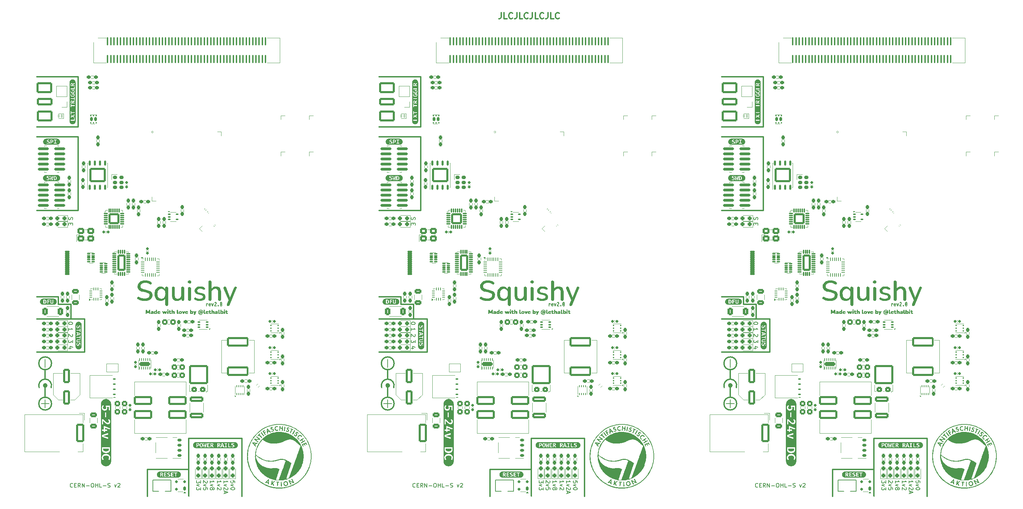
<source format=gto>
%TF.GenerationSoftware,KiCad,Pcbnew,8.0.3*%
%TF.CreationDate,2024-06-13T09:40:16-07:00*%
%TF.ProjectId,squishy-main-panel,73717569-7368-4792-9d6d-61696e2d7061,2*%
%TF.SameCoordinates,PX102721c0PY8e19cec*%
%TF.FileFunction,Legend,Top*%
%TF.FilePolarity,Positive*%
%FSLAX46Y46*%
G04 Gerber Fmt 4.6, Leading zero omitted, Abs format (unit mm)*
G04 Created by KiCad (PCBNEW 8.0.3) date 2024-06-13 09:40:16*
%MOMM*%
%LPD*%
G01*
G04 APERTURE LIST*
G04 Aperture macros list*
%AMRoundRect*
0 Rectangle with rounded corners*
0 $1 Rounding radius*
0 $2 $3 $4 $5 $6 $7 $8 $9 X,Y pos of 4 corners*
0 Add a 4 corners polygon primitive as box body*
4,1,4,$2,$3,$4,$5,$6,$7,$8,$9,$2,$3,0*
0 Add four circle primitives for the rounded corners*
1,1,$1+$1,$2,$3*
1,1,$1+$1,$4,$5*
1,1,$1+$1,$6,$7*
1,1,$1+$1,$8,$9*
0 Add four rect primitives between the rounded corners*
20,1,$1+$1,$2,$3,$4,$5,0*
20,1,$1+$1,$4,$5,$6,$7,0*
20,1,$1+$1,$6,$7,$8,$9,0*
20,1,$1+$1,$8,$9,$2,$3,0*%
%AMFreePoly0*
4,1,6,1.000000,0.000000,0.500000,-0.750000,-0.500000,-0.750000,-0.500000,0.750000,0.500000,0.750000,1.000000,0.000000,1.000000,0.000000,$1*%
%AMFreePoly1*
4,1,6,0.500000,-0.750000,-0.650000,-0.750000,-0.150000,0.000000,-0.650000,0.750000,0.500000,0.750000,0.500000,-0.750000,0.500000,-0.750000,$1*%
%AMFreePoly2*
4,1,18,-0.697500,2.280000,2.027500,2.280000,2.502500,2.280000,2.502500,1.530000,2.027500,1.530000,2.027500,-1.530000,2.502500,-1.530000,2.502500,-2.280000,-0.697500,-2.280000,-0.697500,-2.775000,-1.602500,-2.775000,-1.602500,-2.280000,-2.027500,-2.280000,-2.027500,2.280000,-1.602500,2.280000,-1.602500,2.775000,-0.697500,2.775000,-0.697500,2.280000,-0.697500,2.280000,$1*%
G04 Aperture macros list end*
%ADD10C,0.300000*%
%ADD11C,0.150000*%
%ADD12C,0.100000*%
%ADD13C,0.120000*%
%ADD14C,0.200000*%
%ADD15C,0.560000*%
%ADD16C,0.000000*%
%ADD17C,0.010000*%
%ADD18RoundRect,0.225000X0.275000X0.225000X-0.275000X0.225000X-0.275000X-0.225000X0.275000X-0.225000X0*%
%ADD19RoundRect,0.050000X0.150000X0.300000X-0.150000X0.300000X-0.150000X-0.300000X0.150000X-0.300000X0*%
%ADD20C,0.500000*%
%ADD21RoundRect,0.150000X-0.200000X-0.150000X0.200000X-0.150000X0.200000X0.150000X-0.200000X0.150000X0*%
%ADD22RoundRect,0.225000X-0.225000X0.275000X-0.225000X-0.275000X0.225000X-0.275000X0.225000X0.275000X0*%
%ADD23RoundRect,0.268500X-0.581500X-0.481500X0.581500X-0.481500X0.581500X0.481500X-0.581500X0.481500X0*%
%ADD24C,6.400000*%
%ADD25RoundRect,0.150000X0.150000X-0.200000X0.150000X0.200000X-0.150000X0.200000X-0.150000X-0.200000X0*%
%ADD26RoundRect,0.250000X2.150000X2.110000X-2.150000X2.110000X-2.150000X-2.110000X2.150000X-2.110000X0*%
%ADD27RoundRect,0.250000X0.450000X0.385000X-0.450000X0.385000X-0.450000X-0.385000X0.450000X-0.385000X0*%
%ADD28RoundRect,0.225000X-0.275000X-0.225000X0.275000X-0.225000X0.275000X0.225000X-0.275000X0.225000X0*%
%ADD29RoundRect,0.237500X0.287500X0.237500X-0.287500X0.237500X-0.287500X-0.237500X0.287500X-0.237500X0*%
%ADD30RoundRect,0.250000X-0.750000X2.050000X-0.750000X-2.050000X0.750000X-2.050000X0.750000X2.050000X0*%
%ADD31O,2.000000X4.200000*%
%ADD32O,4.200000X2.000000*%
%ADD33RoundRect,0.250000X2.417000X-0.956500X2.417000X0.956500X-2.417000X0.956500X-2.417000X-0.956500X0*%
%ADD34RoundRect,0.249999X1.450001X-0.450001X1.450001X0.450001X-1.450001X0.450001X-1.450001X-0.450001X0*%
%ADD35RoundRect,0.062500X0.062500X-0.287500X0.062500X0.287500X-0.062500X0.287500X-0.062500X-0.287500X0*%
%ADD36RoundRect,0.250000X1.100000X-0.250000X1.100000X0.250000X-1.100000X0.250000X-1.100000X-0.250000X0*%
%ADD37RoundRect,0.225000X0.225000X-0.275000X0.225000X0.275000X-0.225000X0.275000X-0.225000X-0.275000X0*%
%ADD38RoundRect,0.265625X0.584375X-1.534375X0.584375X1.534375X-0.584375X1.534375X-0.584375X-1.534375X0*%
%ADD39RoundRect,0.062500X0.062500X-0.187500X0.062500X0.187500X-0.062500X0.187500X-0.062500X-0.187500X0*%
%ADD40R,1.600000X0.900000*%
%ADD41RoundRect,0.150000X0.200000X0.150000X-0.200000X0.150000X-0.200000X-0.150000X0.200000X-0.150000X0*%
%ADD42RoundRect,0.075000X-0.100000X0.075000X-0.100000X-0.075000X0.100000X-0.075000X0.100000X0.075000X0*%
%ADD43RoundRect,0.180000X0.180000X0.345000X-0.180000X0.345000X-0.180000X-0.345000X0.180000X-0.345000X0*%
%ADD44RoundRect,0.100000X-0.450000X-0.100000X0.450000X-0.100000X0.450000X0.100000X-0.450000X0.100000X0*%
%ADD45RoundRect,0.100000X0.100000X-0.450000X0.100000X0.450000X-0.100000X0.450000X-0.100000X-0.450000X0*%
%ADD46RoundRect,0.262500X-0.787500X-1.787500X0.787500X-1.787500X0.787500X1.787500X-0.787500X1.787500X0*%
%ADD47RoundRect,0.250000X-1.722500X-0.640000X1.722500X-0.640000X1.722500X0.640000X-1.722500X0.640000X0*%
%ADD48RoundRect,0.260000X-1.712500X-1.072500X1.712500X-1.072500X1.712500X1.072500X-1.712500X1.072500X0*%
%ADD49RoundRect,0.260000X-1.707500X-1.072500X1.707500X-1.072500X1.707500X1.072500X-1.707500X1.072500X0*%
%ADD50RoundRect,0.150000X-0.035355X-0.247487X0.247487X0.035355X0.035355X0.247487X-0.247487X-0.035355X0*%
%ADD51FreePoly0,0.000000*%
%ADD52FreePoly1,0.000000*%
%ADD53RoundRect,0.093750X0.093750X0.106250X-0.093750X0.106250X-0.093750X-0.106250X0.093750X-0.106250X0*%
%ADD54R,1.000000X1.600000*%
%ADD55RoundRect,0.187500X0.312500X0.187500X-0.312500X0.187500X-0.312500X-0.187500X0.312500X-0.187500X0*%
%ADD56FreePoly2,180.000000*%
%ADD57RoundRect,0.237500X0.237500X-0.287500X0.237500X0.287500X-0.237500X0.287500X-0.237500X-0.287500X0*%
%ADD58RoundRect,0.087500X-0.362500X0.087500X-0.362500X-0.087500X0.362500X-0.087500X0.362500X0.087500X0*%
%ADD59RoundRect,0.112500X-0.337500X0.112500X-0.337500X-0.112500X0.337500X-0.112500X0.337500X0.112500X0*%
%ADD60RoundRect,0.217100X-0.432900X-0.432900X0.432900X-0.432900X0.432900X0.432900X-0.432900X0.432900X0*%
%ADD61RoundRect,0.150000X0.247487X-0.035355X-0.035355X0.247487X-0.247487X0.035355X0.035355X-0.247487X0*%
%ADD62C,0.400000*%
%ADD63RoundRect,0.175000X0.175000X0.325000X-0.175000X0.325000X-0.175000X-0.325000X0.175000X-0.325000X0*%
%ADD64C,1.200000*%
%ADD65RoundRect,0.250000X-0.625000X0.375000X-0.625000X-0.375000X0.625000X-0.375000X0.625000X0.375000X0*%
%ADD66C,1.500000*%
%ADD67C,0.750000*%
%ADD68O,0.750000X1.050000*%
%ADD69RoundRect,0.112500X-0.487500X0.112500X-0.487500X-0.112500X0.487500X-0.112500X0.487500X0.112500X0*%
%ADD70C,0.700000*%
%ADD71C,0.600000*%
%ADD72O,2.100000X1.100000*%
%ADD73O,1.700000X1.100000*%
%ADD74RoundRect,0.102500X0.257500X0.102500X-0.257500X0.102500X-0.257500X-0.102500X0.257500X-0.102500X0*%
%ADD75R,0.510000X0.585000*%
%ADD76R,3.990000X1.730000*%
%ADD77R,0.410000X0.470000*%
%ADD78RoundRect,0.150000X-0.150000X0.200000X-0.150000X-0.200000X0.150000X-0.200000X0.150000X0.200000X0*%
%ADD79RoundRect,0.225000X0.035355X0.353553X-0.353553X-0.035355X-0.035355X-0.353553X0.353553X0.035355X0*%
%ADD80RoundRect,0.217100X0.432900X-0.432900X0.432900X0.432900X-0.432900X0.432900X-0.432900X-0.432900X0*%
%ADD81RoundRect,0.225000X-0.325000X0.225000X-0.325000X-0.225000X0.325000X-0.225000X0.325000X0.225000X0*%
%ADD82RoundRect,0.075000X0.247500X0.075000X-0.247500X0.075000X-0.247500X-0.075000X0.247500X-0.075000X0*%
%ADD83R,1.010000X1.700000*%
%ADD84C,0.850000*%
%ADD85RoundRect,0.270400X-0.379600X-0.679600X0.379600X-0.679600X0.379600X0.679600X-0.379600X0.679600X0*%
%ADD86RoundRect,0.250000X-2.000000X0.825000X-2.000000X-0.825000X2.000000X-0.825000X2.000000X0.825000X0*%
%ADD87RoundRect,0.062500X0.062500X-0.275000X0.062500X0.275000X-0.062500X0.275000X-0.062500X-0.275000X0*%
%ADD88RoundRect,0.062500X0.275000X-0.062500X0.275000X0.062500X-0.275000X0.062500X-0.275000X-0.062500X0*%
%ADD89R,1.450000X1.450000*%
%ADD90RoundRect,0.200000X-1.195000X0.170000X-1.195000X-0.170000X1.195000X-0.170000X1.195000X0.170000X0*%
%ADD91C,1.000000*%
%ADD92RoundRect,0.100000X-0.225000X-0.100000X0.225000X-0.100000X0.225000X0.100000X-0.225000X0.100000X0*%
%ADD93RoundRect,0.250000X0.625000X-0.375000X0.625000X0.375000X-0.625000X0.375000X-0.625000X-0.375000X0*%
%ADD94RoundRect,0.087500X-0.462500X-0.087500X0.462500X-0.087500X0.462500X0.087500X-0.462500X0.087500X0*%
%ADD95RoundRect,0.087500X-0.087500X-0.462500X0.087500X-0.462500X0.087500X0.462500X-0.087500X0.462500X0*%
%ADD96RoundRect,0.259200X-1.090800X-1.090800X1.090800X-1.090800X1.090800X1.090800X-1.090800X1.090800X0*%
%ADD97RoundRect,0.175000X-0.282843X-0.035355X-0.035355X-0.282843X0.282843X0.035355X0.035355X0.282843X0*%
%ADD98RoundRect,0.125000X0.125000X-0.525000X0.125000X0.525000X-0.125000X0.525000X-0.125000X-0.525000X0*%
%ADD99RoundRect,0.259000X1.791000X-1.491000X1.791000X1.491000X-1.791000X1.491000X-1.791000X-1.491000X0*%
%ADD100RoundRect,0.062500X-0.350000X-0.062500X0.350000X-0.062500X0.350000X0.062500X-0.350000X0.062500X0*%
%ADD101RoundRect,0.062500X-0.062500X-0.350000X0.062500X-0.350000X0.062500X0.350000X-0.062500X0.350000X0*%
%ADD102R,2.600000X2.600000*%
%ADD103C,0.800000*%
%ADD104RoundRect,0.100000X-0.100000X-0.900000X0.100000X-0.900000X0.100000X0.900000X-0.100000X0.900000X0*%
%ADD105RoundRect,0.217100X0.432900X0.432900X-0.432900X0.432900X-0.432900X-0.432900X0.432900X-0.432900X0*%
%ADD106R,1.700000X1.700000*%
%ADD107O,1.700000X1.700000*%
G04 APERTURE END LIST*
D10*
X-74700000Y43102000D02*
X-62800000Y43102000D01*
X-149400000Y111402000D02*
X-149400000Y99002000D01*
X-207000000Y14002000D02*
X-217200000Y14002000D01*
X-147800000Y51302000D02*
X-147800000Y43102000D01*
X-149400000Y96502000D02*
X-159700000Y96502000D01*
X-122000000Y7301999D02*
X-122000000Y21702000D01*
X-74700000Y51302000D02*
X-62800000Y51302000D01*
X-108800000Y21702000D02*
X-122000000Y21702000D01*
X-69300000Y54902000D02*
X-66200000Y54902000D01*
X-122000000Y14002000D02*
X-132200000Y14002000D01*
X-154300000Y54902000D02*
X-154300000Y56802000D01*
X-151200000Y54902000D02*
X-151200000Y51302000D01*
X-47200000Y7301999D02*
X-47200000Y14002000D01*
X-132200000Y7301999D02*
X-132200000Y14002000D01*
X-66200000Y54902000D02*
X-66200000Y51302000D01*
X-108800000Y7301999D02*
X-108800000Y21702000D01*
X-193800000Y21702000D02*
X-207000000Y21702000D01*
X-149400000Y99002000D02*
X-159700000Y99002000D01*
X-236200000Y54902000D02*
X-236200000Y51302000D01*
X-244700000Y56802000D02*
X-239300000Y56802000D01*
X-244700000Y51302000D02*
X-232800000Y51302000D01*
X-69300000Y54902000D02*
X-69300000Y56802000D01*
X-149400000Y111402000D02*
X-159700000Y111402000D01*
X-149400000Y78202000D02*
X-149400000Y96502000D01*
X-207000000Y7301999D02*
X-207000000Y21702000D01*
X-159700000Y43102000D02*
X-147800000Y43102000D01*
X-64400000Y99002000D02*
X-74700000Y99002000D01*
X-64400000Y111402000D02*
X-74700000Y111402000D01*
X-23800000Y7301999D02*
X-23800000Y21702000D01*
X-64400000Y111402000D02*
X-64400000Y99002000D01*
X-234400000Y78202000D02*
X-244700000Y78202000D01*
X-23800000Y21702000D02*
X-37000000Y21702000D01*
X-234400000Y78202000D02*
X-234400000Y96502000D01*
X-159700000Y51302000D02*
X-147800000Y51302000D01*
X-149400000Y78202000D02*
X-159700000Y78202000D01*
X-234400000Y96502000D02*
X-244700000Y96502000D01*
X-234400000Y99002000D02*
X-244700000Y99002000D01*
X-239300000Y54902000D02*
X-236200000Y54902000D01*
X-239300000Y54902000D02*
X-239300000Y56802000D01*
X-64400000Y96502000D02*
X-74700000Y96502000D01*
X-234400000Y111402000D02*
X-234400000Y99002000D01*
X-159700000Y56802000D02*
X-154300000Y56802000D01*
X-74700000Y56802000D02*
X-69300000Y56802000D01*
X-217200000Y7301999D02*
X-217200000Y14002000D01*
X-154300000Y54902000D02*
X-151200000Y54902000D01*
X-64400000Y78202000D02*
X-64400000Y96502000D01*
X-193800000Y7301999D02*
X-193800000Y21702000D01*
X-234400000Y111402000D02*
X-244700000Y111402000D01*
X-232800000Y51302000D02*
X-232800000Y43102000D01*
X-62800000Y51302000D02*
X-62800000Y43102000D01*
X-37000000Y7301999D02*
X-37000000Y21702000D01*
X-244700000Y43102000D02*
X-232800000Y43102000D01*
X-37000000Y14002000D02*
X-47200000Y14002000D01*
X-64400000Y78202000D02*
X-74700000Y78202000D01*
D11*
X-116654820Y10604246D02*
X-116654820Y11175674D01*
X-116654820Y10889960D02*
X-115654820Y10889960D01*
X-115654820Y10889960D02*
X-115797677Y10985198D01*
X-115797677Y10985198D02*
X-115892915Y11080436D01*
X-115892915Y11080436D02*
X-115940534Y11175674D01*
X-115988153Y10270912D02*
X-116654820Y10032817D01*
X-116654820Y10032817D02*
X-115988153Y9794722D01*
X-116083391Y9270912D02*
X-116035772Y9366150D01*
X-116035772Y9366150D02*
X-115988153Y9413769D01*
X-115988153Y9413769D02*
X-115892915Y9461388D01*
X-115892915Y9461388D02*
X-115845296Y9461388D01*
X-115845296Y9461388D02*
X-115750058Y9413769D01*
X-115750058Y9413769D02*
X-115702439Y9366150D01*
X-115702439Y9366150D02*
X-115654820Y9270912D01*
X-115654820Y9270912D02*
X-115654820Y9080436D01*
X-115654820Y9080436D02*
X-115702439Y8985198D01*
X-115702439Y8985198D02*
X-115750058Y8937579D01*
X-115750058Y8937579D02*
X-115845296Y8889960D01*
X-115845296Y8889960D02*
X-115892915Y8889960D01*
X-115892915Y8889960D02*
X-115988153Y8937579D01*
X-115988153Y8937579D02*
X-116035772Y8985198D01*
X-116035772Y8985198D02*
X-116083391Y9080436D01*
X-116083391Y9080436D02*
X-116083391Y9270912D01*
X-116083391Y9270912D02*
X-116131010Y9366150D01*
X-116131010Y9366150D02*
X-116178629Y9413769D01*
X-116178629Y9413769D02*
X-116273867Y9461388D01*
X-116273867Y9461388D02*
X-116464343Y9461388D01*
X-116464343Y9461388D02*
X-116559581Y9413769D01*
X-116559581Y9413769D02*
X-116607200Y9366150D01*
X-116607200Y9366150D02*
X-116654820Y9270912D01*
X-116654820Y9270912D02*
X-116654820Y9080436D01*
X-116654820Y9080436D02*
X-116607200Y8985198D01*
X-116607200Y8985198D02*
X-116559581Y8937579D01*
X-116559581Y8937579D02*
X-116464343Y8889960D01*
X-116464343Y8889960D02*
X-116273867Y8889960D01*
X-116273867Y8889960D02*
X-116178629Y8937579D01*
X-116178629Y8937579D02*
X-116131010Y8985198D01*
X-116131010Y8985198D02*
X-116083391Y9080436D01*
X-66722200Y76512840D02*
X-66769820Y76369983D01*
X-66769820Y76369983D02*
X-66769820Y76131888D01*
X-66769820Y76131888D02*
X-66722200Y76036650D01*
X-66722200Y76036650D02*
X-66674581Y75989031D01*
X-66674581Y75989031D02*
X-66579343Y75941412D01*
X-66579343Y75941412D02*
X-66484105Y75941412D01*
X-66484105Y75941412D02*
X-66388867Y75989031D01*
X-66388867Y75989031D02*
X-66341248Y76036650D01*
X-66341248Y76036650D02*
X-66293629Y76131888D01*
X-66293629Y76131888D02*
X-66246010Y76322364D01*
X-66246010Y76322364D02*
X-66198391Y76417602D01*
X-66198391Y76417602D02*
X-66150772Y76465221D01*
X-66150772Y76465221D02*
X-66055534Y76512840D01*
X-66055534Y76512840D02*
X-65960296Y76512840D01*
X-65960296Y76512840D02*
X-65865058Y76465221D01*
X-65865058Y76465221D02*
X-65817439Y76417602D01*
X-65817439Y76417602D02*
X-65769820Y76322364D01*
X-65769820Y76322364D02*
X-65769820Y76084269D01*
X-65769820Y76084269D02*
X-65817439Y75941412D01*
G36*
X-117650768Y54472000D02*
G01*
X-117650768Y55206683D01*
X-117458061Y55206683D01*
X-117458061Y55074548D01*
X-117438346Y55120442D01*
X-117435102Y55126816D01*
X-117406357Y55167528D01*
X-117401396Y55172733D01*
X-117360257Y55200970D01*
X-117353525Y55203752D01*
X-117304852Y55214331D01*
X-117297837Y55214499D01*
X-117249342Y55206274D01*
X-117244348Y55204485D01*
X-117202272Y55178110D01*
X-117198675Y55174443D01*
X-117170564Y55133529D01*
X-117168388Y55128770D01*
X-117152467Y55082581D01*
X-117150803Y55075769D01*
X-117142904Y55026028D01*
X-117142499Y55020814D01*
X-117140335Y54971527D01*
X-117140301Y54964394D01*
X-117333008Y54964394D01*
X-117334474Y54993459D01*
X-117341312Y55021058D01*
X-117358165Y55043529D01*
X-117383566Y55053054D01*
X-117415318Y55038888D01*
X-117436323Y55007381D01*
X-117448291Y54971477D01*
X-117454641Y54934352D01*
X-117457572Y54896495D01*
X-117458061Y54859370D01*
X-117458061Y54472000D01*
X-117650768Y54472000D01*
G37*
G36*
X-116697799Y55211448D02*
G01*
X-116671599Y55207416D01*
X-116623168Y55193496D01*
X-116599058Y55182259D01*
X-116557009Y55154224D01*
X-116537753Y55136097D01*
X-116507019Y55096181D01*
X-116494278Y55072838D01*
X-116476467Y55025419D01*
X-116470831Y54999321D01*
X-116465231Y54949202D01*
X-116464481Y54923117D01*
X-116464481Y54763382D01*
X-116851361Y54763382D01*
X-116851361Y54755322D01*
X-116847209Y54708672D01*
X-116830356Y54665197D01*
X-116795918Y54632468D01*
X-116750245Y54620500D01*
X-116712143Y54625141D01*
X-116679170Y54640528D01*
X-116656700Y54667883D01*
X-116648884Y54702077D01*
X-116467412Y54702077D01*
X-116467412Y54700612D01*
X-116472585Y54651809D01*
X-116477425Y54632712D01*
X-116496643Y54586812D01*
X-116506979Y54570430D01*
X-116539231Y54533362D01*
X-116554118Y54520849D01*
X-116596091Y54494720D01*
X-116613957Y54486899D01*
X-116661438Y54472680D01*
X-116680636Y54469314D01*
X-116730519Y54464590D01*
X-116750245Y54464185D01*
X-116800354Y54467235D01*
X-116826937Y54471268D01*
X-116875588Y54485082D01*
X-116899477Y54496181D01*
X-116940665Y54524431D01*
X-116959805Y54542587D01*
X-116990645Y54582397D01*
X-117003525Y54605601D01*
X-117021121Y54652915D01*
X-117026728Y54678874D01*
X-117032328Y54729208D01*
X-117033078Y54755322D01*
X-117033078Y54923361D01*
X-117032971Y54925315D01*
X-116851361Y54925315D01*
X-116646197Y54925315D01*
X-116646197Y54932887D01*
X-116650349Y54976850D01*
X-116667202Y55017151D01*
X-116701640Y55046948D01*
X-116748779Y55058183D01*
X-116795918Y55046215D01*
X-116830356Y55014708D01*
X-116847209Y54971966D01*
X-116851361Y54925315D01*
X-117032971Y54925315D01*
X-117030343Y54973260D01*
X-117026728Y54999565D01*
X-117013870Y55048637D01*
X-117003525Y55073082D01*
X-116976982Y55115978D01*
X-116959805Y55136097D01*
X-116921497Y55168650D01*
X-116898744Y55182259D01*
X-116851856Y55201358D01*
X-116826204Y55207416D01*
X-116775670Y55213662D01*
X-116748779Y55214499D01*
X-116697799Y55211448D01*
G37*
G36*
X-116160398Y54472000D02*
G01*
X-116354571Y55206683D01*
X-116156246Y55206683D01*
X-116061968Y54714534D01*
X-116055618Y54683515D01*
X-116049268Y54652252D01*
X-116042917Y54683515D01*
X-116036567Y54714534D01*
X-115942289Y55206683D01*
X-115743964Y55206683D01*
X-115938137Y54472000D01*
X-116160398Y54472000D01*
G37*
G36*
X-115622576Y54472000D02*
G01*
X-115622576Y54473466D01*
X-115622345Y54522508D01*
X-115622087Y54545029D01*
X-115619117Y54594953D01*
X-115616469Y54617569D01*
X-115607916Y54666580D01*
X-115603036Y54688400D01*
X-115589088Y54735962D01*
X-115581298Y54757276D01*
X-115560519Y54802908D01*
X-115549547Y54822733D01*
X-115522743Y54864335D01*
X-115509491Y54882328D01*
X-115477765Y54920120D01*
X-115462352Y54936306D01*
X-115426156Y54970183D01*
X-115408863Y54984666D01*
X-115370588Y55015899D01*
X-115353420Y55030095D01*
X-115318588Y55064676D01*
X-115304816Y55082608D01*
X-115281024Y55125888D01*
X-115273797Y55147088D01*
X-115264981Y55196036D01*
X-115264027Y55218895D01*
X-115265492Y55250158D01*
X-115269645Y55281421D01*
X-115278682Y55311952D01*
X-115294313Y55338818D01*
X-115318249Y55358114D01*
X-115348291Y55365197D01*
X-115387858Y55353473D01*
X-115415946Y55323187D01*
X-115429379Y55283619D01*
X-115432799Y55241121D01*
X-115625506Y55241121D01*
X-115625506Y55250891D01*
X-115621928Y55301266D01*
X-115617935Y55324164D01*
X-115602917Y55372576D01*
X-115593266Y55393285D01*
X-115565602Y55435180D01*
X-115550280Y55452391D01*
X-115511113Y55484946D01*
X-115491173Y55496843D01*
X-115444104Y55515713D01*
X-115421564Y55520779D01*
X-115371189Y55526509D01*
X-115348291Y55527130D01*
X-115299423Y55524077D01*
X-115270377Y55519314D01*
X-115221616Y55503481D01*
X-115197837Y55490737D01*
X-115157175Y55459497D01*
X-115138730Y55439691D01*
X-115110891Y55399333D01*
X-115097942Y55373012D01*
X-115081954Y55324306D01*
X-115076937Y55297786D01*
X-115072109Y55248651D01*
X-115071319Y55218895D01*
X-115074411Y55169591D01*
X-115081089Y55131456D01*
X-115095712Y55084367D01*
X-115112108Y55049879D01*
X-115138443Y55008715D01*
X-115162666Y54979049D01*
X-115196609Y54943388D01*
X-115223971Y54917255D01*
X-115261214Y54882224D01*
X-115286497Y54857660D01*
X-115319848Y54821690D01*
X-115343650Y54791470D01*
X-115370612Y54750237D01*
X-115388591Y54716243D01*
X-115406889Y54670605D01*
X-115417167Y54633934D01*
X-115076937Y54633934D01*
X-115076937Y54472000D01*
X-115622576Y54472000D01*
G37*
G36*
X-114650245Y54464185D02*
G01*
X-114699683Y54470312D01*
X-114710817Y54473466D01*
X-114753682Y54497490D01*
X-114762108Y54505462D01*
X-114789208Y54547136D01*
X-114793127Y54558218D01*
X-114801731Y54606667D01*
X-114802164Y54620500D01*
X-114796648Y54669218D01*
X-114793127Y54682538D01*
X-114769822Y54726829D01*
X-114762108Y54735539D01*
X-114721625Y54763346D01*
X-114710817Y54767290D01*
X-114661825Y54776481D01*
X-114650245Y54776816D01*
X-114600807Y54770527D01*
X-114589673Y54767290D01*
X-114546808Y54743501D01*
X-114538382Y54735539D01*
X-114511442Y54693703D01*
X-114507607Y54682538D01*
X-114498770Y54634321D01*
X-114498326Y54620500D01*
X-114503991Y54571634D01*
X-114507607Y54558218D01*
X-114530676Y54514163D01*
X-114538382Y54505462D01*
X-114578865Y54477493D01*
X-114589673Y54473466D01*
X-114638664Y54464511D01*
X-114650245Y54464185D01*
G37*
G36*
X-113899753Y55524079D02*
G01*
X-113873552Y55520047D01*
X-113825122Y55505806D01*
X-113801012Y55494401D01*
X-113758963Y55466046D01*
X-113739707Y55447751D01*
X-113708973Y55407730D01*
X-113696232Y55384248D01*
X-113678421Y55336187D01*
X-113672785Y55309753D01*
X-113667185Y55259099D01*
X-113666435Y55232817D01*
X-113666435Y54758497D01*
X-113669169Y54708068D01*
X-113672785Y54681317D01*
X-113685748Y54631819D01*
X-113696232Y54607067D01*
X-113722559Y54563635D01*
X-113739707Y54543319D01*
X-113778121Y54510556D01*
X-113801012Y54496669D01*
X-113847790Y54477465D01*
X-113873552Y54471268D01*
X-113923872Y54465022D01*
X-113950733Y54464185D01*
X-114001819Y54467235D01*
X-114028158Y54471268D01*
X-114076479Y54485403D01*
X-114100698Y54496669D01*
X-114142533Y54525135D01*
X-114161759Y54543319D01*
X-114192599Y54583556D01*
X-114205479Y54607067D01*
X-114223075Y54655022D01*
X-114228682Y54681317D01*
X-114234282Y54732187D01*
X-114235032Y54758497D01*
X-114235032Y54847158D01*
X-114042080Y54847158D01*
X-114042080Y54757520D01*
X-114038661Y54712824D01*
X-114024739Y54670081D01*
X-113993720Y54637841D01*
X-113950733Y54626118D01*
X-113907991Y54637841D01*
X-113876972Y54670081D01*
X-113862806Y54712824D01*
X-113859386Y54757520D01*
X-113859386Y54992482D01*
X-114042080Y54847158D01*
X-114235032Y54847158D01*
X-114235032Y55230863D01*
X-114042080Y55230863D01*
X-114042080Y54991017D01*
X-113859386Y55136585D01*
X-113859386Y55229153D01*
X-113862806Y55275315D01*
X-113876972Y55319523D01*
X-113907991Y55352740D01*
X-113950733Y55365197D01*
X-113993720Y55352984D01*
X-114024739Y55320256D01*
X-114038661Y55276536D01*
X-114042080Y55230863D01*
X-114235032Y55230863D01*
X-114235032Y55232817D01*
X-114232297Y55283141D01*
X-114228682Y55309753D01*
X-114216641Y55357171D01*
X-114205479Y55384248D01*
X-114178936Y55427574D01*
X-114161759Y55447751D01*
X-114123451Y55480624D01*
X-114100698Y55494401D01*
X-114053810Y55513821D01*
X-114028158Y55520047D01*
X-113977624Y55526293D01*
X-113950733Y55527130D01*
X-113899753Y55524079D01*
G37*
X-235769820Y46060459D02*
X-235769820Y45441412D01*
X-235769820Y45441412D02*
X-236150772Y45774745D01*
X-236150772Y45774745D02*
X-236150772Y45631888D01*
X-236150772Y45631888D02*
X-236198391Y45536650D01*
X-236198391Y45536650D02*
X-236246010Y45489031D01*
X-236246010Y45489031D02*
X-236341248Y45441412D01*
X-236341248Y45441412D02*
X-236579343Y45441412D01*
X-236579343Y45441412D02*
X-236674581Y45489031D01*
X-236674581Y45489031D02*
X-236722200Y45536650D01*
X-236722200Y45536650D02*
X-236769820Y45631888D01*
X-236769820Y45631888D02*
X-236769820Y45917602D01*
X-236769820Y45917602D02*
X-236722200Y46012840D01*
X-236722200Y46012840D02*
X-236674581Y46060459D01*
X-151722200Y76512840D02*
X-151769820Y76369983D01*
X-151769820Y76369983D02*
X-151769820Y76131888D01*
X-151769820Y76131888D02*
X-151722200Y76036650D01*
X-151722200Y76036650D02*
X-151674581Y75989031D01*
X-151674581Y75989031D02*
X-151579343Y75941412D01*
X-151579343Y75941412D02*
X-151484105Y75941412D01*
X-151484105Y75941412D02*
X-151388867Y75989031D01*
X-151388867Y75989031D02*
X-151341248Y76036650D01*
X-151341248Y76036650D02*
X-151293629Y76131888D01*
X-151293629Y76131888D02*
X-151246010Y76322364D01*
X-151246010Y76322364D02*
X-151198391Y76417602D01*
X-151198391Y76417602D02*
X-151150772Y76465221D01*
X-151150772Y76465221D02*
X-151055534Y76512840D01*
X-151055534Y76512840D02*
X-150960296Y76512840D01*
X-150960296Y76512840D02*
X-150865058Y76465221D01*
X-150865058Y76465221D02*
X-150817439Y76417602D01*
X-150817439Y76417602D02*
X-150769820Y76322364D01*
X-150769820Y76322364D02*
X-150769820Y76084269D01*
X-150769820Y76084269D02*
X-150817439Y75941412D01*
X-150771429Y9627420D02*
X-150819048Y9579800D01*
X-150819048Y9579800D02*
X-150961905Y9532181D01*
X-150961905Y9532181D02*
X-151057143Y9532181D01*
X-151057143Y9532181D02*
X-151200000Y9579800D01*
X-151200000Y9579800D02*
X-151295238Y9675039D01*
X-151295238Y9675039D02*
X-151342857Y9770277D01*
X-151342857Y9770277D02*
X-151390476Y9960753D01*
X-151390476Y9960753D02*
X-151390476Y10103610D01*
X-151390476Y10103610D02*
X-151342857Y10294086D01*
X-151342857Y10294086D02*
X-151295238Y10389324D01*
X-151295238Y10389324D02*
X-151200000Y10484562D01*
X-151200000Y10484562D02*
X-151057143Y10532181D01*
X-151057143Y10532181D02*
X-150961905Y10532181D01*
X-150961905Y10532181D02*
X-150819048Y10484562D01*
X-150819048Y10484562D02*
X-150771429Y10436943D01*
X-150342857Y10055991D02*
X-150009524Y10055991D01*
X-149866667Y9532181D02*
X-150342857Y9532181D01*
X-150342857Y9532181D02*
X-150342857Y10532181D01*
X-150342857Y10532181D02*
X-149866667Y10532181D01*
X-148866667Y9532181D02*
X-149200000Y10008372D01*
X-149438095Y9532181D02*
X-149438095Y10532181D01*
X-149438095Y10532181D02*
X-149057143Y10532181D01*
X-149057143Y10532181D02*
X-148961905Y10484562D01*
X-148961905Y10484562D02*
X-148914286Y10436943D01*
X-148914286Y10436943D02*
X-148866667Y10341705D01*
X-148866667Y10341705D02*
X-148866667Y10198848D01*
X-148866667Y10198848D02*
X-148914286Y10103610D01*
X-148914286Y10103610D02*
X-148961905Y10055991D01*
X-148961905Y10055991D02*
X-149057143Y10008372D01*
X-149057143Y10008372D02*
X-149438095Y10008372D01*
X-148438095Y9532181D02*
X-148438095Y10532181D01*
X-148438095Y10532181D02*
X-147866667Y9532181D01*
X-147866667Y9532181D02*
X-147866667Y10532181D01*
X-147390476Y9913134D02*
X-146628571Y9913134D01*
X-145961905Y10532181D02*
X-145771429Y10532181D01*
X-145771429Y10532181D02*
X-145676191Y10484562D01*
X-145676191Y10484562D02*
X-145580953Y10389324D01*
X-145580953Y10389324D02*
X-145533334Y10198848D01*
X-145533334Y10198848D02*
X-145533334Y9865515D01*
X-145533334Y9865515D02*
X-145580953Y9675039D01*
X-145580953Y9675039D02*
X-145676191Y9579800D01*
X-145676191Y9579800D02*
X-145771429Y9532181D01*
X-145771429Y9532181D02*
X-145961905Y9532181D01*
X-145961905Y9532181D02*
X-146057143Y9579800D01*
X-146057143Y9579800D02*
X-146152381Y9675039D01*
X-146152381Y9675039D02*
X-146200000Y9865515D01*
X-146200000Y9865515D02*
X-146200000Y10198848D01*
X-146200000Y10198848D02*
X-146152381Y10389324D01*
X-146152381Y10389324D02*
X-146057143Y10484562D01*
X-146057143Y10484562D02*
X-145961905Y10532181D01*
X-145104762Y9532181D02*
X-145104762Y10532181D01*
X-145104762Y10055991D02*
X-144533334Y10055991D01*
X-144533334Y9532181D02*
X-144533334Y10532181D01*
X-143580953Y9532181D02*
X-144057143Y9532181D01*
X-144057143Y9532181D02*
X-144057143Y10532181D01*
X-143247619Y9913134D02*
X-142485714Y9913134D01*
X-142057143Y9579800D02*
X-141914286Y9532181D01*
X-141914286Y9532181D02*
X-141676191Y9532181D01*
X-141676191Y9532181D02*
X-141580953Y9579800D01*
X-141580953Y9579800D02*
X-141533334Y9627420D01*
X-141533334Y9627420D02*
X-141485715Y9722658D01*
X-141485715Y9722658D02*
X-141485715Y9817896D01*
X-141485715Y9817896D02*
X-141533334Y9913134D01*
X-141533334Y9913134D02*
X-141580953Y9960753D01*
X-141580953Y9960753D02*
X-141676191Y10008372D01*
X-141676191Y10008372D02*
X-141866667Y10055991D01*
X-141866667Y10055991D02*
X-141961905Y10103610D01*
X-141961905Y10103610D02*
X-142009524Y10151229D01*
X-142009524Y10151229D02*
X-142057143Y10246467D01*
X-142057143Y10246467D02*
X-142057143Y10341705D01*
X-142057143Y10341705D02*
X-142009524Y10436943D01*
X-142009524Y10436943D02*
X-141961905Y10484562D01*
X-141961905Y10484562D02*
X-141866667Y10532181D01*
X-141866667Y10532181D02*
X-141628572Y10532181D01*
X-141628572Y10532181D02*
X-141485715Y10484562D01*
X-140390476Y10198848D02*
X-140152381Y9532181D01*
X-140152381Y9532181D02*
X-139914286Y10198848D01*
X-139580952Y10436943D02*
X-139533333Y10484562D01*
X-139533333Y10484562D02*
X-139438095Y10532181D01*
X-139438095Y10532181D02*
X-139200000Y10532181D01*
X-139200000Y10532181D02*
X-139104762Y10484562D01*
X-139104762Y10484562D02*
X-139057143Y10436943D01*
X-139057143Y10436943D02*
X-139009524Y10341705D01*
X-139009524Y10341705D02*
X-139009524Y10246467D01*
X-139009524Y10246467D02*
X-139057143Y10103610D01*
X-139057143Y10103610D02*
X-139628571Y9532181D01*
X-139628571Y9532181D02*
X-139009524Y9532181D01*
X-199904817Y10604246D02*
X-199904817Y11175674D01*
X-199904817Y10889960D02*
X-198904817Y10889960D01*
X-198904817Y10889960D02*
X-199047674Y10985198D01*
X-199047674Y10985198D02*
X-199142912Y11080436D01*
X-199142912Y11080436D02*
X-199190531Y11175674D01*
X-199238150Y10270912D02*
X-199904817Y10032817D01*
X-199904817Y10032817D02*
X-199238150Y9794722D01*
X-199000055Y9461388D02*
X-198952436Y9413769D01*
X-198952436Y9413769D02*
X-198904817Y9318531D01*
X-198904817Y9318531D02*
X-198904817Y9080436D01*
X-198904817Y9080436D02*
X-198952436Y8985198D01*
X-198952436Y8985198D02*
X-199000055Y8937579D01*
X-199000055Y8937579D02*
X-199095293Y8889960D01*
X-199095293Y8889960D02*
X-199190531Y8889960D01*
X-199190531Y8889960D02*
X-199333388Y8937579D01*
X-199333388Y8937579D02*
X-199904817Y9509007D01*
X-199904817Y9509007D02*
X-199904817Y8889960D01*
X-151769820Y48441412D02*
X-151769820Y49012840D01*
X-151769820Y48727126D02*
X-150769820Y48727126D01*
X-150769820Y48727126D02*
X-150912677Y48822364D01*
X-150912677Y48822364D02*
X-151007915Y48917602D01*
X-151007915Y48917602D02*
X-151055534Y49012840D01*
G36*
X-132503454Y52556369D02*
G01*
X-132552114Y52562335D01*
X-132597948Y52586057D01*
X-132604815Y52592517D01*
X-132631193Y52636542D01*
X-132639849Y52687586D01*
X-132639986Y52695832D01*
X-132639986Y53448588D01*
X-132633738Y53497884D01*
X-132611001Y53542141D01*
X-132602128Y53551659D01*
X-132559646Y53577780D01*
X-132507794Y53587731D01*
X-132495150Y53588051D01*
X-132446371Y53583006D01*
X-132403803Y53565092D01*
X-132367464Y53530496D01*
X-132341765Y53491086D01*
X-132091416Y53043389D01*
X-131840823Y53491086D01*
X-131813096Y53532893D01*
X-131778297Y53565092D01*
X-131732676Y53583656D01*
X-131687683Y53588051D01*
X-131638902Y53582045D01*
X-131595039Y53560188D01*
X-131585590Y53551659D01*
X-131558662Y53507817D01*
X-131549826Y53456833D01*
X-131549686Y53448588D01*
X-131549686Y52695832D01*
X-131555490Y52646496D01*
X-131576614Y52602092D01*
X-131584857Y52592517D01*
X-131627783Y52565406D01*
X-131678065Y52556510D01*
X-131686218Y52556369D01*
X-131734878Y52562335D01*
X-131780711Y52586057D01*
X-131787578Y52592517D01*
X-131813957Y52636358D01*
X-131822612Y52687342D01*
X-131822749Y52695587D01*
X-131822749Y53041924D01*
X-131982973Y52773501D01*
X-132012966Y52734376D01*
X-132030356Y52720012D01*
X-132077571Y52703525D01*
X-132097034Y52702426D01*
X-132146192Y52710854D01*
X-132163957Y52720256D01*
X-132198650Y52754971D01*
X-132210851Y52773501D01*
X-132367167Y53035085D01*
X-132367167Y52695587D01*
X-132372971Y52646410D01*
X-132394094Y52602088D01*
X-132402338Y52592517D01*
X-132445202Y52565406D01*
X-132495331Y52556510D01*
X-132503454Y52556369D01*
G37*
G36*
X-131025665Y53289119D02*
G01*
X-130974962Y53283323D01*
X-130920211Y53271268D01*
X-130872106Y53253648D01*
X-130824383Y53226059D01*
X-130806699Y53211917D01*
X-130771582Y53173066D01*
X-130745090Y53125544D01*
X-130729247Y53077908D01*
X-130719742Y53023900D01*
X-130716662Y52974027D01*
X-130716574Y52963522D01*
X-130716574Y52705846D01*
X-130721416Y52656215D01*
X-130739308Y52610380D01*
X-130751012Y52594715D01*
X-130793388Y52565955D01*
X-130843490Y52556519D01*
X-130851640Y52556369D01*
X-130904320Y52563589D01*
X-130948221Y52588974D01*
X-130975855Y52632635D01*
X-130985241Y52671896D01*
X-131006657Y52626984D01*
X-131041598Y52591625D01*
X-131047278Y52587632D01*
X-131092185Y52566261D01*
X-131141586Y52557132D01*
X-131162561Y52556369D01*
X-131212531Y52559327D01*
X-131263034Y52569412D01*
X-131308862Y52586655D01*
X-131352357Y52612713D01*
X-131390561Y52648074D01*
X-131407292Y52670186D01*
X-131430064Y52715907D01*
X-131441227Y52766545D01*
X-131442463Y52791575D01*
X-131441251Y52804275D01*
X-131165492Y52804275D01*
X-131147906Y52760800D01*
X-131100386Y52744096D01*
X-131093684Y52743947D01*
X-131044673Y52755939D01*
X-131022610Y52771791D01*
X-130996583Y52813770D01*
X-130992324Y52845552D01*
X-130992324Y52869000D01*
X-131048500Y52869000D01*
X-131097470Y52864542D01*
X-131134473Y52851170D01*
X-131165007Y52811420D01*
X-131165492Y52804275D01*
X-131441251Y52804275D01*
X-131437817Y52840265D01*
X-131420344Y52887837D01*
X-131403140Y52911742D01*
X-131363289Y52943351D01*
X-131317228Y52963674D01*
X-131276622Y52974757D01*
X-131223130Y52984084D01*
X-131168347Y52989812D01*
X-131114827Y52992846D01*
X-131064804Y52993977D01*
X-131047278Y52994052D01*
X-130992324Y52994052D01*
X-130992324Y53006509D01*
X-131007158Y53054434D01*
X-131014794Y53060730D01*
X-131062430Y53073954D01*
X-131095150Y53075385D01*
X-131145846Y53071813D01*
X-131164759Y53069035D01*
X-131212887Y53058568D01*
X-131256839Y53045832D01*
X-131306527Y53038333D01*
X-131331577Y53043633D01*
X-131371911Y53073078D01*
X-131378472Y53082712D01*
X-131393702Y53130637D01*
X-131394103Y53142796D01*
X-131381601Y53190423D01*
X-131372366Y53205322D01*
X-131334799Y53238221D01*
X-131307397Y53250751D01*
X-131258419Y53266734D01*
X-131208925Y53278777D01*
X-131183810Y53282991D01*
X-131133117Y53288777D01*
X-131083894Y53291044D01*
X-131080984Y53291051D01*
X-131025665Y53289119D01*
G37*
G36*
X-129928878Y53581682D02*
G01*
X-129882442Y53558505D01*
X-129872470Y53549460D01*
X-129845122Y53505998D01*
X-129834964Y53456175D01*
X-129834368Y53438574D01*
X-129834368Y52705846D01*
X-129839520Y52656215D01*
X-129858554Y52610380D01*
X-129871005Y52594715D01*
X-129912757Y52567191D01*
X-129960924Y52556968D01*
X-129977983Y52556369D01*
X-130031014Y52562994D01*
X-130076442Y52586285D01*
X-130106800Y52626346D01*
X-130118667Y52662370D01*
X-130150173Y52621448D01*
X-130191393Y52590807D01*
X-130201710Y52585190D01*
X-130249207Y52566529D01*
X-130300412Y52557382D01*
X-130325296Y52556369D01*
X-130378028Y52560662D01*
X-130427230Y52573542D01*
X-130472901Y52595009D01*
X-130481612Y52600333D01*
X-130521726Y52631602D01*
X-130555972Y52670457D01*
X-130584351Y52716897D01*
X-130589323Y52727095D01*
X-130607978Y52776221D01*
X-130619434Y52823944D01*
X-130626067Y52875483D01*
X-130627913Y52923710D01*
X-130333845Y52923710D01*
X-130330266Y52872112D01*
X-130315360Y52823306D01*
X-130303559Y52805985D01*
X-130262428Y52777638D01*
X-130228332Y52772035D01*
X-130180131Y52784004D01*
X-130153105Y52805985D01*
X-130130391Y52852513D01*
X-130123292Y52903598D01*
X-130122819Y52923710D01*
X-130126398Y52975279D01*
X-130141304Y53023965D01*
X-130153105Y53041191D01*
X-130194236Y53069742D01*
X-130228332Y53075385D01*
X-130276533Y53063330D01*
X-130303559Y53041191D01*
X-130326273Y52994846D01*
X-130333372Y52943818D01*
X-130333845Y52923710D01*
X-130627913Y52923710D01*
X-130625501Y52979077D01*
X-130618266Y53030383D01*
X-130604360Y53083249D01*
X-130589323Y53120814D01*
X-130565160Y53164080D01*
X-130532874Y53205039D01*
X-130494864Y53238508D01*
X-130482345Y53247088D01*
X-130437622Y53270272D01*
X-130388941Y53284869D01*
X-130336300Y53290880D01*
X-130325296Y53291051D01*
X-130276460Y53286859D01*
X-130226932Y53272968D01*
X-130210014Y53265650D01*
X-130167792Y53240459D01*
X-130132723Y53206413D01*
X-130126971Y53198728D01*
X-130126971Y53438330D01*
X-130121648Y53488075D01*
X-130101979Y53533870D01*
X-130089114Y53549460D01*
X-130046309Y53577160D01*
X-129997752Y53587448D01*
X-129980670Y53588051D01*
X-129928878Y53581682D01*
G37*
G36*
X-129315703Y53288227D02*
G01*
X-129266931Y53279755D01*
X-129216405Y53263473D01*
X-129180286Y53245867D01*
X-129138357Y53217631D01*
X-129102147Y53183484D01*
X-129071656Y53143425D01*
X-129057188Y53118616D01*
X-129036054Y53070037D01*
X-129021836Y53016898D01*
X-129015005Y52965836D01*
X-129013468Y52925176D01*
X-129033561Y52879752D01*
X-129076971Y52869000D01*
X-129463852Y52869000D01*
X-129444679Y52822838D01*
X-129412561Y52793285D01*
X-129363579Y52776704D01*
X-129311647Y52772056D01*
X-129307537Y52772035D01*
X-129258133Y52775911D01*
X-129242324Y52778386D01*
X-129192557Y52788849D01*
X-129171005Y52794750D01*
X-129122308Y52800265D01*
X-129100663Y52794506D01*
X-129060877Y52763574D01*
X-129055722Y52755671D01*
X-129040392Y52708850D01*
X-129039602Y52696809D01*
X-129049191Y52648354D01*
X-129055722Y52635748D01*
X-129092130Y52601218D01*
X-129109211Y52593250D01*
X-129156396Y52577114D01*
X-129206603Y52565589D01*
X-129259833Y52558674D01*
X-129308888Y52556405D01*
X-129316085Y52556369D01*
X-129372188Y52558543D01*
X-129424878Y52565064D01*
X-129474155Y52575934D01*
X-129526294Y52593679D01*
X-129544696Y52601798D01*
X-129590019Y52626848D01*
X-129629754Y52656570D01*
X-129667778Y52695590D01*
X-129692463Y52730026D01*
X-129717257Y52779036D01*
X-129732484Y52826461D01*
X-129741300Y52877519D01*
X-129743754Y52925176D01*
X-129740716Y52977444D01*
X-129737633Y52994052D01*
X-129468004Y52994052D01*
X-129252826Y52994052D01*
X-129262474Y53043756D01*
X-129283112Y53077583D01*
X-129327715Y53100945D01*
X-129353943Y53103473D01*
X-129402089Y53094346D01*
X-129428681Y53077583D01*
X-129456683Y53035645D01*
X-129468004Y52994052D01*
X-129737633Y52994052D01*
X-129731603Y53026536D01*
X-129714089Y53077971D01*
X-129695150Y53115197D01*
X-129664931Y53158675D01*
X-129628955Y53196512D01*
X-129587222Y53228708D01*
X-129561549Y53244157D01*
X-129511785Y53266826D01*
X-129464501Y53280747D01*
X-129414347Y53288807D01*
X-129368109Y53291051D01*
X-129315703Y53288227D01*
G37*
G36*
X-128193789Y52556369D02*
G01*
X-128245935Y52563330D01*
X-128294965Y52587802D01*
X-128329983Y52624347D01*
X-128354012Y52667744D01*
X-128539637Y53103717D01*
X-128553986Y53151772D01*
X-128554536Y53195797D01*
X-128536199Y53242413D01*
X-128515213Y53264429D01*
X-128469265Y53285956D01*
X-128421668Y53291051D01*
X-128371341Y53283323D01*
X-128339358Y53266627D01*
X-128305926Y53227648D01*
X-128282872Y53180260D01*
X-128279518Y53171617D01*
X-128178158Y52914185D01*
X-128068493Y53206299D01*
X-128044583Y53251351D01*
X-128025750Y53270047D01*
X-127980182Y53289000D01*
X-127954431Y53291051D01*
X-127905411Y53282560D01*
X-127882868Y53269314D01*
X-127851352Y53230179D01*
X-127840614Y53206055D01*
X-127726553Y52905392D01*
X-127622505Y53181631D01*
X-127601001Y53226377D01*
X-127568891Y53263189D01*
X-127562177Y53267848D01*
X-127515237Y53287789D01*
X-127485973Y53291051D01*
X-127437552Y53284396D01*
X-127401710Y53264429D01*
X-127373860Y53222655D01*
X-127368004Y53195064D01*
X-127371173Y53144738D01*
X-127384857Y53102496D01*
X-127567550Y52669209D01*
X-127591591Y52625241D01*
X-127626652Y52588215D01*
X-127669803Y52565295D01*
X-127721044Y52556479D01*
X-127728018Y52556369D01*
X-127780729Y52563376D01*
X-127829701Y52588009D01*
X-127864051Y52624794D01*
X-127887020Y52668476D01*
X-127965666Y52857276D01*
X-128037474Y52671407D01*
X-128060314Y52626583D01*
X-128094203Y52588836D01*
X-128142254Y52563559D01*
X-128193789Y52556369D01*
G37*
G36*
X-127142568Y53369209D02*
G01*
X-127191329Y53373481D01*
X-127237868Y53389542D01*
X-127260537Y53405357D01*
X-127289814Y53446451D01*
X-127300967Y53497395D01*
X-127301326Y53509893D01*
X-127294594Y53559979D01*
X-127270097Y53604648D01*
X-127260537Y53614185D01*
X-127217882Y53639062D01*
X-127165798Y53649688D01*
X-127142568Y53650577D01*
X-127093667Y53646277D01*
X-127047038Y53630106D01*
X-127024354Y53614185D01*
X-126995077Y53573266D01*
X-126983924Y53522389D01*
X-126983566Y53509893D01*
X-126990298Y53459766D01*
X-127014795Y53414951D01*
X-127024354Y53405357D01*
X-127067057Y53380647D01*
X-127119267Y53370092D01*
X-127142568Y53369209D01*
G37*
G36*
X-127142568Y52556369D02*
G01*
X-127194400Y52563181D01*
X-127238318Y52585755D01*
X-127251012Y52597646D01*
X-127276891Y52641083D01*
X-127287538Y52689626D01*
X-127288869Y52717813D01*
X-127288869Y53129607D01*
X-127284396Y53179260D01*
X-127267574Y53226556D01*
X-127251012Y53249530D01*
X-127208207Y53279333D01*
X-127159650Y53290403D01*
X-127142568Y53291051D01*
X-127090736Y53284199D01*
X-127046818Y53261492D01*
X-127034124Y53249530D01*
X-127008078Y53206260D01*
X-126997362Y53157785D01*
X-126996022Y53129607D01*
X-126996022Y52717813D01*
X-127000438Y52668131D01*
X-127017042Y52620727D01*
X-127033391Y52597646D01*
X-127075992Y52568018D01*
X-127125154Y52557014D01*
X-127142568Y52556369D01*
G37*
G36*
X-126483356Y52556369D02*
G01*
X-126533957Y52558241D01*
X-126589026Y52565431D01*
X-126637930Y52578014D01*
X-126687192Y52599508D01*
X-126728063Y52628343D01*
X-126733217Y52633061D01*
X-126764718Y52670589D01*
X-126788482Y52715855D01*
X-126804508Y52768857D01*
X-126812088Y52820446D01*
X-126814061Y52867779D01*
X-126814061Y53059753D01*
X-126846301Y53059753D01*
X-126899431Y53068274D01*
X-126940755Y53101828D01*
X-126955781Y53154421D01*
X-126956211Y53167465D01*
X-126947517Y53219650D01*
X-126913277Y53260239D01*
X-126865943Y53274471D01*
X-126846301Y53275420D01*
X-126814061Y53275420D01*
X-126814061Y53339656D01*
X-126808738Y53388405D01*
X-126789069Y53433298D01*
X-126776204Y53448588D01*
X-126733399Y53475761D01*
X-126684842Y53485854D01*
X-126667760Y53486446D01*
X-126615968Y53480198D01*
X-126569532Y53457461D01*
X-126559560Y53448588D01*
X-126532212Y53405920D01*
X-126522054Y53356959D01*
X-126521458Y53339656D01*
X-126521458Y53275420D01*
X-126425715Y53275420D01*
X-126372703Y53266880D01*
X-126331472Y53233250D01*
X-126316479Y53180537D01*
X-126316050Y53167465D01*
X-126324725Y53115397D01*
X-126358888Y53074900D01*
X-126406117Y53060700D01*
X-126425715Y53059753D01*
X-126521458Y53059753D01*
X-126521458Y52873885D01*
X-126508784Y52823281D01*
X-126466450Y52794816D01*
X-126431333Y52790842D01*
X-126396162Y52795238D01*
X-126360991Y52799879D01*
X-126319470Y52783026D01*
X-126304625Y52736215D01*
X-126303350Y52705601D01*
X-126308064Y52655198D01*
X-126318248Y52623047D01*
X-126351301Y52584734D01*
X-126370761Y52574687D01*
X-126419166Y52562532D01*
X-126427913Y52561254D01*
X-126476851Y52556488D01*
X-126483356Y52556369D01*
G37*
G36*
X-126071807Y52556369D02*
G01*
X-126123639Y52562698D01*
X-126170222Y52585728D01*
X-126180251Y52594715D01*
X-126207424Y52638353D01*
X-126217517Y52688241D01*
X-126218109Y52705846D01*
X-126218109Y53438574D01*
X-126212785Y53488171D01*
X-126193117Y53533878D01*
X-126180251Y53549460D01*
X-126137447Y53577160D01*
X-126088889Y53587448D01*
X-126071807Y53588051D01*
X-126019975Y53581682D01*
X-125973393Y53558505D01*
X-125963363Y53549460D01*
X-125936015Y53505998D01*
X-125925857Y53456175D01*
X-125925262Y53438574D01*
X-125925262Y53193599D01*
X-125889865Y53229896D01*
X-125847363Y53258434D01*
X-125833915Y53265162D01*
X-125787450Y53281924D01*
X-125737358Y53290141D01*
X-125713015Y53291051D01*
X-125661901Y53287405D01*
X-125610984Y53274307D01*
X-125563263Y53248187D01*
X-125529344Y53214848D01*
X-125503164Y53171540D01*
X-125486393Y53125106D01*
X-125475348Y53070701D01*
X-125470439Y53017725D01*
X-125469504Y52979153D01*
X-125469504Y52705846D01*
X-125474863Y52656215D01*
X-125494658Y52610380D01*
X-125507606Y52594715D01*
X-125550236Y52567191D01*
X-125598728Y52556968D01*
X-125615806Y52556369D01*
X-125667638Y52562698D01*
X-125714220Y52585728D01*
X-125724250Y52594715D01*
X-125751423Y52638232D01*
X-125761516Y52688188D01*
X-125762107Y52705846D01*
X-125762107Y52967430D01*
X-125767517Y53018031D01*
X-125779204Y53043389D01*
X-125823039Y53065528D01*
X-125826832Y53065615D01*
X-125875089Y53054166D01*
X-125897906Y53036306D01*
X-125921415Y52991865D01*
X-125925262Y52957416D01*
X-125925262Y52705846D01*
X-125930414Y52655047D01*
X-125949447Y52609065D01*
X-125988374Y52574032D01*
X-126037461Y52558705D01*
X-126071807Y52556369D01*
G37*
G36*
X-124661061Y52556369D02*
G01*
X-124713133Y52559057D01*
X-124766830Y52568986D01*
X-124812930Y52586231D01*
X-124856314Y52614899D01*
X-124874285Y52632817D01*
X-124903563Y52676216D01*
X-124922320Y52722480D01*
X-124934672Y52776480D01*
X-124940161Y52828925D01*
X-124941207Y52867046D01*
X-124941207Y53439063D01*
X-124935883Y53488510D01*
X-124916215Y53534131D01*
X-124903350Y53549705D01*
X-124860545Y53577228D01*
X-124811987Y53587452D01*
X-124794906Y53588051D01*
X-124743074Y53581722D01*
X-124696491Y53558692D01*
X-124686462Y53549705D01*
X-124659113Y53506295D01*
X-124648955Y53456606D01*
X-124648360Y53439063D01*
X-124648360Y52874129D01*
X-124640394Y52824992D01*
X-124631507Y52810137D01*
X-124593650Y52790354D01*
X-124572645Y52790354D01*
X-124548709Y52790354D01*
X-124506455Y52769593D01*
X-124493672Y52720152D01*
X-124492289Y52683864D01*
X-124498631Y52632951D01*
X-124514759Y52601310D01*
X-124556392Y52572449D01*
X-124582414Y52564673D01*
X-124616853Y52559788D01*
X-124661061Y52556369D01*
G37*
G36*
X-124016164Y53288948D02*
G01*
X-123961130Y53281391D01*
X-123910033Y53268340D01*
X-123862875Y53249793D01*
X-123857257Y53247088D01*
X-123810104Y53219325D01*
X-123769210Y53185496D01*
X-123734575Y53145600D01*
X-123718039Y53120814D01*
X-123693835Y53071945D01*
X-123678971Y53024192D01*
X-123670365Y52972378D01*
X-123667969Y52923710D01*
X-123671099Y52868832D01*
X-123680487Y52817770D01*
X-123696133Y52770524D01*
X-123718039Y52727095D01*
X-123749196Y52683593D01*
X-123786612Y52646234D01*
X-123830288Y52615019D01*
X-123857257Y52600333D01*
X-123903923Y52581099D01*
X-123954527Y52567360D01*
X-124009070Y52559117D01*
X-124060025Y52556412D01*
X-124067550Y52556369D01*
X-124118496Y52558473D01*
X-124173256Y52566029D01*
X-124224322Y52579081D01*
X-124271693Y52597628D01*
X-124277355Y52600333D01*
X-124319808Y52624742D01*
X-124361618Y52658004D01*
X-124397130Y52697411D01*
X-124417306Y52727095D01*
X-124441392Y52776221D01*
X-124456184Y52823944D01*
X-124464748Y52875483D01*
X-124467132Y52923710D01*
X-124173063Y52923710D01*
X-124169485Y52872112D01*
X-124154578Y52823306D01*
X-124142777Y52805985D01*
X-124101646Y52777638D01*
X-124067550Y52772035D01*
X-124019350Y52784004D01*
X-123992324Y52805985D01*
X-123969609Y52852513D01*
X-123962511Y52903598D01*
X-123962038Y52923710D01*
X-123965616Y52975279D01*
X-123980523Y53023965D01*
X-123992324Y53041191D01*
X-124033455Y53069742D01*
X-124067550Y53075385D01*
X-124115751Y53063330D01*
X-124142777Y53041191D01*
X-124165492Y52994846D01*
X-124172590Y52943818D01*
X-124173063Y52923710D01*
X-124467132Y52923710D01*
X-124464018Y52979077D01*
X-124454675Y53030383D01*
X-124439105Y53077629D01*
X-124417306Y53120814D01*
X-124385993Y53164080D01*
X-124348381Y53201280D01*
X-124304471Y53232413D01*
X-124277355Y53247088D01*
X-124230445Y53266322D01*
X-124179841Y53280061D01*
X-124125543Y53288304D01*
X-124075002Y53291009D01*
X-124067550Y53291051D01*
X-124016164Y53288948D01*
G37*
G36*
X-123274250Y52556369D02*
G01*
X-123326029Y52563513D01*
X-123370237Y52584945D01*
X-123406874Y52620666D01*
X-123432719Y52663642D01*
X-123435938Y52670675D01*
X-123623028Y53103717D01*
X-123637195Y53151772D01*
X-123637195Y53195797D01*
X-123617369Y53242413D01*
X-123594941Y53264429D01*
X-123550058Y53285202D01*
X-123497976Y53291051D01*
X-123448094Y53284158D01*
X-123413468Y53266627D01*
X-123380730Y53227235D01*
X-123359446Y53183242D01*
X-123354361Y53170151D01*
X-123264236Y52926885D01*
X-123168737Y53173082D01*
X-123147728Y53217847D01*
X-123117045Y53258941D01*
X-123108897Y53265894D01*
X-123064384Y53286236D01*
X-123019504Y53291051D01*
X-122971290Y53282628D01*
X-122941591Y53264429D01*
X-122911833Y53222970D01*
X-122904222Y53195797D01*
X-122905604Y53145986D01*
X-122919609Y53103717D01*
X-123112317Y52669209D01*
X-123136929Y52625241D01*
X-123172470Y52588215D01*
X-123215918Y52565295D01*
X-123267274Y52556479D01*
X-123274250Y52556369D01*
G37*
G36*
X-122449548Y53288227D02*
G01*
X-122400776Y53279755D01*
X-122350250Y53263473D01*
X-122314131Y53245867D01*
X-122272202Y53217631D01*
X-122235992Y53183484D01*
X-122205501Y53143425D01*
X-122191033Y53118616D01*
X-122169899Y53070037D01*
X-122155681Y53016898D01*
X-122148850Y52965836D01*
X-122147313Y52925176D01*
X-122167406Y52879752D01*
X-122210816Y52869000D01*
X-122597697Y52869000D01*
X-122578524Y52822838D01*
X-122546406Y52793285D01*
X-122497424Y52776704D01*
X-122445492Y52772056D01*
X-122441382Y52772035D01*
X-122391978Y52775911D01*
X-122376169Y52778386D01*
X-122326402Y52788849D01*
X-122304850Y52794750D01*
X-122256153Y52800265D01*
X-122234508Y52794506D01*
X-122194722Y52763574D01*
X-122189567Y52755671D01*
X-122174237Y52708850D01*
X-122173447Y52696809D01*
X-122183036Y52648354D01*
X-122189567Y52635748D01*
X-122225975Y52601218D01*
X-122243056Y52593250D01*
X-122290241Y52577114D01*
X-122340448Y52565589D01*
X-122393678Y52558674D01*
X-122442733Y52556405D01*
X-122449930Y52556369D01*
X-122506033Y52558543D01*
X-122558723Y52565064D01*
X-122608001Y52575934D01*
X-122660139Y52593679D01*
X-122678541Y52601798D01*
X-122723864Y52626848D01*
X-122763599Y52656570D01*
X-122801623Y52695590D01*
X-122826308Y52730026D01*
X-122851102Y52779036D01*
X-122866329Y52826461D01*
X-122875145Y52877519D01*
X-122877599Y52925176D01*
X-122874562Y52977444D01*
X-122871479Y52994052D01*
X-122601849Y52994052D01*
X-122386671Y52994052D01*
X-122396319Y53043756D01*
X-122416957Y53077583D01*
X-122461560Y53100945D01*
X-122487788Y53103473D01*
X-122535934Y53094346D01*
X-122562526Y53077583D01*
X-122590528Y53035645D01*
X-122601849Y52994052D01*
X-122871479Y52994052D01*
X-122865448Y53026536D01*
X-122847934Y53077971D01*
X-122828995Y53115197D01*
X-122798776Y53158675D01*
X-122762800Y53196512D01*
X-122721067Y53228708D01*
X-122695394Y53244157D01*
X-122645630Y53266826D01*
X-122598346Y53280747D01*
X-122548193Y53288807D01*
X-122501954Y53291051D01*
X-122449548Y53288227D01*
G37*
G36*
X-121451657Y53581682D02*
G01*
X-121405074Y53558505D01*
X-121395045Y53549460D01*
X-121367697Y53505944D01*
X-121357539Y53455988D01*
X-121356943Y53438330D01*
X-121356943Y53198728D01*
X-121321589Y53236341D01*
X-121277464Y53264062D01*
X-121274145Y53265650D01*
X-121225706Y53283014D01*
X-121173994Y53290655D01*
X-121158618Y53291051D01*
X-121105209Y53286758D01*
X-121055807Y53273878D01*
X-121010412Y53252411D01*
X-121001814Y53247088D01*
X-120962110Y53215866D01*
X-120928179Y53177154D01*
X-120900019Y53130953D01*
X-120895080Y53120814D01*
X-120876308Y53071945D01*
X-120864779Y53024192D01*
X-120858104Y52972378D01*
X-120856246Y52923710D01*
X-120858673Y52868832D01*
X-120865954Y52817770D01*
X-120879948Y52764887D01*
X-120895080Y52727095D01*
X-120919125Y52683593D01*
X-120951325Y52642462D01*
X-120989297Y52608917D01*
X-121001814Y52600333D01*
X-121046408Y52577149D01*
X-121095008Y52562551D01*
X-121147616Y52556541D01*
X-121158618Y52556369D01*
X-121207780Y52560422D01*
X-121257472Y52573960D01*
X-121282694Y52585190D01*
X-121326191Y52614268D01*
X-121360240Y52653516D01*
X-121365492Y52662370D01*
X-121382619Y52615995D01*
X-121415974Y52579660D01*
X-121464244Y52560096D01*
X-121504710Y52556369D01*
X-121554015Y52561624D01*
X-121603886Y52584980D01*
X-121635623Y52627020D01*
X-121648515Y52679132D01*
X-121649791Y52705846D01*
X-121649791Y52923710D01*
X-121361340Y52923710D01*
X-121357761Y52872112D01*
X-121342855Y52823306D01*
X-121331054Y52805985D01*
X-121289923Y52777638D01*
X-121255827Y52772035D01*
X-121207508Y52784004D01*
X-121180600Y52805985D01*
X-121157885Y52852513D01*
X-121150787Y52903598D01*
X-121150314Y52923710D01*
X-121153893Y52975279D01*
X-121168799Y53023965D01*
X-121180600Y53041191D01*
X-121221613Y53069742D01*
X-121255827Y53075385D01*
X-121304028Y53063330D01*
X-121331054Y53041191D01*
X-121353768Y52994846D01*
X-121360867Y52943818D01*
X-121361340Y52923710D01*
X-121649791Y52923710D01*
X-121649791Y53438574D01*
X-121644467Y53488171D01*
X-121624799Y53533878D01*
X-121611933Y53549460D01*
X-121569128Y53577160D01*
X-121520571Y53587448D01*
X-121503489Y53588051D01*
X-121451657Y53581682D01*
G37*
G36*
X-120569504Y52306264D02*
G01*
X-120619247Y52314456D01*
X-120650349Y52332154D01*
X-120680478Y52370813D01*
X-120689672Y52400054D01*
X-120688276Y52451631D01*
X-120675017Y52489202D01*
X-120608828Y52630375D01*
X-120814236Y53103717D01*
X-120828097Y53151772D01*
X-120827669Y53195797D01*
X-120806928Y53242413D01*
X-120783950Y53264429D01*
X-120738495Y53285202D01*
X-120686253Y53291051D01*
X-120636577Y53284020D01*
X-120602477Y53266139D01*
X-120570189Y53226349D01*
X-120549140Y53181910D01*
X-120544103Y53168686D01*
X-120453978Y52922733D01*
X-120358479Y53171617D01*
X-120337367Y53216863D01*
X-120308272Y53256419D01*
X-120297906Y53265406D01*
X-120252801Y53286143D01*
X-120207781Y53291051D01*
X-120157391Y53281752D01*
X-120130356Y53264673D01*
X-120101349Y53223535D01*
X-120093964Y53196529D01*
X-120095346Y53147070D01*
X-120109351Y53105183D01*
X-120416120Y52416906D01*
X-120440231Y52370935D01*
X-120473448Y52333611D01*
X-120480112Y52328979D01*
X-120526067Y52310612D01*
X-120569504Y52306264D01*
G37*
G36*
X-118895537Y53586435D02*
G01*
X-118844434Y53581587D01*
X-118795645Y53573507D01*
X-118740153Y53559545D01*
X-118687992Y53540929D01*
X-118647069Y53521861D01*
X-118601351Y53495108D01*
X-118559634Y53464491D01*
X-118521918Y53430009D01*
X-118488204Y53391664D01*
X-118458492Y53349455D01*
X-118449477Y53334527D01*
X-118425571Y53287592D01*
X-118406612Y53237463D01*
X-118392598Y53184140D01*
X-118383531Y53127622D01*
X-118379753Y53078085D01*
X-118379135Y53047297D01*
X-118380818Y52995804D01*
X-118386863Y52940647D01*
X-118397304Y52889429D01*
X-118412142Y52842149D01*
X-118414306Y52836516D01*
X-118436369Y52789360D01*
X-118466231Y52744623D01*
X-118501723Y52707949D01*
X-118513468Y52698518D01*
X-118555466Y52673016D01*
X-118606293Y52655873D01*
X-118656706Y52650205D01*
X-118661968Y52650158D01*
X-118712125Y52653988D01*
X-118762915Y52668136D01*
X-118805384Y52692710D01*
X-118839531Y52727709D01*
X-118858828Y52759091D01*
X-118890812Y52718917D01*
X-118930215Y52686112D01*
X-118945534Y52677025D01*
X-118990908Y52658659D01*
X-119039834Y52650578D01*
X-119054466Y52650158D01*
X-119104136Y52653816D01*
X-119154576Y52666956D01*
X-119198269Y52689651D01*
X-119235214Y52721903D01*
X-119239358Y52726606D01*
X-119267995Y52768295D01*
X-119288451Y52816671D01*
X-119299637Y52864484D01*
X-119304559Y52917416D01*
X-119304815Y52933480D01*
X-119304630Y52937388D01*
X-119088172Y52937388D01*
X-119082981Y52886952D01*
X-119058896Y52841131D01*
X-119010238Y52822218D01*
X-119005129Y52822105D01*
X-118955853Y52835416D01*
X-118919971Y52872074D01*
X-118917934Y52875350D01*
X-118898139Y52920928D01*
X-118888020Y52972303D01*
X-118885450Y53021163D01*
X-118892892Y53070737D01*
X-118904501Y53092970D01*
X-118947536Y53117854D01*
X-118964340Y53119104D01*
X-119012122Y53108317D01*
X-119050136Y53075956D01*
X-119054466Y53070012D01*
X-119076289Y53024558D01*
X-119086559Y52972368D01*
X-119088172Y52937388D01*
X-119304630Y52937388D01*
X-119302449Y52983519D01*
X-119294131Y53036529D01*
X-119279823Y53086061D01*
X-119266957Y53117151D01*
X-119243265Y53159901D01*
X-119211637Y53201012D01*
X-119174428Y53235397D01*
X-119162177Y53244401D01*
X-119118490Y53269002D01*
X-119071082Y53284491D01*
X-119019953Y53290869D01*
X-119009281Y53291051D01*
X-118957670Y53285724D01*
X-118909058Y53266994D01*
X-118870455Y53234779D01*
X-118850279Y53205811D01*
X-118824336Y53248229D01*
X-118777781Y53272089D01*
X-118744766Y53275420D01*
X-118695127Y53265992D01*
X-118668807Y53245622D01*
X-118652148Y53199331D01*
X-118654885Y53162580D01*
X-118687125Y52975734D01*
X-118694899Y52926153D01*
X-118695673Y52920047D01*
X-118698360Y52877304D01*
X-118690137Y52829119D01*
X-118685904Y52822349D01*
X-118647802Y52806474D01*
X-118602112Y52827726D01*
X-118575170Y52869508D01*
X-118573308Y52873640D01*
X-118556482Y52924690D01*
X-118547910Y52973456D01*
X-118544014Y53028520D01*
X-118543754Y53048274D01*
X-118546277Y53106456D01*
X-118553844Y53159796D01*
X-118566455Y53208294D01*
X-118588248Y53260100D01*
X-118617305Y53304934D01*
X-118647069Y53336969D01*
X-118689161Y53369175D01*
X-118737950Y53394717D01*
X-118793437Y53413596D01*
X-118844793Y53424239D01*
X-118900799Y53430255D01*
X-118948953Y53431735D01*
X-119002434Y53429640D01*
X-119053149Y53423355D01*
X-119101100Y53412879D01*
X-119153548Y53395361D01*
X-119202233Y53372140D01*
X-119246592Y53343743D01*
X-119286275Y53310484D01*
X-119321284Y53272363D01*
X-119351618Y53229380D01*
X-119366853Y53202636D01*
X-119389312Y53152375D01*
X-119406256Y53097977D01*
X-119416388Y53048057D01*
X-119422468Y52995097D01*
X-119424494Y52939097D01*
X-119422562Y52888845D01*
X-119415424Y52833539D01*
X-119403027Y52781809D01*
X-119385371Y52733655D01*
X-119369539Y52701449D01*
X-119343381Y52659859D01*
X-119308306Y52617765D01*
X-119267704Y52581472D01*
X-119221577Y52550980D01*
X-119215422Y52547576D01*
X-119170320Y52526639D01*
X-119121783Y52510844D01*
X-119069809Y52500192D01*
X-119014399Y52494682D01*
X-118981193Y52493843D01*
X-118931794Y52495517D01*
X-118879747Y52501161D01*
X-118841975Y52508009D01*
X-118793535Y52520236D01*
X-118743771Y52537514D01*
X-118718144Y52548553D01*
X-118669102Y52559688D01*
X-118648534Y52553682D01*
X-118615761Y52517412D01*
X-118612631Y52508253D01*
X-118613251Y52457599D01*
X-118617516Y52445727D01*
X-118649444Y52407051D01*
X-118668807Y52395901D01*
X-118717018Y52377182D01*
X-118766099Y52362860D01*
X-118809735Y52353159D01*
X-118860902Y52344916D01*
X-118914263Y52339726D01*
X-118964164Y52337665D01*
X-118981193Y52337527D01*
X-119032144Y52339073D01*
X-119081497Y52343710D01*
X-119137057Y52353026D01*
X-119190443Y52366550D01*
X-119234473Y52381491D01*
X-119283437Y52402383D01*
X-119329455Y52426805D01*
X-119372528Y52454756D01*
X-119412656Y52486237D01*
X-119434264Y52505811D01*
X-119469294Y52542392D01*
X-119500655Y52581826D01*
X-119528346Y52624111D01*
X-119552367Y52669247D01*
X-119564445Y52696320D01*
X-119582242Y52745694D01*
X-119595667Y52797219D01*
X-119604722Y52850894D01*
X-119609405Y52906720D01*
X-119610119Y52939586D01*
X-119608127Y53000064D01*
X-119602152Y53058001D01*
X-119592194Y53113398D01*
X-119578252Y53166255D01*
X-119560328Y53216571D01*
X-119538420Y53264348D01*
X-119528541Y53282747D01*
X-119501403Y53326633D01*
X-119470973Y53367312D01*
X-119437251Y53404782D01*
X-119400238Y53439044D01*
X-119359933Y53470097D01*
X-119316336Y53497943D01*
X-119297976Y53508183D01*
X-119250107Y53531192D01*
X-119199769Y53550301D01*
X-119146962Y53565510D01*
X-119091686Y53576819D01*
X-119033942Y53584229D01*
X-118973729Y53587739D01*
X-118948953Y53588051D01*
X-118895537Y53586435D01*
G37*
G36*
X-117986392Y52556369D02*
G01*
X-118038464Y52559057D01*
X-118092161Y52568986D01*
X-118138262Y52586231D01*
X-118181645Y52614899D01*
X-118199616Y52632817D01*
X-118228895Y52676216D01*
X-118247651Y52722480D01*
X-118260003Y52776480D01*
X-118265493Y52828925D01*
X-118266539Y52867046D01*
X-118266539Y53439063D01*
X-118261215Y53488510D01*
X-118241547Y53534131D01*
X-118228681Y53549705D01*
X-118185876Y53577228D01*
X-118137319Y53587452D01*
X-118120237Y53588051D01*
X-118068405Y53581722D01*
X-118021823Y53558692D01*
X-118011793Y53549705D01*
X-117984445Y53506295D01*
X-117974287Y53456606D01*
X-117973691Y53439063D01*
X-117973691Y52874129D01*
X-117965726Y52824992D01*
X-117956839Y52810137D01*
X-117918981Y52790354D01*
X-117897976Y52790354D01*
X-117874040Y52790354D01*
X-117831786Y52769593D01*
X-117819004Y52720152D01*
X-117817620Y52683864D01*
X-117823962Y52632951D01*
X-117840091Y52601310D01*
X-117881724Y52572449D01*
X-117907746Y52564673D01*
X-117942184Y52559788D01*
X-117986392Y52556369D01*
G37*
G36*
X-117364412Y53288227D02*
G01*
X-117315640Y53279755D01*
X-117265114Y53263473D01*
X-117228995Y53245867D01*
X-117187066Y53217631D01*
X-117150856Y53183484D01*
X-117120365Y53143425D01*
X-117105897Y53118616D01*
X-117084763Y53070037D01*
X-117070545Y53016898D01*
X-117063714Y52965836D01*
X-117062177Y52925176D01*
X-117082270Y52879752D01*
X-117125680Y52869000D01*
X-117512561Y52869000D01*
X-117493388Y52822838D01*
X-117461270Y52793285D01*
X-117412288Y52776704D01*
X-117360356Y52772056D01*
X-117356246Y52772035D01*
X-117306842Y52775911D01*
X-117291033Y52778386D01*
X-117241266Y52788849D01*
X-117219714Y52794750D01*
X-117171017Y52800265D01*
X-117149372Y52794506D01*
X-117109586Y52763574D01*
X-117104431Y52755671D01*
X-117089101Y52708850D01*
X-117088311Y52696809D01*
X-117097900Y52648354D01*
X-117104431Y52635748D01*
X-117140839Y52601218D01*
X-117157920Y52593250D01*
X-117205105Y52577114D01*
X-117255312Y52565589D01*
X-117308542Y52558674D01*
X-117357597Y52556405D01*
X-117364794Y52556369D01*
X-117420897Y52558543D01*
X-117473587Y52565064D01*
X-117522864Y52575934D01*
X-117575003Y52593679D01*
X-117593405Y52601798D01*
X-117638728Y52626848D01*
X-117678463Y52656570D01*
X-117716487Y52695590D01*
X-117741172Y52730026D01*
X-117765966Y52779036D01*
X-117781193Y52826461D01*
X-117790009Y52877519D01*
X-117792463Y52925176D01*
X-117789425Y52977444D01*
X-117786342Y52994052D01*
X-117516713Y52994052D01*
X-117301535Y52994052D01*
X-117311183Y53043756D01*
X-117331821Y53077583D01*
X-117376424Y53100945D01*
X-117402652Y53103473D01*
X-117450798Y53094346D01*
X-117477390Y53077583D01*
X-117505392Y53035645D01*
X-117516713Y52994052D01*
X-117786342Y52994052D01*
X-117780312Y53026536D01*
X-117762798Y53077971D01*
X-117743859Y53115197D01*
X-117713640Y53158675D01*
X-117677664Y53196512D01*
X-117635931Y53228708D01*
X-117610258Y53244157D01*
X-117560494Y53266826D01*
X-117513210Y53280747D01*
X-117463056Y53288807D01*
X-117416818Y53291051D01*
X-117364412Y53288227D01*
G37*
G36*
X-116592498Y52556369D02*
G01*
X-116643099Y52558241D01*
X-116698168Y52565431D01*
X-116747072Y52578014D01*
X-116796334Y52599508D01*
X-116837205Y52628343D01*
X-116842359Y52633061D01*
X-116873859Y52670589D01*
X-116897623Y52715855D01*
X-116913650Y52768857D01*
X-116921229Y52820446D01*
X-116923203Y52867779D01*
X-116923203Y53059753D01*
X-116955443Y53059753D01*
X-117008573Y53068274D01*
X-117049896Y53101828D01*
X-117064923Y53154421D01*
X-117065352Y53167465D01*
X-117056658Y53219650D01*
X-117022419Y53260239D01*
X-116975085Y53274471D01*
X-116955443Y53275420D01*
X-116923203Y53275420D01*
X-116923203Y53339656D01*
X-116917879Y53388405D01*
X-116898211Y53433298D01*
X-116885345Y53448588D01*
X-116842541Y53475761D01*
X-116793983Y53485854D01*
X-116776901Y53486446D01*
X-116725110Y53480198D01*
X-116678674Y53457461D01*
X-116668702Y53448588D01*
X-116641353Y53405920D01*
X-116631195Y53356959D01*
X-116630600Y53339656D01*
X-116630600Y53275420D01*
X-116534857Y53275420D01*
X-116481845Y53266880D01*
X-116440613Y53233250D01*
X-116425620Y53180537D01*
X-116425192Y53167465D01*
X-116433866Y53115397D01*
X-116468030Y53074900D01*
X-116515258Y53060700D01*
X-116534857Y53059753D01*
X-116630600Y53059753D01*
X-116630600Y52873885D01*
X-116617926Y52823281D01*
X-116575592Y52794816D01*
X-116540474Y52790842D01*
X-116505303Y52795238D01*
X-116470132Y52799879D01*
X-116428611Y52783026D01*
X-116413766Y52736215D01*
X-116412491Y52705601D01*
X-116417205Y52655198D01*
X-116427390Y52623047D01*
X-116460443Y52584734D01*
X-116479902Y52574687D01*
X-116528308Y52562532D01*
X-116537055Y52561254D01*
X-116585993Y52556488D01*
X-116592498Y52556369D01*
G37*
G36*
X-116180949Y52556369D02*
G01*
X-116232781Y52562698D01*
X-116279364Y52585728D01*
X-116289393Y52594715D01*
X-116316566Y52638353D01*
X-116326659Y52688241D01*
X-116327250Y52705846D01*
X-116327250Y53438574D01*
X-116321927Y53488171D01*
X-116302258Y53533878D01*
X-116289393Y53549460D01*
X-116246588Y53577160D01*
X-116198031Y53587448D01*
X-116180949Y53588051D01*
X-116129117Y53581682D01*
X-116082534Y53558505D01*
X-116072505Y53549460D01*
X-116045157Y53505998D01*
X-116034999Y53456175D01*
X-116034403Y53438574D01*
X-116034403Y53193599D01*
X-115999007Y53229896D01*
X-115956505Y53258434D01*
X-115943056Y53265162D01*
X-115896592Y53281924D01*
X-115846499Y53290141D01*
X-115822156Y53291051D01*
X-115771042Y53287405D01*
X-115720125Y53274307D01*
X-115672405Y53248187D01*
X-115638486Y53214848D01*
X-115612306Y53171540D01*
X-115595534Y53125106D01*
X-115584490Y53070701D01*
X-115579581Y53017725D01*
X-115578646Y52979153D01*
X-115578646Y52705846D01*
X-115584004Y52656215D01*
X-115603799Y52610380D01*
X-115616748Y52594715D01*
X-115659377Y52567191D01*
X-115707870Y52556968D01*
X-115724948Y52556369D01*
X-115776780Y52562698D01*
X-115823362Y52585728D01*
X-115833391Y52594715D01*
X-115860565Y52638232D01*
X-115870657Y52688188D01*
X-115871249Y52705846D01*
X-115871249Y52967430D01*
X-115876659Y53018031D01*
X-115888346Y53043389D01*
X-115932181Y53065528D01*
X-115935973Y53065615D01*
X-115984230Y53054166D01*
X-116007048Y53036306D01*
X-116030556Y52991865D01*
X-116034403Y52957416D01*
X-116034403Y52705846D01*
X-116039555Y52655047D01*
X-116058589Y52609065D01*
X-116097515Y52574032D01*
X-116146602Y52558705D01*
X-116180949Y52556369D01*
G37*
G36*
X-115076608Y53289119D02*
G01*
X-115025904Y53283323D01*
X-114971153Y53271268D01*
X-114923048Y53253648D01*
X-114875325Y53226059D01*
X-114857641Y53211917D01*
X-114822524Y53173066D01*
X-114796032Y53125544D01*
X-114780190Y53077908D01*
X-114770684Y53023900D01*
X-114767604Y52974027D01*
X-114767516Y52963522D01*
X-114767516Y52705846D01*
X-114772358Y52656215D01*
X-114790250Y52610380D01*
X-114801954Y52594715D01*
X-114844330Y52565955D01*
X-114894432Y52556519D01*
X-114902582Y52556369D01*
X-114955262Y52563589D01*
X-114999163Y52588974D01*
X-115026797Y52632635D01*
X-115036183Y52671896D01*
X-115057599Y52626984D01*
X-115092540Y52591625D01*
X-115098220Y52587632D01*
X-115143127Y52566261D01*
X-115192528Y52557132D01*
X-115213503Y52556369D01*
X-115263473Y52559327D01*
X-115313976Y52569412D01*
X-115359804Y52586655D01*
X-115403299Y52612713D01*
X-115441503Y52648074D01*
X-115458234Y52670186D01*
X-115481006Y52715907D01*
X-115492169Y52766545D01*
X-115493405Y52791575D01*
X-115492193Y52804275D01*
X-115216434Y52804275D01*
X-115198848Y52760800D01*
X-115151328Y52744096D01*
X-115144627Y52743947D01*
X-115095615Y52755939D01*
X-115073552Y52771791D01*
X-115047525Y52813770D01*
X-115043266Y52845552D01*
X-115043266Y52869000D01*
X-115099442Y52869000D01*
X-115148412Y52864542D01*
X-115185415Y52851170D01*
X-115215949Y52811420D01*
X-115216434Y52804275D01*
X-115492193Y52804275D01*
X-115488759Y52840265D01*
X-115471286Y52887837D01*
X-115454082Y52911742D01*
X-115414232Y52943351D01*
X-115368170Y52963674D01*
X-115327564Y52974757D01*
X-115274072Y52984084D01*
X-115219289Y52989812D01*
X-115165769Y52992846D01*
X-115115746Y52993977D01*
X-115098220Y52994052D01*
X-115043266Y52994052D01*
X-115043266Y53006509D01*
X-115058100Y53054434D01*
X-115065736Y53060730D01*
X-115113372Y53073954D01*
X-115146092Y53075385D01*
X-115196788Y53071813D01*
X-115215701Y53069035D01*
X-115263829Y53058568D01*
X-115307781Y53045832D01*
X-115357469Y53038333D01*
X-115382519Y53043633D01*
X-115422853Y53073078D01*
X-115429414Y53082712D01*
X-115444645Y53130637D01*
X-115445045Y53142796D01*
X-115432543Y53190423D01*
X-115423308Y53205322D01*
X-115385741Y53238221D01*
X-115358339Y53250751D01*
X-115309361Y53266734D01*
X-115259867Y53278777D01*
X-115234752Y53282991D01*
X-115184059Y53288777D01*
X-115134836Y53291044D01*
X-115131926Y53291051D01*
X-115076608Y53289119D01*
G37*
G36*
X-114370621Y52556369D02*
G01*
X-114422693Y52559057D01*
X-114476390Y52568986D01*
X-114522490Y52586231D01*
X-114565874Y52614899D01*
X-114583845Y52632817D01*
X-114613124Y52676216D01*
X-114631880Y52722480D01*
X-114644232Y52776480D01*
X-114649722Y52828925D01*
X-114650768Y52867046D01*
X-114650768Y53439063D01*
X-114645444Y53488510D01*
X-114625776Y53534131D01*
X-114612910Y53549705D01*
X-114570105Y53577228D01*
X-114521548Y53587452D01*
X-114504466Y53588051D01*
X-114452634Y53581722D01*
X-114406051Y53558692D01*
X-114396022Y53549705D01*
X-114368674Y53506295D01*
X-114358516Y53456606D01*
X-114357920Y53439063D01*
X-114357920Y52874129D01*
X-114349955Y52824992D01*
X-114341068Y52810137D01*
X-114303210Y52790354D01*
X-114282205Y52790354D01*
X-114258269Y52790354D01*
X-114216015Y52769593D01*
X-114203233Y52720152D01*
X-114201849Y52683864D01*
X-114208191Y52632951D01*
X-114224319Y52601310D01*
X-114265952Y52572449D01*
X-114291975Y52564673D01*
X-114326413Y52559788D01*
X-114370621Y52556369D01*
G37*
G36*
X-113943632Y53581682D02*
G01*
X-113897049Y53558505D01*
X-113887020Y53549460D01*
X-113859672Y53505944D01*
X-113849514Y53455988D01*
X-113848918Y53438330D01*
X-113848918Y53198728D01*
X-113813564Y53236341D01*
X-113769439Y53264062D01*
X-113766120Y53265650D01*
X-113717681Y53283014D01*
X-113665969Y53290655D01*
X-113650593Y53291051D01*
X-113597184Y53286758D01*
X-113547782Y53273878D01*
X-113502387Y53252411D01*
X-113493789Y53247088D01*
X-113454085Y53215866D01*
X-113420154Y53177154D01*
X-113391994Y53130953D01*
X-113387055Y53120814D01*
X-113368282Y53071945D01*
X-113356753Y53024192D01*
X-113350079Y52972378D01*
X-113348220Y52923710D01*
X-113350648Y52868832D01*
X-113357929Y52817770D01*
X-113371923Y52764887D01*
X-113387055Y52727095D01*
X-113411100Y52683593D01*
X-113443300Y52642462D01*
X-113481272Y52608917D01*
X-113493789Y52600333D01*
X-113538383Y52577149D01*
X-113586983Y52562551D01*
X-113639591Y52556541D01*
X-113650593Y52556369D01*
X-113699755Y52560422D01*
X-113749447Y52573960D01*
X-113774668Y52585190D01*
X-113818166Y52614268D01*
X-113852215Y52653516D01*
X-113857467Y52662370D01*
X-113874594Y52615995D01*
X-113907949Y52579660D01*
X-113956219Y52560096D01*
X-113996685Y52556369D01*
X-114045990Y52561624D01*
X-114095861Y52584980D01*
X-114127597Y52627020D01*
X-114140490Y52679132D01*
X-114141765Y52705846D01*
X-114141765Y52923710D01*
X-113853315Y52923710D01*
X-113849736Y52872112D01*
X-113834829Y52823306D01*
X-113823028Y52805985D01*
X-113781897Y52777638D01*
X-113747802Y52772035D01*
X-113699483Y52784004D01*
X-113672575Y52805985D01*
X-113649860Y52852513D01*
X-113642762Y52903598D01*
X-113642289Y52923710D01*
X-113645868Y52975279D01*
X-113660774Y53023965D01*
X-113672575Y53041191D01*
X-113713588Y53069742D01*
X-113747802Y53075385D01*
X-113796002Y53063330D01*
X-113823028Y53041191D01*
X-113845743Y52994846D01*
X-113852841Y52943818D01*
X-113853315Y52923710D01*
X-114141765Y52923710D01*
X-114141765Y53438574D01*
X-114136442Y53488171D01*
X-114116773Y53533878D01*
X-114103908Y53549460D01*
X-114061103Y53577160D01*
X-114012546Y53587448D01*
X-113995464Y53588051D01*
X-113943632Y53581682D01*
G37*
G36*
X-113111305Y53369209D02*
G01*
X-113160066Y53373481D01*
X-113206605Y53389542D01*
X-113229274Y53405357D01*
X-113258551Y53446451D01*
X-113269704Y53497395D01*
X-113270063Y53509893D01*
X-113263331Y53559979D01*
X-113238834Y53604648D01*
X-113229274Y53614185D01*
X-113186618Y53639062D01*
X-113134535Y53649688D01*
X-113111305Y53650577D01*
X-113062404Y53646277D01*
X-113015775Y53630106D01*
X-112993091Y53614185D01*
X-112963814Y53573266D01*
X-112952661Y53522389D01*
X-112952303Y53509893D01*
X-112959034Y53459766D01*
X-112983531Y53414951D01*
X-112993091Y53405357D01*
X-113035794Y53380647D01*
X-113088004Y53370092D01*
X-113111305Y53369209D01*
G37*
G36*
X-113111305Y52556369D02*
G01*
X-113163137Y52563181D01*
X-113207055Y52585755D01*
X-113219749Y52597646D01*
X-113245628Y52641083D01*
X-113256275Y52689626D01*
X-113257606Y52717813D01*
X-113257606Y53129607D01*
X-113253133Y53179260D01*
X-113236311Y53226556D01*
X-113219749Y53249530D01*
X-113176944Y53279333D01*
X-113128387Y53290403D01*
X-113111305Y53291051D01*
X-113059473Y53284199D01*
X-113015555Y53261492D01*
X-113002861Y53249530D01*
X-112976815Y53206260D01*
X-112966099Y53157785D01*
X-112964759Y53129607D01*
X-112964759Y52717813D01*
X-112969175Y52668131D01*
X-112985779Y52620727D01*
X-113002128Y52597646D01*
X-113044729Y52568018D01*
X-113093891Y52557014D01*
X-113111305Y52556369D01*
G37*
G36*
X-112452093Y52556369D02*
G01*
X-112502694Y52558241D01*
X-112557763Y52565431D01*
X-112606667Y52578014D01*
X-112655929Y52599508D01*
X-112696800Y52628343D01*
X-112701954Y52633061D01*
X-112733455Y52670589D01*
X-112757219Y52715855D01*
X-112773245Y52768857D01*
X-112780824Y52820446D01*
X-112782798Y52867779D01*
X-112782798Y53059753D01*
X-112815038Y53059753D01*
X-112868168Y53068274D01*
X-112909492Y53101828D01*
X-112924518Y53154421D01*
X-112924948Y53167465D01*
X-112916254Y53219650D01*
X-112882014Y53260239D01*
X-112834680Y53274471D01*
X-112815038Y53275420D01*
X-112782798Y53275420D01*
X-112782798Y53339656D01*
X-112777474Y53388405D01*
X-112757806Y53433298D01*
X-112744941Y53448588D01*
X-112702136Y53475761D01*
X-112653578Y53485854D01*
X-112636497Y53486446D01*
X-112584705Y53480198D01*
X-112538269Y53457461D01*
X-112528297Y53448588D01*
X-112500949Y53405920D01*
X-112490791Y53356959D01*
X-112490195Y53339656D01*
X-112490195Y53275420D01*
X-112394452Y53275420D01*
X-112341440Y53266880D01*
X-112300209Y53233250D01*
X-112285215Y53180537D01*
X-112284787Y53167465D01*
X-112293462Y53115397D01*
X-112327625Y53074900D01*
X-112374854Y53060700D01*
X-112394452Y53059753D01*
X-112490195Y53059753D01*
X-112490195Y52873885D01*
X-112477521Y52823281D01*
X-112435187Y52794816D01*
X-112400070Y52790842D01*
X-112364899Y52795238D01*
X-112329728Y52799879D01*
X-112288206Y52783026D01*
X-112273362Y52736215D01*
X-112272086Y52705601D01*
X-112276800Y52655198D01*
X-112286985Y52623047D01*
X-112320038Y52584734D01*
X-112339497Y52574687D01*
X-112387903Y52562532D01*
X-112396650Y52561254D01*
X-112445588Y52556488D01*
X-112452093Y52556369D01*
G37*
G36*
X-32650768Y54472000D02*
G01*
X-32650768Y55206683D01*
X-32458061Y55206683D01*
X-32458061Y55074548D01*
X-32438346Y55120442D01*
X-32435102Y55126816D01*
X-32406357Y55167528D01*
X-32401396Y55172733D01*
X-32360257Y55200970D01*
X-32353525Y55203752D01*
X-32304852Y55214331D01*
X-32297837Y55214499D01*
X-32249342Y55206274D01*
X-32244348Y55204485D01*
X-32202272Y55178110D01*
X-32198675Y55174443D01*
X-32170564Y55133529D01*
X-32168388Y55128770D01*
X-32152467Y55082581D01*
X-32150803Y55075769D01*
X-32142904Y55026028D01*
X-32142499Y55020814D01*
X-32140335Y54971527D01*
X-32140301Y54964394D01*
X-32333008Y54964394D01*
X-32334474Y54993459D01*
X-32341312Y55021058D01*
X-32358165Y55043529D01*
X-32383566Y55053054D01*
X-32415318Y55038888D01*
X-32436323Y55007381D01*
X-32448291Y54971477D01*
X-32454641Y54934352D01*
X-32457572Y54896495D01*
X-32458061Y54859370D01*
X-32458061Y54472000D01*
X-32650768Y54472000D01*
G37*
G36*
X-31697799Y55211448D02*
G01*
X-31671599Y55207416D01*
X-31623168Y55193496D01*
X-31599058Y55182259D01*
X-31557009Y55154224D01*
X-31537753Y55136097D01*
X-31507019Y55096181D01*
X-31494278Y55072838D01*
X-31476467Y55025419D01*
X-31470831Y54999321D01*
X-31465231Y54949202D01*
X-31464481Y54923117D01*
X-31464481Y54763382D01*
X-31851361Y54763382D01*
X-31851361Y54755322D01*
X-31847209Y54708672D01*
X-31830356Y54665197D01*
X-31795918Y54632468D01*
X-31750245Y54620500D01*
X-31712143Y54625141D01*
X-31679170Y54640528D01*
X-31656700Y54667883D01*
X-31648884Y54702077D01*
X-31467412Y54702077D01*
X-31467412Y54700612D01*
X-31472585Y54651809D01*
X-31477425Y54632712D01*
X-31496643Y54586812D01*
X-31506979Y54570430D01*
X-31539231Y54533362D01*
X-31554118Y54520849D01*
X-31596091Y54494720D01*
X-31613957Y54486899D01*
X-31661438Y54472680D01*
X-31680636Y54469314D01*
X-31730519Y54464590D01*
X-31750245Y54464185D01*
X-31800354Y54467235D01*
X-31826937Y54471268D01*
X-31875588Y54485082D01*
X-31899477Y54496181D01*
X-31940665Y54524431D01*
X-31959805Y54542587D01*
X-31990645Y54582397D01*
X-32003525Y54605601D01*
X-32021121Y54652915D01*
X-32026728Y54678874D01*
X-32032328Y54729208D01*
X-32033078Y54755322D01*
X-32033078Y54923361D01*
X-32032971Y54925315D01*
X-31851361Y54925315D01*
X-31646197Y54925315D01*
X-31646197Y54932887D01*
X-31650349Y54976850D01*
X-31667202Y55017151D01*
X-31701640Y55046948D01*
X-31748779Y55058183D01*
X-31795918Y55046215D01*
X-31830356Y55014708D01*
X-31847209Y54971966D01*
X-31851361Y54925315D01*
X-32032971Y54925315D01*
X-32030343Y54973260D01*
X-32026728Y54999565D01*
X-32013870Y55048637D01*
X-32003525Y55073082D01*
X-31976982Y55115978D01*
X-31959805Y55136097D01*
X-31921497Y55168650D01*
X-31898744Y55182259D01*
X-31851856Y55201358D01*
X-31826204Y55207416D01*
X-31775670Y55213662D01*
X-31748779Y55214499D01*
X-31697799Y55211448D01*
G37*
G36*
X-31160398Y54472000D02*
G01*
X-31354571Y55206683D01*
X-31156246Y55206683D01*
X-31061968Y54714534D01*
X-31055618Y54683515D01*
X-31049268Y54652252D01*
X-31042917Y54683515D01*
X-31036567Y54714534D01*
X-30942289Y55206683D01*
X-30743964Y55206683D01*
X-30938137Y54472000D01*
X-31160398Y54472000D01*
G37*
G36*
X-30622576Y54472000D02*
G01*
X-30622576Y54473466D01*
X-30622345Y54522508D01*
X-30622087Y54545029D01*
X-30619117Y54594953D01*
X-30616469Y54617569D01*
X-30607916Y54666580D01*
X-30603036Y54688400D01*
X-30589088Y54735962D01*
X-30581298Y54757276D01*
X-30560519Y54802908D01*
X-30549547Y54822733D01*
X-30522743Y54864335D01*
X-30509491Y54882328D01*
X-30477765Y54920120D01*
X-30462352Y54936306D01*
X-30426156Y54970183D01*
X-30408863Y54984666D01*
X-30370588Y55015899D01*
X-30353420Y55030095D01*
X-30318588Y55064676D01*
X-30304816Y55082608D01*
X-30281024Y55125888D01*
X-30273797Y55147088D01*
X-30264981Y55196036D01*
X-30264027Y55218895D01*
X-30265492Y55250158D01*
X-30269645Y55281421D01*
X-30278682Y55311952D01*
X-30294313Y55338818D01*
X-30318249Y55358114D01*
X-30348291Y55365197D01*
X-30387858Y55353473D01*
X-30415946Y55323187D01*
X-30429379Y55283619D01*
X-30432799Y55241121D01*
X-30625506Y55241121D01*
X-30625506Y55250891D01*
X-30621928Y55301266D01*
X-30617935Y55324164D01*
X-30602917Y55372576D01*
X-30593266Y55393285D01*
X-30565602Y55435180D01*
X-30550280Y55452391D01*
X-30511113Y55484946D01*
X-30491173Y55496843D01*
X-30444104Y55515713D01*
X-30421564Y55520779D01*
X-30371189Y55526509D01*
X-30348291Y55527130D01*
X-30299423Y55524077D01*
X-30270377Y55519314D01*
X-30221616Y55503481D01*
X-30197837Y55490737D01*
X-30157175Y55459497D01*
X-30138730Y55439691D01*
X-30110891Y55399333D01*
X-30097942Y55373012D01*
X-30081954Y55324306D01*
X-30076937Y55297786D01*
X-30072109Y55248651D01*
X-30071319Y55218895D01*
X-30074411Y55169591D01*
X-30081089Y55131456D01*
X-30095712Y55084367D01*
X-30112108Y55049879D01*
X-30138443Y55008715D01*
X-30162666Y54979049D01*
X-30196609Y54943388D01*
X-30223971Y54917255D01*
X-30261214Y54882224D01*
X-30286497Y54857660D01*
X-30319848Y54821690D01*
X-30343650Y54791470D01*
X-30370612Y54750237D01*
X-30388591Y54716243D01*
X-30406889Y54670605D01*
X-30417167Y54633934D01*
X-30076937Y54633934D01*
X-30076937Y54472000D01*
X-30622576Y54472000D01*
G37*
G36*
X-29650245Y54464185D02*
G01*
X-29699683Y54470312D01*
X-29710817Y54473466D01*
X-29753682Y54497490D01*
X-29762108Y54505462D01*
X-29789208Y54547136D01*
X-29793127Y54558218D01*
X-29801731Y54606667D01*
X-29802164Y54620500D01*
X-29796648Y54669218D01*
X-29793127Y54682538D01*
X-29769822Y54726829D01*
X-29762108Y54735539D01*
X-29721625Y54763346D01*
X-29710817Y54767290D01*
X-29661825Y54776481D01*
X-29650245Y54776816D01*
X-29600807Y54770527D01*
X-29589673Y54767290D01*
X-29546808Y54743501D01*
X-29538382Y54735539D01*
X-29511442Y54693703D01*
X-29507607Y54682538D01*
X-29498770Y54634321D01*
X-29498326Y54620500D01*
X-29503991Y54571634D01*
X-29507607Y54558218D01*
X-29530676Y54514163D01*
X-29538382Y54505462D01*
X-29578865Y54477493D01*
X-29589673Y54473466D01*
X-29638664Y54464511D01*
X-29650245Y54464185D01*
G37*
G36*
X-28899753Y55524079D02*
G01*
X-28873552Y55520047D01*
X-28825122Y55505806D01*
X-28801012Y55494401D01*
X-28758963Y55466046D01*
X-28739707Y55447751D01*
X-28708973Y55407730D01*
X-28696232Y55384248D01*
X-28678421Y55336187D01*
X-28672785Y55309753D01*
X-28667185Y55259099D01*
X-28666435Y55232817D01*
X-28666435Y54758497D01*
X-28669169Y54708068D01*
X-28672785Y54681317D01*
X-28685748Y54631819D01*
X-28696232Y54607067D01*
X-28722559Y54563635D01*
X-28739707Y54543319D01*
X-28778121Y54510556D01*
X-28801012Y54496669D01*
X-28847790Y54477465D01*
X-28873552Y54471268D01*
X-28923872Y54465022D01*
X-28950733Y54464185D01*
X-29001819Y54467235D01*
X-29028158Y54471268D01*
X-29076479Y54485403D01*
X-29100698Y54496669D01*
X-29142533Y54525135D01*
X-29161759Y54543319D01*
X-29192599Y54583556D01*
X-29205479Y54607067D01*
X-29223075Y54655022D01*
X-29228682Y54681317D01*
X-29234282Y54732187D01*
X-29235032Y54758497D01*
X-29235032Y54847158D01*
X-29042080Y54847158D01*
X-29042080Y54757520D01*
X-29038661Y54712824D01*
X-29024739Y54670081D01*
X-28993720Y54637841D01*
X-28950733Y54626118D01*
X-28907991Y54637841D01*
X-28876972Y54670081D01*
X-28862806Y54712824D01*
X-28859386Y54757520D01*
X-28859386Y54992482D01*
X-29042080Y54847158D01*
X-29235032Y54847158D01*
X-29235032Y55230863D01*
X-29042080Y55230863D01*
X-29042080Y54991017D01*
X-28859386Y55136585D01*
X-28859386Y55229153D01*
X-28862806Y55275315D01*
X-28876972Y55319523D01*
X-28907991Y55352740D01*
X-28950733Y55365197D01*
X-28993720Y55352984D01*
X-29024739Y55320256D01*
X-29038661Y55276536D01*
X-29042080Y55230863D01*
X-29235032Y55230863D01*
X-29235032Y55232817D01*
X-29232297Y55283141D01*
X-29228682Y55309753D01*
X-29216641Y55357171D01*
X-29205479Y55384248D01*
X-29178936Y55427574D01*
X-29161759Y55447751D01*
X-29123451Y55480624D01*
X-29100698Y55494401D01*
X-29053810Y55513821D01*
X-29028158Y55520047D01*
X-28977624Y55526293D01*
X-28950733Y55527130D01*
X-28899753Y55524079D01*
G37*
X-110546728Y10651865D02*
X-110546728Y11128055D01*
X-110546728Y11128055D02*
X-111022918Y11175674D01*
X-111022918Y11175674D02*
X-110975299Y11128055D01*
X-110975299Y11128055D02*
X-110927680Y11032817D01*
X-110927680Y11032817D02*
X-110927680Y10794722D01*
X-110927680Y10794722D02*
X-110975299Y10699484D01*
X-110975299Y10699484D02*
X-111022918Y10651865D01*
X-111022918Y10651865D02*
X-111118156Y10604246D01*
X-111118156Y10604246D02*
X-111356251Y10604246D01*
X-111356251Y10604246D02*
X-111451489Y10651865D01*
X-111451489Y10651865D02*
X-111499108Y10699484D01*
X-111499108Y10699484D02*
X-111546728Y10794722D01*
X-111546728Y10794722D02*
X-111546728Y11032817D01*
X-111546728Y11032817D02*
X-111499108Y11128055D01*
X-111499108Y11128055D02*
X-111451489Y11175674D01*
X-110880061Y10270912D02*
X-111546728Y10032817D01*
X-111546728Y10032817D02*
X-110880061Y9794722D01*
X-110546728Y9223293D02*
X-110546728Y9128055D01*
X-110546728Y9128055D02*
X-110594347Y9032817D01*
X-110594347Y9032817D02*
X-110641966Y8985198D01*
X-110641966Y8985198D02*
X-110737204Y8937579D01*
X-110737204Y8937579D02*
X-110927680Y8889960D01*
X-110927680Y8889960D02*
X-111165775Y8889960D01*
X-111165775Y8889960D02*
X-111356251Y8937579D01*
X-111356251Y8937579D02*
X-111451489Y8985198D01*
X-111451489Y8985198D02*
X-111499108Y9032817D01*
X-111499108Y9032817D02*
X-111546728Y9128055D01*
X-111546728Y9128055D02*
X-111546728Y9223293D01*
X-111546728Y9223293D02*
X-111499108Y9318531D01*
X-111499108Y9318531D02*
X-111451489Y9366150D01*
X-111451489Y9366150D02*
X-111356251Y9413769D01*
X-111356251Y9413769D02*
X-111165775Y9461388D01*
X-111165775Y9461388D02*
X-110927680Y9461388D01*
X-110927680Y9461388D02*
X-110737204Y9413769D01*
X-110737204Y9413769D02*
X-110641966Y9366150D01*
X-110641966Y9366150D02*
X-110594347Y9318531D01*
X-110594347Y9318531D02*
X-110546728Y9223293D01*
X-195546728Y10651865D02*
X-195546728Y11128055D01*
X-195546728Y11128055D02*
X-196022918Y11175674D01*
X-196022918Y11175674D02*
X-195975299Y11128055D01*
X-195975299Y11128055D02*
X-195927680Y11032817D01*
X-195927680Y11032817D02*
X-195927680Y10794722D01*
X-195927680Y10794722D02*
X-195975299Y10699484D01*
X-195975299Y10699484D02*
X-196022918Y10651865D01*
X-196022918Y10651865D02*
X-196118156Y10604246D01*
X-196118156Y10604246D02*
X-196356251Y10604246D01*
X-196356251Y10604246D02*
X-196451489Y10651865D01*
X-196451489Y10651865D02*
X-196499108Y10699484D01*
X-196499108Y10699484D02*
X-196546728Y10794722D01*
X-196546728Y10794722D02*
X-196546728Y11032817D01*
X-196546728Y11032817D02*
X-196499108Y11128055D01*
X-196499108Y11128055D02*
X-196451489Y11175674D01*
X-195880061Y10270912D02*
X-196546728Y10032817D01*
X-196546728Y10032817D02*
X-195880061Y9794722D01*
X-195546728Y9223293D02*
X-195546728Y9128055D01*
X-195546728Y9128055D02*
X-195594347Y9032817D01*
X-195594347Y9032817D02*
X-195641966Y8985198D01*
X-195641966Y8985198D02*
X-195737204Y8937579D01*
X-195737204Y8937579D02*
X-195927680Y8889960D01*
X-195927680Y8889960D02*
X-196165775Y8889960D01*
X-196165775Y8889960D02*
X-196356251Y8937579D01*
X-196356251Y8937579D02*
X-196451489Y8985198D01*
X-196451489Y8985198D02*
X-196499108Y9032817D01*
X-196499108Y9032817D02*
X-196546728Y9128055D01*
X-196546728Y9128055D02*
X-196546728Y9223293D01*
X-196546728Y9223293D02*
X-196499108Y9318531D01*
X-196499108Y9318531D02*
X-196451489Y9366150D01*
X-196451489Y9366150D02*
X-196356251Y9413769D01*
X-196356251Y9413769D02*
X-196165775Y9461388D01*
X-196165775Y9461388D02*
X-195927680Y9461388D01*
X-195927680Y9461388D02*
X-195737204Y9413769D01*
X-195737204Y9413769D02*
X-195641966Y9366150D01*
X-195641966Y9366150D02*
X-195594347Y9318531D01*
X-195594347Y9318531D02*
X-195546728Y9223293D01*
X-236246010Y75065221D02*
X-236246010Y74731888D01*
X-236769820Y74589031D02*
X-236769820Y75065221D01*
X-236769820Y75065221D02*
X-235769820Y75065221D01*
X-235769820Y75065221D02*
X-235769820Y74589031D01*
X-65771429Y9627420D02*
X-65819048Y9579800D01*
X-65819048Y9579800D02*
X-65961905Y9532181D01*
X-65961905Y9532181D02*
X-66057143Y9532181D01*
X-66057143Y9532181D02*
X-66200000Y9579800D01*
X-66200000Y9579800D02*
X-66295238Y9675039D01*
X-66295238Y9675039D02*
X-66342857Y9770277D01*
X-66342857Y9770277D02*
X-66390476Y9960753D01*
X-66390476Y9960753D02*
X-66390476Y10103610D01*
X-66390476Y10103610D02*
X-66342857Y10294086D01*
X-66342857Y10294086D02*
X-66295238Y10389324D01*
X-66295238Y10389324D02*
X-66200000Y10484562D01*
X-66200000Y10484562D02*
X-66057143Y10532181D01*
X-66057143Y10532181D02*
X-65961905Y10532181D01*
X-65961905Y10532181D02*
X-65819048Y10484562D01*
X-65819048Y10484562D02*
X-65771429Y10436943D01*
X-65342857Y10055991D02*
X-65009524Y10055991D01*
X-64866667Y9532181D02*
X-65342857Y9532181D01*
X-65342857Y9532181D02*
X-65342857Y10532181D01*
X-65342857Y10532181D02*
X-64866667Y10532181D01*
X-63866667Y9532181D02*
X-64200000Y10008372D01*
X-64438095Y9532181D02*
X-64438095Y10532181D01*
X-64438095Y10532181D02*
X-64057143Y10532181D01*
X-64057143Y10532181D02*
X-63961905Y10484562D01*
X-63961905Y10484562D02*
X-63914286Y10436943D01*
X-63914286Y10436943D02*
X-63866667Y10341705D01*
X-63866667Y10341705D02*
X-63866667Y10198848D01*
X-63866667Y10198848D02*
X-63914286Y10103610D01*
X-63914286Y10103610D02*
X-63961905Y10055991D01*
X-63961905Y10055991D02*
X-64057143Y10008372D01*
X-64057143Y10008372D02*
X-64438095Y10008372D01*
X-63438095Y9532181D02*
X-63438095Y10532181D01*
X-63438095Y10532181D02*
X-62866667Y9532181D01*
X-62866667Y9532181D02*
X-62866667Y10532181D01*
X-62390476Y9913134D02*
X-61628571Y9913134D01*
X-60961905Y10532181D02*
X-60771429Y10532181D01*
X-60771429Y10532181D02*
X-60676191Y10484562D01*
X-60676191Y10484562D02*
X-60580953Y10389324D01*
X-60580953Y10389324D02*
X-60533334Y10198848D01*
X-60533334Y10198848D02*
X-60533334Y9865515D01*
X-60533334Y9865515D02*
X-60580953Y9675039D01*
X-60580953Y9675039D02*
X-60676191Y9579800D01*
X-60676191Y9579800D02*
X-60771429Y9532181D01*
X-60771429Y9532181D02*
X-60961905Y9532181D01*
X-60961905Y9532181D02*
X-61057143Y9579800D01*
X-61057143Y9579800D02*
X-61152381Y9675039D01*
X-61152381Y9675039D02*
X-61200000Y9865515D01*
X-61200000Y9865515D02*
X-61200000Y10198848D01*
X-61200000Y10198848D02*
X-61152381Y10389324D01*
X-61152381Y10389324D02*
X-61057143Y10484562D01*
X-61057143Y10484562D02*
X-60961905Y10532181D01*
X-60104762Y9532181D02*
X-60104762Y10532181D01*
X-60104762Y10055991D02*
X-59533334Y10055991D01*
X-59533334Y9532181D02*
X-59533334Y10532181D01*
X-58580953Y9532181D02*
X-59057143Y9532181D01*
X-59057143Y9532181D02*
X-59057143Y10532181D01*
X-58247619Y9913134D02*
X-57485714Y9913134D01*
X-57057143Y9579800D02*
X-56914286Y9532181D01*
X-56914286Y9532181D02*
X-56676191Y9532181D01*
X-56676191Y9532181D02*
X-56580953Y9579800D01*
X-56580953Y9579800D02*
X-56533334Y9627420D01*
X-56533334Y9627420D02*
X-56485715Y9722658D01*
X-56485715Y9722658D02*
X-56485715Y9817896D01*
X-56485715Y9817896D02*
X-56533334Y9913134D01*
X-56533334Y9913134D02*
X-56580953Y9960753D01*
X-56580953Y9960753D02*
X-56676191Y10008372D01*
X-56676191Y10008372D02*
X-56866667Y10055991D01*
X-56866667Y10055991D02*
X-56961905Y10103610D01*
X-56961905Y10103610D02*
X-57009524Y10151229D01*
X-57009524Y10151229D02*
X-57057143Y10246467D01*
X-57057143Y10246467D02*
X-57057143Y10341705D01*
X-57057143Y10341705D02*
X-57009524Y10436943D01*
X-57009524Y10436943D02*
X-56961905Y10484562D01*
X-56961905Y10484562D02*
X-56866667Y10532181D01*
X-56866667Y10532181D02*
X-56628572Y10532181D01*
X-56628572Y10532181D02*
X-56485715Y10484562D01*
X-55390476Y10198848D02*
X-55152381Y9532181D01*
X-55152381Y9532181D02*
X-54914286Y10198848D01*
X-54580952Y10436943D02*
X-54533333Y10484562D01*
X-54533333Y10484562D02*
X-54438095Y10532181D01*
X-54438095Y10532181D02*
X-54200000Y10532181D01*
X-54200000Y10532181D02*
X-54104762Y10484562D01*
X-54104762Y10484562D02*
X-54057143Y10436943D01*
X-54057143Y10436943D02*
X-54009524Y10341705D01*
X-54009524Y10341705D02*
X-54009524Y10246467D01*
X-54009524Y10246467D02*
X-54057143Y10103610D01*
X-54057143Y10103610D02*
X-54628571Y9532181D01*
X-54628571Y9532181D02*
X-54009524Y9532181D01*
X-29904817Y10604246D02*
X-29904817Y11175674D01*
X-29904817Y10889960D02*
X-28904817Y10889960D01*
X-28904817Y10889960D02*
X-29047674Y10985198D01*
X-29047674Y10985198D02*
X-29142912Y11080436D01*
X-29142912Y11080436D02*
X-29190531Y11175674D01*
X-29238150Y10270912D02*
X-29904817Y10032817D01*
X-29904817Y10032817D02*
X-29238150Y9794722D01*
X-29000055Y9461388D02*
X-28952436Y9413769D01*
X-28952436Y9413769D02*
X-28904817Y9318531D01*
X-28904817Y9318531D02*
X-28904817Y9080436D01*
X-28904817Y9080436D02*
X-28952436Y8985198D01*
X-28952436Y8985198D02*
X-29000055Y8937579D01*
X-29000055Y8937579D02*
X-29095293Y8889960D01*
X-29095293Y8889960D02*
X-29190531Y8889960D01*
X-29190531Y8889960D02*
X-29333388Y8937579D01*
X-29333388Y8937579D02*
X-29904817Y9509007D01*
X-29904817Y9509007D02*
X-29904817Y8889960D01*
D10*
X-129428572Y127325172D02*
X-129428572Y126253743D01*
X-129428572Y126253743D02*
X-129500001Y126039458D01*
X-129500001Y126039458D02*
X-129642858Y125896600D01*
X-129642858Y125896600D02*
X-129857144Y125825172D01*
X-129857144Y125825172D02*
X-130000001Y125825172D01*
X-128000001Y125825172D02*
X-128714287Y125825172D01*
X-128714287Y125825172D02*
X-128714287Y127325172D01*
X-126642858Y125968029D02*
X-126714286Y125896600D01*
X-126714286Y125896600D02*
X-126928572Y125825172D01*
X-126928572Y125825172D02*
X-127071429Y125825172D01*
X-127071429Y125825172D02*
X-127285715Y125896600D01*
X-127285715Y125896600D02*
X-127428572Y126039458D01*
X-127428572Y126039458D02*
X-127500001Y126182315D01*
X-127500001Y126182315D02*
X-127571429Y126468029D01*
X-127571429Y126468029D02*
X-127571429Y126682315D01*
X-127571429Y126682315D02*
X-127500001Y126968029D01*
X-127500001Y126968029D02*
X-127428572Y127110886D01*
X-127428572Y127110886D02*
X-127285715Y127253743D01*
X-127285715Y127253743D02*
X-127071429Y127325172D01*
X-127071429Y127325172D02*
X-126928572Y127325172D01*
X-126928572Y127325172D02*
X-126714286Y127253743D01*
X-126714286Y127253743D02*
X-126642858Y127182315D01*
X-125571429Y127325172D02*
X-125571429Y126253743D01*
X-125571429Y126253743D02*
X-125642858Y126039458D01*
X-125642858Y126039458D02*
X-125785715Y125896600D01*
X-125785715Y125896600D02*
X-126000001Y125825172D01*
X-126000001Y125825172D02*
X-126142858Y125825172D01*
X-124142858Y125825172D02*
X-124857144Y125825172D01*
X-124857144Y125825172D02*
X-124857144Y127325172D01*
X-122785715Y125968029D02*
X-122857143Y125896600D01*
X-122857143Y125896600D02*
X-123071429Y125825172D01*
X-123071429Y125825172D02*
X-123214286Y125825172D01*
X-123214286Y125825172D02*
X-123428572Y125896600D01*
X-123428572Y125896600D02*
X-123571429Y126039458D01*
X-123571429Y126039458D02*
X-123642858Y126182315D01*
X-123642858Y126182315D02*
X-123714286Y126468029D01*
X-123714286Y126468029D02*
X-123714286Y126682315D01*
X-123714286Y126682315D02*
X-123642858Y126968029D01*
X-123642858Y126968029D02*
X-123571429Y127110886D01*
X-123571429Y127110886D02*
X-123428572Y127253743D01*
X-123428572Y127253743D02*
X-123214286Y127325172D01*
X-123214286Y127325172D02*
X-123071429Y127325172D01*
X-123071429Y127325172D02*
X-122857143Y127253743D01*
X-122857143Y127253743D02*
X-122785715Y127182315D01*
X-121714286Y127325172D02*
X-121714286Y126253743D01*
X-121714286Y126253743D02*
X-121785715Y126039458D01*
X-121785715Y126039458D02*
X-121928572Y125896600D01*
X-121928572Y125896600D02*
X-122142858Y125825172D01*
X-122142858Y125825172D02*
X-122285715Y125825172D01*
X-120285715Y125825172D02*
X-121000001Y125825172D01*
X-121000001Y125825172D02*
X-121000001Y127325172D01*
X-118928572Y125968029D02*
X-119000000Y125896600D01*
X-119000000Y125896600D02*
X-119214286Y125825172D01*
X-119214286Y125825172D02*
X-119357143Y125825172D01*
X-119357143Y125825172D02*
X-119571429Y125896600D01*
X-119571429Y125896600D02*
X-119714286Y126039458D01*
X-119714286Y126039458D02*
X-119785715Y126182315D01*
X-119785715Y126182315D02*
X-119857143Y126468029D01*
X-119857143Y126468029D02*
X-119857143Y126682315D01*
X-119857143Y126682315D02*
X-119785715Y126968029D01*
X-119785715Y126968029D02*
X-119714286Y127110886D01*
X-119714286Y127110886D02*
X-119571429Y127253743D01*
X-119571429Y127253743D02*
X-119357143Y127325172D01*
X-119357143Y127325172D02*
X-119214286Y127325172D01*
X-119214286Y127325172D02*
X-119000000Y127253743D01*
X-119000000Y127253743D02*
X-118928572Y127182315D01*
X-117857143Y127325172D02*
X-117857143Y126253743D01*
X-117857143Y126253743D02*
X-117928572Y126039458D01*
X-117928572Y126039458D02*
X-118071429Y125896600D01*
X-118071429Y125896600D02*
X-118285715Y125825172D01*
X-118285715Y125825172D02*
X-118428572Y125825172D01*
X-116428572Y125825172D02*
X-117142858Y125825172D01*
X-117142858Y125825172D02*
X-117142858Y127325172D01*
X-115071429Y125968029D02*
X-115142857Y125896600D01*
X-115142857Y125896600D02*
X-115357143Y125825172D01*
X-115357143Y125825172D02*
X-115500000Y125825172D01*
X-115500000Y125825172D02*
X-115714286Y125896600D01*
X-115714286Y125896600D02*
X-115857143Y126039458D01*
X-115857143Y126039458D02*
X-115928572Y126182315D01*
X-115928572Y126182315D02*
X-116000000Y126468029D01*
X-116000000Y126468029D02*
X-116000000Y126682315D01*
X-116000000Y126682315D02*
X-115928572Y126968029D01*
X-115928572Y126968029D02*
X-115857143Y127110886D01*
X-115857143Y127110886D02*
X-115714286Y127253743D01*
X-115714286Y127253743D02*
X-115500000Y127325172D01*
X-115500000Y127325172D02*
X-115357143Y127325172D01*
X-115357143Y127325172D02*
X-115142857Y127253743D01*
X-115142857Y127253743D02*
X-115071429Y127182315D01*
D11*
X-25546728Y10651865D02*
X-25546728Y11128055D01*
X-25546728Y11128055D02*
X-26022918Y11175674D01*
X-26022918Y11175674D02*
X-25975299Y11128055D01*
X-25975299Y11128055D02*
X-25927680Y11032817D01*
X-25927680Y11032817D02*
X-25927680Y10794722D01*
X-25927680Y10794722D02*
X-25975299Y10699484D01*
X-25975299Y10699484D02*
X-26022918Y10651865D01*
X-26022918Y10651865D02*
X-26118156Y10604246D01*
X-26118156Y10604246D02*
X-26356251Y10604246D01*
X-26356251Y10604246D02*
X-26451489Y10651865D01*
X-26451489Y10651865D02*
X-26499108Y10699484D01*
X-26499108Y10699484D02*
X-26546728Y10794722D01*
X-26546728Y10794722D02*
X-26546728Y11032817D01*
X-26546728Y11032817D02*
X-26499108Y11128055D01*
X-26499108Y11128055D02*
X-26451489Y11175674D01*
X-25880061Y10270912D02*
X-26546728Y10032817D01*
X-26546728Y10032817D02*
X-25880061Y9794722D01*
X-25546728Y9223293D02*
X-25546728Y9128055D01*
X-25546728Y9128055D02*
X-25594347Y9032817D01*
X-25594347Y9032817D02*
X-25641966Y8985198D01*
X-25641966Y8985198D02*
X-25737204Y8937579D01*
X-25737204Y8937579D02*
X-25927680Y8889960D01*
X-25927680Y8889960D02*
X-26165775Y8889960D01*
X-26165775Y8889960D02*
X-26356251Y8937579D01*
X-26356251Y8937579D02*
X-26451489Y8985198D01*
X-26451489Y8985198D02*
X-26499108Y9032817D01*
X-26499108Y9032817D02*
X-26546728Y9128055D01*
X-26546728Y9128055D02*
X-26546728Y9223293D01*
X-26546728Y9223293D02*
X-26499108Y9318531D01*
X-26499108Y9318531D02*
X-26451489Y9366150D01*
X-26451489Y9366150D02*
X-26356251Y9413769D01*
X-26356251Y9413769D02*
X-26165775Y9461388D01*
X-26165775Y9461388D02*
X-25927680Y9461388D01*
X-25927680Y9461388D02*
X-25737204Y9413769D01*
X-25737204Y9413769D02*
X-25641966Y9366150D01*
X-25641966Y9366150D02*
X-25594347Y9318531D01*
X-25594347Y9318531D02*
X-25546728Y9223293D01*
X-151103153Y44036650D02*
X-151769820Y44036650D01*
X-150722200Y44274745D02*
X-151436486Y44512840D01*
X-151436486Y44512840D02*
X-151436486Y43893793D01*
X-236769820Y48441412D02*
X-236769820Y49012840D01*
X-236769820Y48727126D02*
X-235769820Y48727126D01*
X-235769820Y48727126D02*
X-235912677Y48822364D01*
X-235912677Y48822364D02*
X-236007915Y48917602D01*
X-236007915Y48917602D02*
X-236055534Y49012840D01*
X-235771429Y9627420D02*
X-235819048Y9579800D01*
X-235819048Y9579800D02*
X-235961905Y9532181D01*
X-235961905Y9532181D02*
X-236057143Y9532181D01*
X-236057143Y9532181D02*
X-236200000Y9579800D01*
X-236200000Y9579800D02*
X-236295238Y9675039D01*
X-236295238Y9675039D02*
X-236342857Y9770277D01*
X-236342857Y9770277D02*
X-236390476Y9960753D01*
X-236390476Y9960753D02*
X-236390476Y10103610D01*
X-236390476Y10103610D02*
X-236342857Y10294086D01*
X-236342857Y10294086D02*
X-236295238Y10389324D01*
X-236295238Y10389324D02*
X-236200000Y10484562D01*
X-236200000Y10484562D02*
X-236057143Y10532181D01*
X-236057143Y10532181D02*
X-235961905Y10532181D01*
X-235961905Y10532181D02*
X-235819048Y10484562D01*
X-235819048Y10484562D02*
X-235771429Y10436943D01*
X-235342857Y10055991D02*
X-235009524Y10055991D01*
X-234866667Y9532181D02*
X-235342857Y9532181D01*
X-235342857Y9532181D02*
X-235342857Y10532181D01*
X-235342857Y10532181D02*
X-234866667Y10532181D01*
X-233866667Y9532181D02*
X-234200000Y10008372D01*
X-234438095Y9532181D02*
X-234438095Y10532181D01*
X-234438095Y10532181D02*
X-234057143Y10532181D01*
X-234057143Y10532181D02*
X-233961905Y10484562D01*
X-233961905Y10484562D02*
X-233914286Y10436943D01*
X-233914286Y10436943D02*
X-233866667Y10341705D01*
X-233866667Y10341705D02*
X-233866667Y10198848D01*
X-233866667Y10198848D02*
X-233914286Y10103610D01*
X-233914286Y10103610D02*
X-233961905Y10055991D01*
X-233961905Y10055991D02*
X-234057143Y10008372D01*
X-234057143Y10008372D02*
X-234438095Y10008372D01*
X-233438095Y9532181D02*
X-233438095Y10532181D01*
X-233438095Y10532181D02*
X-232866667Y9532181D01*
X-232866667Y9532181D02*
X-232866667Y10532181D01*
X-232390476Y9913134D02*
X-231628571Y9913134D01*
X-230961905Y10532181D02*
X-230771429Y10532181D01*
X-230771429Y10532181D02*
X-230676191Y10484562D01*
X-230676191Y10484562D02*
X-230580953Y10389324D01*
X-230580953Y10389324D02*
X-230533334Y10198848D01*
X-230533334Y10198848D02*
X-230533334Y9865515D01*
X-230533334Y9865515D02*
X-230580953Y9675039D01*
X-230580953Y9675039D02*
X-230676191Y9579800D01*
X-230676191Y9579800D02*
X-230771429Y9532181D01*
X-230771429Y9532181D02*
X-230961905Y9532181D01*
X-230961905Y9532181D02*
X-231057143Y9579800D01*
X-231057143Y9579800D02*
X-231152381Y9675039D01*
X-231152381Y9675039D02*
X-231200000Y9865515D01*
X-231200000Y9865515D02*
X-231200000Y10198848D01*
X-231200000Y10198848D02*
X-231152381Y10389324D01*
X-231152381Y10389324D02*
X-231057143Y10484562D01*
X-231057143Y10484562D02*
X-230961905Y10532181D01*
X-230104762Y9532181D02*
X-230104762Y10532181D01*
X-230104762Y10055991D02*
X-229533334Y10055991D01*
X-229533334Y9532181D02*
X-229533334Y10532181D01*
X-228580953Y9532181D02*
X-229057143Y9532181D01*
X-229057143Y9532181D02*
X-229057143Y10532181D01*
X-228247619Y9913134D02*
X-227485714Y9913134D01*
X-227057143Y9579800D02*
X-226914286Y9532181D01*
X-226914286Y9532181D02*
X-226676191Y9532181D01*
X-226676191Y9532181D02*
X-226580953Y9579800D01*
X-226580953Y9579800D02*
X-226533334Y9627420D01*
X-226533334Y9627420D02*
X-226485715Y9722658D01*
X-226485715Y9722658D02*
X-226485715Y9817896D01*
X-226485715Y9817896D02*
X-226533334Y9913134D01*
X-226533334Y9913134D02*
X-226580953Y9960753D01*
X-226580953Y9960753D02*
X-226676191Y10008372D01*
X-226676191Y10008372D02*
X-226866667Y10055991D01*
X-226866667Y10055991D02*
X-226961905Y10103610D01*
X-226961905Y10103610D02*
X-227009524Y10151229D01*
X-227009524Y10151229D02*
X-227057143Y10246467D01*
X-227057143Y10246467D02*
X-227057143Y10341705D01*
X-227057143Y10341705D02*
X-227009524Y10436943D01*
X-227009524Y10436943D02*
X-226961905Y10484562D01*
X-226961905Y10484562D02*
X-226866667Y10532181D01*
X-226866667Y10532181D02*
X-226628572Y10532181D01*
X-226628572Y10532181D02*
X-226485715Y10484562D01*
X-225390476Y10198848D02*
X-225152381Y9532181D01*
X-225152381Y9532181D02*
X-224914286Y10198848D01*
X-224580952Y10436943D02*
X-224533333Y10484562D01*
X-224533333Y10484562D02*
X-224438095Y10532181D01*
X-224438095Y10532181D02*
X-224200000Y10532181D01*
X-224200000Y10532181D02*
X-224104762Y10484562D01*
X-224104762Y10484562D02*
X-224057143Y10436943D01*
X-224057143Y10436943D02*
X-224009524Y10341705D01*
X-224009524Y10341705D02*
X-224009524Y10246467D01*
X-224009524Y10246467D02*
X-224057143Y10103610D01*
X-224057143Y10103610D02*
X-224628571Y9532181D01*
X-224628571Y9532181D02*
X-224009524Y9532181D01*
X-151246010Y75065221D02*
X-151246010Y74731888D01*
X-151769820Y74589031D02*
X-151769820Y75065221D01*
X-151769820Y75065221D02*
X-150769820Y75065221D01*
X-150769820Y75065221D02*
X-150769820Y74589031D01*
X-235769820Y50274745D02*
X-235769820Y50179507D01*
X-235769820Y50179507D02*
X-235817439Y50084269D01*
X-235817439Y50084269D02*
X-235865058Y50036650D01*
X-235865058Y50036650D02*
X-235960296Y49989031D01*
X-235960296Y49989031D02*
X-236150772Y49941412D01*
X-236150772Y49941412D02*
X-236388867Y49941412D01*
X-236388867Y49941412D02*
X-236579343Y49989031D01*
X-236579343Y49989031D02*
X-236674581Y50036650D01*
X-236674581Y50036650D02*
X-236722200Y50084269D01*
X-236722200Y50084269D02*
X-236769820Y50179507D01*
X-236769820Y50179507D02*
X-236769820Y50274745D01*
X-236769820Y50274745D02*
X-236722200Y50369983D01*
X-236722200Y50369983D02*
X-236674581Y50417602D01*
X-236674581Y50417602D02*
X-236579343Y50465221D01*
X-236579343Y50465221D02*
X-236388867Y50512840D01*
X-236388867Y50512840D02*
X-236150772Y50512840D01*
X-236150772Y50512840D02*
X-235960296Y50465221D01*
X-235960296Y50465221D02*
X-235865058Y50417602D01*
X-235865058Y50417602D02*
X-235817439Y50369983D01*
X-235817439Y50369983D02*
X-235769820Y50274745D01*
X-235865058Y47512840D02*
X-235817439Y47465221D01*
X-235817439Y47465221D02*
X-235769820Y47369983D01*
X-235769820Y47369983D02*
X-235769820Y47131888D01*
X-235769820Y47131888D02*
X-235817439Y47036650D01*
X-235817439Y47036650D02*
X-235865058Y46989031D01*
X-235865058Y46989031D02*
X-235960296Y46941412D01*
X-235960296Y46941412D02*
X-236055534Y46941412D01*
X-236055534Y46941412D02*
X-236198391Y46989031D01*
X-236198391Y46989031D02*
X-236769820Y47560459D01*
X-236769820Y47560459D02*
X-236769820Y46941412D01*
X-31654820Y10604246D02*
X-31654820Y11175674D01*
X-31654820Y10889960D02*
X-30654820Y10889960D01*
X-30654820Y10889960D02*
X-30797677Y10985198D01*
X-30797677Y10985198D02*
X-30892915Y11080436D01*
X-30892915Y11080436D02*
X-30940534Y11175674D01*
X-30988153Y10270912D02*
X-31654820Y10032817D01*
X-31654820Y10032817D02*
X-30988153Y9794722D01*
X-31083391Y9270912D02*
X-31035772Y9366150D01*
X-31035772Y9366150D02*
X-30988153Y9413769D01*
X-30988153Y9413769D02*
X-30892915Y9461388D01*
X-30892915Y9461388D02*
X-30845296Y9461388D01*
X-30845296Y9461388D02*
X-30750058Y9413769D01*
X-30750058Y9413769D02*
X-30702439Y9366150D01*
X-30702439Y9366150D02*
X-30654820Y9270912D01*
X-30654820Y9270912D02*
X-30654820Y9080436D01*
X-30654820Y9080436D02*
X-30702439Y8985198D01*
X-30702439Y8985198D02*
X-30750058Y8937579D01*
X-30750058Y8937579D02*
X-30845296Y8889960D01*
X-30845296Y8889960D02*
X-30892915Y8889960D01*
X-30892915Y8889960D02*
X-30988153Y8937579D01*
X-30988153Y8937579D02*
X-31035772Y8985198D01*
X-31035772Y8985198D02*
X-31083391Y9080436D01*
X-31083391Y9080436D02*
X-31083391Y9270912D01*
X-31083391Y9270912D02*
X-31131010Y9366150D01*
X-31131010Y9366150D02*
X-31178629Y9413769D01*
X-31178629Y9413769D02*
X-31273867Y9461388D01*
X-31273867Y9461388D02*
X-31464343Y9461388D01*
X-31464343Y9461388D02*
X-31559581Y9413769D01*
X-31559581Y9413769D02*
X-31607200Y9366150D01*
X-31607200Y9366150D02*
X-31654820Y9270912D01*
X-31654820Y9270912D02*
X-31654820Y9080436D01*
X-31654820Y9080436D02*
X-31607200Y8985198D01*
X-31607200Y8985198D02*
X-31559581Y8937579D01*
X-31559581Y8937579D02*
X-31464343Y8889960D01*
X-31464343Y8889960D02*
X-31273867Y8889960D01*
X-31273867Y8889960D02*
X-31178629Y8937579D01*
X-31178629Y8937579D02*
X-31131010Y8985198D01*
X-31131010Y8985198D02*
X-31083391Y9080436D01*
G36*
X-132865666Y55773843D02*
G01*
X-133135974Y55782827D01*
X-133400100Y55809778D01*
X-133658044Y55854697D01*
X-133798674Y55887416D01*
X-134040324Y55960284D01*
X-134287525Y56062322D01*
X-134512304Y56186543D01*
X-134575366Y56228134D01*
X-134727904Y56419541D01*
X-134736567Y56451617D01*
X-134712142Y56690975D01*
X-134550942Y56841184D01*
X-134309341Y56799075D01*
X-134300593Y56793557D01*
X-134078956Y56666189D01*
X-133848949Y56564507D01*
X-133632589Y56494359D01*
X-133383285Y56440127D01*
X-133118973Y56408407D01*
X-132865666Y56399104D01*
X-132618887Y56409448D01*
X-132373633Y56446599D01*
X-132122234Y56531035D01*
X-131982728Y56615259D01*
X-131809335Y56795579D01*
X-131711801Y57032011D01*
X-131698185Y57177018D01*
X-131749171Y57431031D01*
X-131902128Y57626425D01*
X-132113180Y57751075D01*
X-132362602Y57838916D01*
X-132584787Y57892649D01*
X-133337055Y58047744D01*
X-133575578Y58107307D01*
X-133823576Y58193075D01*
X-134067075Y58312564D01*
X-134267984Y58454949D01*
X-134332345Y58514248D01*
X-134490554Y58715530D01*
X-134596986Y58952554D01*
X-134648124Y59193247D01*
X-134659630Y59392301D01*
X-134636613Y59661159D01*
X-134567562Y59909027D01*
X-134452477Y60135906D01*
X-134423936Y60178763D01*
X-134258499Y60376041D01*
X-134056808Y60543505D01*
X-133844288Y60668731D01*
X-133766922Y60705106D01*
X-133519197Y60796017D01*
X-133251379Y60857176D01*
X-132996451Y60886561D01*
X-132794836Y60893173D01*
X-132527600Y60882082D01*
X-132270859Y60848808D01*
X-132024612Y60793353D01*
X-131976622Y60779600D01*
X-131744830Y60696810D01*
X-131508041Y60578468D01*
X-131290300Y60431554D01*
X-131149860Y60225169D01*
X-131185276Y60002908D01*
X-131353803Y59866132D01*
X-131595589Y59912571D01*
X-131613922Y59923529D01*
X-131838803Y60054644D01*
X-132068924Y60152301D01*
X-132176901Y60186090D01*
X-132419131Y60239066D01*
X-132677485Y60265035D01*
X-132802163Y60267911D01*
X-133048925Y60253333D01*
X-133294600Y60202081D01*
X-133527919Y60101856D01*
X-133628925Y60034659D01*
X-133803441Y59855828D01*
X-133911203Y59618607D01*
X-133935450Y59411840D01*
X-133893858Y59159052D01*
X-133757807Y58947973D01*
X-133746162Y58936788D01*
X-133531080Y58798810D01*
X-133294199Y58712700D01*
X-133112352Y58668121D01*
X-132366190Y58513026D01*
X-132115030Y58451574D01*
X-131853917Y58365772D01*
X-131627164Y58264776D01*
X-131410093Y58130748D01*
X-131318388Y58056292D01*
X-131151914Y57866087D01*
X-131039922Y57641685D01*
X-130982413Y57383087D01*
X-130974005Y57224645D01*
X-130996665Y56961607D01*
X-131064642Y56720513D01*
X-131177939Y56501362D01*
X-131206036Y56460165D01*
X-131369660Y56271211D01*
X-131570492Y56110402D01*
X-131783055Y55989738D01*
X-131860607Y55954582D01*
X-132110447Y55867213D01*
X-132354098Y55813556D01*
X-132618052Y55782491D01*
X-132865666Y55773843D01*
G37*
G36*
X-127196942Y59299674D02*
G01*
X-127088751Y59071215D01*
X-127085659Y59006397D01*
X-127085659Y54886020D01*
X-127154381Y54638080D01*
X-127380532Y54526507D01*
X-127444696Y54523319D01*
X-127685123Y54592041D01*
X-127793315Y54818193D01*
X-127796406Y54882356D01*
X-127796406Y56402768D01*
X-127942063Y56187360D01*
X-128138914Y56011455D01*
X-128247034Y55943592D01*
X-128485285Y55840151D01*
X-128724803Y55787270D01*
X-128935799Y55773843D01*
X-129183342Y55790941D01*
X-129436410Y55850046D01*
X-129666341Y55951368D01*
X-129730809Y55989998D01*
X-129927158Y56144104D01*
X-130094884Y56334705D01*
X-130233988Y56561798D01*
X-130258374Y56611596D01*
X-130349876Y56851443D01*
X-130411431Y57114860D01*
X-130441007Y57368796D01*
X-130447662Y57571470D01*
X-130447500Y57575134D01*
X-129730809Y57575134D01*
X-129718012Y57323212D01*
X-129672044Y57068646D01*
X-129580371Y56824774D01*
X-129463363Y56645790D01*
X-129279036Y56476418D01*
X-129036606Y56362562D01*
X-128780151Y56324924D01*
X-128752617Y56324610D01*
X-128496591Y56355976D01*
X-128252980Y56462931D01*
X-128066077Y56626030D01*
X-128049197Y56645790D01*
X-127908161Y56875077D01*
X-127825890Y57128953D01*
X-127788281Y57392411D01*
X-127781751Y57575134D01*
X-127794549Y57826822D01*
X-127840516Y58080548D01*
X-127932190Y58322746D01*
X-128049197Y58499593D01*
X-128232809Y58667677D01*
X-128472799Y58780667D01*
X-128725533Y58818019D01*
X-128752617Y58818330D01*
X-129012506Y58787203D01*
X-129258715Y58681061D01*
X-129446476Y58519203D01*
X-129463363Y58499593D01*
X-129604399Y58272881D01*
X-129686670Y58020508D01*
X-129724280Y57757738D01*
X-129730809Y57575134D01*
X-130447500Y57575134D01*
X-130435832Y57839069D01*
X-130400340Y58087433D01*
X-130332130Y58343852D01*
X-130258374Y58526460D01*
X-130124637Y58759802D01*
X-129961562Y58957606D01*
X-129769149Y59119870D01*
X-129727146Y59148058D01*
X-129502938Y59264622D01*
X-129257741Y59338014D01*
X-128991555Y59368234D01*
X-128935799Y59369097D01*
X-128679752Y59348029D01*
X-128423469Y59276989D01*
X-128247034Y59190800D01*
X-128040668Y59040133D01*
X-127875861Y58853745D01*
X-127789079Y58709642D01*
X-127789079Y58991742D01*
X-127731033Y59236065D01*
X-127519801Y59363201D01*
X-127437369Y59369097D01*
X-127196942Y59299674D01*
G37*
G36*
X-124882589Y55773843D02*
G01*
X-125174249Y55795806D01*
X-125427021Y55861694D01*
X-125688300Y56005825D01*
X-125888817Y56218589D01*
X-126005481Y56438217D01*
X-126083257Y56701770D01*
X-126122145Y57009249D01*
X-126127006Y57179460D01*
X-126127006Y59005176D01*
X-126059687Y59253950D01*
X-125838151Y59365899D01*
X-125775296Y59369097D01*
X-125530696Y59298739D01*
X-125420626Y59067204D01*
X-125417481Y59001512D01*
X-125417481Y57152594D01*
X-125401023Y56908804D01*
X-125330419Y56657132D01*
X-125248953Y56526111D01*
X-125046880Y56381479D01*
X-124802294Y56327759D01*
X-124714061Y56324610D01*
X-124455876Y56356934D01*
X-124215363Y56465928D01*
X-124063154Y56598162D01*
X-123920621Y56808308D01*
X-123837253Y57062610D01*
X-123812805Y57332112D01*
X-123812805Y59001512D01*
X-123753752Y59239509D01*
X-123538852Y59363354D01*
X-123454989Y59369097D01*
X-123214563Y59299207D01*
X-123106371Y59069210D01*
X-123103280Y59003954D01*
X-123103280Y56138986D01*
X-123169197Y55889376D01*
X-123386117Y55777052D01*
X-123447662Y55773843D01*
X-123683080Y55842097D01*
X-123789018Y56066710D01*
X-123792045Y56130437D01*
X-123792045Y56367353D01*
X-123934411Y56167627D01*
X-124124688Y55996606D01*
X-124242673Y55924052D01*
X-124483786Y55826797D01*
X-124729250Y55781031D01*
X-124882589Y55773843D01*
G37*
G36*
X-121773377Y60111596D02*
G01*
X-122018851Y60160082D01*
X-122100663Y60214178D01*
X-122212600Y60435695D01*
X-122216678Y60502384D01*
X-122154339Y60740521D01*
X-121946109Y60874473D01*
X-121773377Y60893173D01*
X-121520990Y60846996D01*
X-121351289Y60654654D01*
X-121330077Y60502384D01*
X-121392416Y60264248D01*
X-121600646Y60130296D01*
X-121773377Y60111596D01*
G37*
G36*
X-121773377Y55773843D02*
G01*
X-122013804Y55847941D01*
X-122119592Y56070235D01*
X-122125087Y56160968D01*
X-122125087Y58909921D01*
X-122067041Y59156616D01*
X-121855809Y59284986D01*
X-121773377Y59290940D01*
X-121527942Y59218010D01*
X-121417496Y58978013D01*
X-121414340Y58909921D01*
X-121414340Y56160968D01*
X-121473596Y55910319D01*
X-121689228Y55779892D01*
X-121773377Y55773843D01*
G37*
G36*
X-119222261Y55773843D02*
G01*
X-119477715Y55786339D01*
X-119740022Y55823827D01*
X-119863398Y55849558D01*
X-120101936Y55921114D01*
X-120340584Y56031965D01*
X-120460572Y56106013D01*
X-120608339Y56291638D01*
X-120594906Y56493138D01*
X-120456908Y56622587D01*
X-120241975Y56598162D01*
X-120006590Y56484995D01*
X-119763212Y56399540D01*
X-119715631Y56386892D01*
X-119463451Y56340181D01*
X-119214934Y56324610D01*
X-118961341Y56343329D01*
X-118716800Y56419375D01*
X-118653175Y56457723D01*
X-118494107Y56649103D01*
X-118462666Y56816760D01*
X-118540184Y57053042D01*
X-118589672Y57101303D01*
X-118809988Y57215956D01*
X-118969470Y57260061D01*
X-119637474Y57393173D01*
X-119892891Y57463804D01*
X-120142248Y57583903D01*
X-120329265Y57742556D01*
X-120468663Y57976379D01*
X-120520612Y58218566D01*
X-120524075Y58307862D01*
X-120493453Y58565022D01*
X-120387599Y58814274D01*
X-120227683Y59005767D01*
X-120136950Y59080891D01*
X-119900259Y59220210D01*
X-119658077Y59305771D01*
X-119385975Y59355306D01*
X-119123343Y59369097D01*
X-118855000Y59353436D01*
X-118603487Y59306453D01*
X-118368804Y59228147D01*
X-118121203Y59100302D01*
X-118034019Y59041812D01*
X-117899686Y58861072D01*
X-117928995Y58668121D01*
X-118073098Y58544778D01*
X-118294138Y58572866D01*
X-118518612Y58688509D01*
X-118716678Y58758490D01*
X-118961375Y58808454D01*
X-119123343Y58818330D01*
X-119373386Y58798924D01*
X-119616389Y58720088D01*
X-119680216Y58680333D01*
X-119838264Y58483900D01*
X-119869504Y58310305D01*
X-119792916Y58066261D01*
X-119586264Y57915050D01*
X-119405443Y57859677D01*
X-118737439Y57726564D01*
X-118497420Y57664408D01*
X-118251815Y57561414D01*
X-118043789Y57415155D01*
X-117891186Y57212738D01*
X-117816381Y56958726D01*
X-117808095Y56824087D01*
X-117838717Y56563568D01*
X-117930584Y56337052D01*
X-118083694Y56144539D01*
X-118195220Y56052280D01*
X-118432974Y55917684D01*
X-118677884Y55835023D01*
X-118954394Y55787166D01*
X-119222261Y55773843D01*
G37*
G36*
X-116688241Y55773843D02*
G01*
X-116928668Y55843266D01*
X-117036860Y56071725D01*
X-117039951Y56136543D01*
X-117039951Y60530472D01*
X-116972632Y60778412D01*
X-116751096Y60889985D01*
X-116688241Y60893173D01*
X-116442806Y60824451D01*
X-116332360Y60598300D01*
X-116329204Y60534136D01*
X-116329204Y58782915D01*
X-116180140Y58980064D01*
X-115979894Y59148683D01*
X-115855373Y59220109D01*
X-115620499Y59310899D01*
X-115364674Y59359786D01*
X-115182484Y59369097D01*
X-114897407Y59347249D01*
X-114650340Y59281704D01*
X-114394958Y59138325D01*
X-114198968Y58926670D01*
X-114084937Y58708187D01*
X-114008916Y58446007D01*
X-113970906Y58140131D01*
X-113966155Y57970807D01*
X-113966155Y56137765D01*
X-114033474Y55888990D01*
X-114255010Y55777041D01*
X-114317864Y55773843D01*
X-114563300Y55844201D01*
X-114673746Y56075737D01*
X-114676901Y56141428D01*
X-114676901Y57947604D01*
X-114693717Y58206921D01*
X-114758289Y58455133D01*
X-114849093Y58609502D01*
X-115052919Y58759393D01*
X-115298156Y58815067D01*
X-115386427Y58818330D01*
X-115638159Y58791258D01*
X-115875945Y58698943D01*
X-116072749Y58541114D01*
X-116218758Y58329749D01*
X-116304160Y58076824D01*
X-116329204Y57810828D01*
X-116329204Y56141428D01*
X-116388459Y55903431D01*
X-116604092Y55779586D01*
X-116688241Y55773843D01*
G37*
G36*
X-112235694Y54523319D02*
G01*
X-112468369Y54612018D01*
X-112506804Y54668644D01*
X-112525140Y54922129D01*
X-112495813Y55003257D01*
X-112080600Y55936264D01*
X-113332345Y58878169D01*
X-113370283Y59121596D01*
X-113336008Y59218888D01*
X-113125807Y59359709D01*
X-113016050Y59369097D01*
X-112808444Y59304373D01*
X-112668326Y59093088D01*
X-112664340Y59083333D01*
X-111700802Y56672656D01*
X-110722610Y59083333D01*
X-110590460Y59295894D01*
X-110574843Y59308037D01*
X-110342812Y59369097D01*
X-110113419Y59270742D01*
X-110082694Y59220109D01*
X-110060254Y58976019D01*
X-110090021Y58885497D01*
X-111848569Y54800535D01*
X-111984410Y54596440D01*
X-112006106Y54580716D01*
X-112235694Y54523319D01*
G37*
X-34046728Y11223293D02*
X-34046728Y10604246D01*
X-34046728Y10604246D02*
X-34427680Y10937579D01*
X-34427680Y10937579D02*
X-34427680Y10794722D01*
X-34427680Y10794722D02*
X-34475299Y10699484D01*
X-34475299Y10699484D02*
X-34522918Y10651865D01*
X-34522918Y10651865D02*
X-34618156Y10604246D01*
X-34618156Y10604246D02*
X-34856251Y10604246D01*
X-34856251Y10604246D02*
X-34951489Y10651865D01*
X-34951489Y10651865D02*
X-34999108Y10699484D01*
X-34999108Y10699484D02*
X-35046728Y10794722D01*
X-35046728Y10794722D02*
X-35046728Y11080436D01*
X-35046728Y11080436D02*
X-34999108Y11175674D01*
X-34999108Y11175674D02*
X-34951489Y11223293D01*
X-34380061Y10270912D02*
X-35046728Y10032817D01*
X-35046728Y10032817D02*
X-34380061Y9794722D01*
X-34046728Y9509007D02*
X-34046728Y8889960D01*
X-34046728Y8889960D02*
X-34427680Y9223293D01*
X-34427680Y9223293D02*
X-34427680Y9080436D01*
X-34427680Y9080436D02*
X-34475299Y8985198D01*
X-34475299Y8985198D02*
X-34522918Y8937579D01*
X-34522918Y8937579D02*
X-34618156Y8889960D01*
X-34618156Y8889960D02*
X-34856251Y8889960D01*
X-34856251Y8889960D02*
X-34951489Y8937579D01*
X-34951489Y8937579D02*
X-34999108Y8985198D01*
X-34999108Y8985198D02*
X-35046728Y9080436D01*
X-35046728Y9080436D02*
X-35046728Y9366150D01*
X-35046728Y9366150D02*
X-34999108Y9461388D01*
X-34999108Y9461388D02*
X-34951489Y9509007D01*
G36*
X-47865666Y55773843D02*
G01*
X-48135974Y55782827D01*
X-48400100Y55809778D01*
X-48658044Y55854697D01*
X-48798674Y55887416D01*
X-49040324Y55960284D01*
X-49287525Y56062322D01*
X-49512304Y56186543D01*
X-49575366Y56228134D01*
X-49727904Y56419541D01*
X-49736567Y56451617D01*
X-49712142Y56690975D01*
X-49550942Y56841184D01*
X-49309341Y56799075D01*
X-49300593Y56793557D01*
X-49078956Y56666189D01*
X-48848949Y56564507D01*
X-48632589Y56494359D01*
X-48383285Y56440127D01*
X-48118973Y56408407D01*
X-47865666Y56399104D01*
X-47618887Y56409448D01*
X-47373633Y56446599D01*
X-47122234Y56531035D01*
X-46982728Y56615259D01*
X-46809335Y56795579D01*
X-46711801Y57032011D01*
X-46698185Y57177018D01*
X-46749171Y57431031D01*
X-46902128Y57626425D01*
X-47113180Y57751075D01*
X-47362602Y57838916D01*
X-47584787Y57892649D01*
X-48337055Y58047744D01*
X-48575578Y58107307D01*
X-48823576Y58193075D01*
X-49067075Y58312564D01*
X-49267984Y58454949D01*
X-49332345Y58514248D01*
X-49490554Y58715530D01*
X-49596986Y58952554D01*
X-49648124Y59193247D01*
X-49659630Y59392301D01*
X-49636613Y59661159D01*
X-49567562Y59909027D01*
X-49452477Y60135906D01*
X-49423936Y60178763D01*
X-49258499Y60376041D01*
X-49056808Y60543505D01*
X-48844288Y60668731D01*
X-48766922Y60705106D01*
X-48519197Y60796017D01*
X-48251379Y60857176D01*
X-47996451Y60886561D01*
X-47794836Y60893173D01*
X-47527600Y60882082D01*
X-47270859Y60848808D01*
X-47024612Y60793353D01*
X-46976622Y60779600D01*
X-46744830Y60696810D01*
X-46508041Y60578468D01*
X-46290300Y60431554D01*
X-46149860Y60225169D01*
X-46185276Y60002908D01*
X-46353803Y59866132D01*
X-46595589Y59912571D01*
X-46613922Y59923529D01*
X-46838803Y60054644D01*
X-47068924Y60152301D01*
X-47176901Y60186090D01*
X-47419131Y60239066D01*
X-47677485Y60265035D01*
X-47802163Y60267911D01*
X-48048925Y60253333D01*
X-48294600Y60202081D01*
X-48527919Y60101856D01*
X-48628925Y60034659D01*
X-48803441Y59855828D01*
X-48911203Y59618607D01*
X-48935450Y59411840D01*
X-48893858Y59159052D01*
X-48757807Y58947973D01*
X-48746162Y58936788D01*
X-48531080Y58798810D01*
X-48294199Y58712700D01*
X-48112352Y58668121D01*
X-47366190Y58513026D01*
X-47115030Y58451574D01*
X-46853917Y58365772D01*
X-46627164Y58264776D01*
X-46410093Y58130748D01*
X-46318388Y58056292D01*
X-46151914Y57866087D01*
X-46039922Y57641685D01*
X-45982413Y57383087D01*
X-45974005Y57224645D01*
X-45996665Y56961607D01*
X-46064642Y56720513D01*
X-46177939Y56501362D01*
X-46206036Y56460165D01*
X-46369660Y56271211D01*
X-46570492Y56110402D01*
X-46783055Y55989738D01*
X-46860607Y55954582D01*
X-47110447Y55867213D01*
X-47354098Y55813556D01*
X-47618052Y55782491D01*
X-47865666Y55773843D01*
G37*
G36*
X-42196942Y59299674D02*
G01*
X-42088751Y59071215D01*
X-42085659Y59006397D01*
X-42085659Y54886020D01*
X-42154381Y54638080D01*
X-42380532Y54526507D01*
X-42444696Y54523319D01*
X-42685123Y54592041D01*
X-42793315Y54818193D01*
X-42796406Y54882356D01*
X-42796406Y56402768D01*
X-42942063Y56187360D01*
X-43138914Y56011455D01*
X-43247034Y55943592D01*
X-43485285Y55840151D01*
X-43724803Y55787270D01*
X-43935799Y55773843D01*
X-44183342Y55790941D01*
X-44436410Y55850046D01*
X-44666341Y55951368D01*
X-44730809Y55989998D01*
X-44927158Y56144104D01*
X-45094884Y56334705D01*
X-45233988Y56561798D01*
X-45258374Y56611596D01*
X-45349876Y56851443D01*
X-45411431Y57114860D01*
X-45441007Y57368796D01*
X-45447662Y57571470D01*
X-45447500Y57575134D01*
X-44730809Y57575134D01*
X-44718012Y57323212D01*
X-44672044Y57068646D01*
X-44580371Y56824774D01*
X-44463363Y56645790D01*
X-44279036Y56476418D01*
X-44036606Y56362562D01*
X-43780151Y56324924D01*
X-43752617Y56324610D01*
X-43496591Y56355976D01*
X-43252980Y56462931D01*
X-43066077Y56626030D01*
X-43049197Y56645790D01*
X-42908161Y56875077D01*
X-42825890Y57128953D01*
X-42788281Y57392411D01*
X-42781751Y57575134D01*
X-42794549Y57826822D01*
X-42840516Y58080548D01*
X-42932190Y58322746D01*
X-43049197Y58499593D01*
X-43232809Y58667677D01*
X-43472799Y58780667D01*
X-43725533Y58818019D01*
X-43752617Y58818330D01*
X-44012506Y58787203D01*
X-44258715Y58681061D01*
X-44446476Y58519203D01*
X-44463363Y58499593D01*
X-44604399Y58272881D01*
X-44686670Y58020508D01*
X-44724280Y57757738D01*
X-44730809Y57575134D01*
X-45447500Y57575134D01*
X-45435832Y57839069D01*
X-45400340Y58087433D01*
X-45332130Y58343852D01*
X-45258374Y58526460D01*
X-45124637Y58759802D01*
X-44961562Y58957606D01*
X-44769149Y59119870D01*
X-44727146Y59148058D01*
X-44502938Y59264622D01*
X-44257741Y59338014D01*
X-43991555Y59368234D01*
X-43935799Y59369097D01*
X-43679752Y59348029D01*
X-43423469Y59276989D01*
X-43247034Y59190800D01*
X-43040668Y59040133D01*
X-42875861Y58853745D01*
X-42789079Y58709642D01*
X-42789079Y58991742D01*
X-42731033Y59236065D01*
X-42519801Y59363201D01*
X-42437369Y59369097D01*
X-42196942Y59299674D01*
G37*
G36*
X-39882589Y55773843D02*
G01*
X-40174249Y55795806D01*
X-40427021Y55861694D01*
X-40688300Y56005825D01*
X-40888817Y56218589D01*
X-41005481Y56438217D01*
X-41083257Y56701770D01*
X-41122145Y57009249D01*
X-41127006Y57179460D01*
X-41127006Y59005176D01*
X-41059687Y59253950D01*
X-40838151Y59365899D01*
X-40775296Y59369097D01*
X-40530696Y59298739D01*
X-40420626Y59067204D01*
X-40417481Y59001512D01*
X-40417481Y57152594D01*
X-40401023Y56908804D01*
X-40330419Y56657132D01*
X-40248953Y56526111D01*
X-40046880Y56381479D01*
X-39802294Y56327759D01*
X-39714061Y56324610D01*
X-39455876Y56356934D01*
X-39215363Y56465928D01*
X-39063154Y56598162D01*
X-38920621Y56808308D01*
X-38837253Y57062610D01*
X-38812805Y57332112D01*
X-38812805Y59001512D01*
X-38753752Y59239509D01*
X-38538852Y59363354D01*
X-38454989Y59369097D01*
X-38214563Y59299207D01*
X-38106371Y59069210D01*
X-38103280Y59003954D01*
X-38103280Y56138986D01*
X-38169197Y55889376D01*
X-38386117Y55777052D01*
X-38447662Y55773843D01*
X-38683080Y55842097D01*
X-38789018Y56066710D01*
X-38792045Y56130437D01*
X-38792045Y56367353D01*
X-38934411Y56167627D01*
X-39124688Y55996606D01*
X-39242673Y55924052D01*
X-39483786Y55826797D01*
X-39729250Y55781031D01*
X-39882589Y55773843D01*
G37*
G36*
X-36773377Y60111596D02*
G01*
X-37018851Y60160082D01*
X-37100663Y60214178D01*
X-37212600Y60435695D01*
X-37216678Y60502384D01*
X-37154339Y60740521D01*
X-36946109Y60874473D01*
X-36773377Y60893173D01*
X-36520990Y60846996D01*
X-36351289Y60654654D01*
X-36330077Y60502384D01*
X-36392416Y60264248D01*
X-36600646Y60130296D01*
X-36773377Y60111596D01*
G37*
G36*
X-36773377Y55773843D02*
G01*
X-37013804Y55847941D01*
X-37119592Y56070235D01*
X-37125087Y56160968D01*
X-37125087Y58909921D01*
X-37067041Y59156616D01*
X-36855809Y59284986D01*
X-36773377Y59290940D01*
X-36527942Y59218010D01*
X-36417496Y58978013D01*
X-36414340Y58909921D01*
X-36414340Y56160968D01*
X-36473596Y55910319D01*
X-36689228Y55779892D01*
X-36773377Y55773843D01*
G37*
G36*
X-34222261Y55773843D02*
G01*
X-34477715Y55786339D01*
X-34740022Y55823827D01*
X-34863398Y55849558D01*
X-35101936Y55921114D01*
X-35340584Y56031965D01*
X-35460572Y56106013D01*
X-35608339Y56291638D01*
X-35594906Y56493138D01*
X-35456908Y56622587D01*
X-35241975Y56598162D01*
X-35006590Y56484995D01*
X-34763212Y56399540D01*
X-34715631Y56386892D01*
X-34463451Y56340181D01*
X-34214934Y56324610D01*
X-33961341Y56343329D01*
X-33716800Y56419375D01*
X-33653175Y56457723D01*
X-33494107Y56649103D01*
X-33462666Y56816760D01*
X-33540184Y57053042D01*
X-33589672Y57101303D01*
X-33809988Y57215956D01*
X-33969470Y57260061D01*
X-34637474Y57393173D01*
X-34892891Y57463804D01*
X-35142248Y57583903D01*
X-35329265Y57742556D01*
X-35468663Y57976379D01*
X-35520612Y58218566D01*
X-35524075Y58307862D01*
X-35493453Y58565022D01*
X-35387599Y58814274D01*
X-35227683Y59005767D01*
X-35136950Y59080891D01*
X-34900259Y59220210D01*
X-34658077Y59305771D01*
X-34385975Y59355306D01*
X-34123343Y59369097D01*
X-33855000Y59353436D01*
X-33603487Y59306453D01*
X-33368804Y59228147D01*
X-33121203Y59100302D01*
X-33034019Y59041812D01*
X-32899686Y58861072D01*
X-32928995Y58668121D01*
X-33073098Y58544778D01*
X-33294138Y58572866D01*
X-33518612Y58688509D01*
X-33716678Y58758490D01*
X-33961375Y58808454D01*
X-34123343Y58818330D01*
X-34373386Y58798924D01*
X-34616389Y58720088D01*
X-34680216Y58680333D01*
X-34838264Y58483900D01*
X-34869504Y58310305D01*
X-34792916Y58066261D01*
X-34586264Y57915050D01*
X-34405443Y57859677D01*
X-33737439Y57726564D01*
X-33497420Y57664408D01*
X-33251815Y57561414D01*
X-33043789Y57415155D01*
X-32891186Y57212738D01*
X-32816381Y56958726D01*
X-32808095Y56824087D01*
X-32838717Y56563568D01*
X-32930584Y56337052D01*
X-33083694Y56144539D01*
X-33195220Y56052280D01*
X-33432974Y55917684D01*
X-33677884Y55835023D01*
X-33954394Y55787166D01*
X-34222261Y55773843D01*
G37*
G36*
X-31688241Y55773843D02*
G01*
X-31928668Y55843266D01*
X-32036860Y56071725D01*
X-32039951Y56136543D01*
X-32039951Y60530472D01*
X-31972632Y60778412D01*
X-31751096Y60889985D01*
X-31688241Y60893173D01*
X-31442806Y60824451D01*
X-31332360Y60598300D01*
X-31329204Y60534136D01*
X-31329204Y58782915D01*
X-31180140Y58980064D01*
X-30979894Y59148683D01*
X-30855373Y59220109D01*
X-30620499Y59310899D01*
X-30364674Y59359786D01*
X-30182484Y59369097D01*
X-29897407Y59347249D01*
X-29650340Y59281704D01*
X-29394958Y59138325D01*
X-29198968Y58926670D01*
X-29084937Y58708187D01*
X-29008916Y58446007D01*
X-28970906Y58140131D01*
X-28966155Y57970807D01*
X-28966155Y56137765D01*
X-29033474Y55888990D01*
X-29255010Y55777041D01*
X-29317864Y55773843D01*
X-29563300Y55844201D01*
X-29673746Y56075737D01*
X-29676901Y56141428D01*
X-29676901Y57947604D01*
X-29693717Y58206921D01*
X-29758289Y58455133D01*
X-29849093Y58609502D01*
X-30052919Y58759393D01*
X-30298156Y58815067D01*
X-30386427Y58818330D01*
X-30638159Y58791258D01*
X-30875945Y58698943D01*
X-31072749Y58541114D01*
X-31218758Y58329749D01*
X-31304160Y58076824D01*
X-31329204Y57810828D01*
X-31329204Y56141428D01*
X-31388459Y55903431D01*
X-31604092Y55779586D01*
X-31688241Y55773843D01*
G37*
G36*
X-27235694Y54523319D02*
G01*
X-27468369Y54612018D01*
X-27506804Y54668644D01*
X-27525140Y54922129D01*
X-27495813Y55003257D01*
X-27080600Y55936264D01*
X-28332345Y58878169D01*
X-28370283Y59121596D01*
X-28336008Y59218888D01*
X-28125807Y59359709D01*
X-28016050Y59369097D01*
X-27808444Y59304373D01*
X-27668326Y59093088D01*
X-27664340Y59083333D01*
X-26700802Y56672656D01*
X-25722610Y59083333D01*
X-25590460Y59295894D01*
X-25574843Y59308037D01*
X-25342812Y59369097D01*
X-25113419Y59270742D01*
X-25082694Y59220109D01*
X-25060254Y58976019D01*
X-25090021Y58885497D01*
X-26848569Y54800535D01*
X-26984410Y54596440D01*
X-27006106Y54580716D01*
X-27235694Y54523319D01*
G37*
X-198254820Y10602001D02*
X-198254820Y11173429D01*
X-198254820Y10887715D02*
X-197254820Y10887715D01*
X-197254820Y10887715D02*
X-197397677Y10982953D01*
X-197397677Y10982953D02*
X-197492915Y11078191D01*
X-197492915Y11078191D02*
X-197540534Y11173429D01*
X-197588153Y10268667D02*
X-198254820Y10030572D01*
X-198254820Y10030572D02*
X-197588153Y9792477D01*
X-197350058Y9459143D02*
X-197302439Y9411524D01*
X-197302439Y9411524D02*
X-197254820Y9316286D01*
X-197254820Y9316286D02*
X-197254820Y9078191D01*
X-197254820Y9078191D02*
X-197302439Y8982953D01*
X-197302439Y8982953D02*
X-197350058Y8935334D01*
X-197350058Y8935334D02*
X-197445296Y8887715D01*
X-197445296Y8887715D02*
X-197540534Y8887715D01*
X-197540534Y8887715D02*
X-197683391Y8935334D01*
X-197683391Y8935334D02*
X-198254820Y9506762D01*
X-198254820Y9506762D02*
X-198254820Y8887715D01*
X-197969105Y8506762D02*
X-197969105Y8030572D01*
X-198254820Y8602000D02*
X-197254820Y8268667D01*
X-197254820Y8268667D02*
X-198254820Y7935334D01*
X-119046728Y11223293D02*
X-119046728Y10604246D01*
X-119046728Y10604246D02*
X-119427680Y10937579D01*
X-119427680Y10937579D02*
X-119427680Y10794722D01*
X-119427680Y10794722D02*
X-119475299Y10699484D01*
X-119475299Y10699484D02*
X-119522918Y10651865D01*
X-119522918Y10651865D02*
X-119618156Y10604246D01*
X-119618156Y10604246D02*
X-119856251Y10604246D01*
X-119856251Y10604246D02*
X-119951489Y10651865D01*
X-119951489Y10651865D02*
X-119999108Y10699484D01*
X-119999108Y10699484D02*
X-120046728Y10794722D01*
X-120046728Y10794722D02*
X-120046728Y11080436D01*
X-120046728Y11080436D02*
X-119999108Y11175674D01*
X-119999108Y11175674D02*
X-119951489Y11223293D01*
X-119380061Y10270912D02*
X-120046728Y10032817D01*
X-120046728Y10032817D02*
X-119380061Y9794722D01*
X-119046728Y9509007D02*
X-119046728Y8889960D01*
X-119046728Y8889960D02*
X-119427680Y9223293D01*
X-119427680Y9223293D02*
X-119427680Y9080436D01*
X-119427680Y9080436D02*
X-119475299Y8985198D01*
X-119475299Y8985198D02*
X-119522918Y8937579D01*
X-119522918Y8937579D02*
X-119618156Y8889960D01*
X-119618156Y8889960D02*
X-119856251Y8889960D01*
X-119856251Y8889960D02*
X-119951489Y8937579D01*
X-119951489Y8937579D02*
X-119999108Y8985198D01*
X-119999108Y8985198D02*
X-120046728Y9080436D01*
X-120046728Y9080436D02*
X-120046728Y9366150D01*
X-120046728Y9366150D02*
X-119999108Y9461388D01*
X-119999108Y9461388D02*
X-119951489Y9509007D01*
X-114904817Y10604246D02*
X-114904817Y11175674D01*
X-114904817Y10889960D02*
X-113904817Y10889960D01*
X-113904817Y10889960D02*
X-114047674Y10985198D01*
X-114047674Y10985198D02*
X-114142912Y11080436D01*
X-114142912Y11080436D02*
X-114190531Y11175674D01*
X-114238150Y10270912D02*
X-114904817Y10032817D01*
X-114904817Y10032817D02*
X-114238150Y9794722D01*
X-114000055Y9461388D02*
X-113952436Y9413769D01*
X-113952436Y9413769D02*
X-113904817Y9318531D01*
X-113904817Y9318531D02*
X-113904817Y9080436D01*
X-113904817Y9080436D02*
X-113952436Y8985198D01*
X-113952436Y8985198D02*
X-114000055Y8937579D01*
X-114000055Y8937579D02*
X-114095293Y8889960D01*
X-114095293Y8889960D02*
X-114190531Y8889960D01*
X-114190531Y8889960D02*
X-114333388Y8937579D01*
X-114333388Y8937579D02*
X-114904817Y9509007D01*
X-114904817Y9509007D02*
X-114904817Y8889960D01*
X-65769820Y50274745D02*
X-65769820Y50179507D01*
X-65769820Y50179507D02*
X-65817439Y50084269D01*
X-65817439Y50084269D02*
X-65865058Y50036650D01*
X-65865058Y50036650D02*
X-65960296Y49989031D01*
X-65960296Y49989031D02*
X-66150772Y49941412D01*
X-66150772Y49941412D02*
X-66388867Y49941412D01*
X-66388867Y49941412D02*
X-66579343Y49989031D01*
X-66579343Y49989031D02*
X-66674581Y50036650D01*
X-66674581Y50036650D02*
X-66722200Y50084269D01*
X-66722200Y50084269D02*
X-66769820Y50179507D01*
X-66769820Y50179507D02*
X-66769820Y50274745D01*
X-66769820Y50274745D02*
X-66722200Y50369983D01*
X-66722200Y50369983D02*
X-66674581Y50417602D01*
X-66674581Y50417602D02*
X-66579343Y50465221D01*
X-66579343Y50465221D02*
X-66388867Y50512840D01*
X-66388867Y50512840D02*
X-66150772Y50512840D01*
X-66150772Y50512840D02*
X-65960296Y50465221D01*
X-65960296Y50465221D02*
X-65865058Y50417602D01*
X-65865058Y50417602D02*
X-65817439Y50369983D01*
X-65817439Y50369983D02*
X-65769820Y50274745D01*
X-65769820Y46060459D02*
X-65769820Y45441412D01*
X-65769820Y45441412D02*
X-66150772Y45774745D01*
X-66150772Y45774745D02*
X-66150772Y45631888D01*
X-66150772Y45631888D02*
X-66198391Y45536650D01*
X-66198391Y45536650D02*
X-66246010Y45489031D01*
X-66246010Y45489031D02*
X-66341248Y45441412D01*
X-66341248Y45441412D02*
X-66579343Y45441412D01*
X-66579343Y45441412D02*
X-66674581Y45489031D01*
X-66674581Y45489031D02*
X-66722200Y45536650D01*
X-66722200Y45536650D02*
X-66769820Y45631888D01*
X-66769820Y45631888D02*
X-66769820Y45917602D01*
X-66769820Y45917602D02*
X-66722200Y46012840D01*
X-66722200Y46012840D02*
X-66674581Y46060459D01*
X-32441966Y11175674D02*
X-32394347Y11128055D01*
X-32394347Y11128055D02*
X-32346728Y11032817D01*
X-32346728Y11032817D02*
X-32346728Y10794722D01*
X-32346728Y10794722D02*
X-32394347Y10699484D01*
X-32394347Y10699484D02*
X-32441966Y10651865D01*
X-32441966Y10651865D02*
X-32537204Y10604246D01*
X-32537204Y10604246D02*
X-32632442Y10604246D01*
X-32632442Y10604246D02*
X-32775299Y10651865D01*
X-32775299Y10651865D02*
X-33346728Y11223293D01*
X-33346728Y11223293D02*
X-33346728Y10604246D01*
X-32680061Y10270912D02*
X-33346728Y10032817D01*
X-33346728Y10032817D02*
X-32680061Y9794722D01*
X-32346728Y8937579D02*
X-32346728Y9413769D01*
X-32346728Y9413769D02*
X-32822918Y9461388D01*
X-32822918Y9461388D02*
X-32775299Y9413769D01*
X-32775299Y9413769D02*
X-32727680Y9318531D01*
X-32727680Y9318531D02*
X-32727680Y9080436D01*
X-32727680Y9080436D02*
X-32775299Y8985198D01*
X-32775299Y8985198D02*
X-32822918Y8937579D01*
X-32822918Y8937579D02*
X-32918156Y8889960D01*
X-32918156Y8889960D02*
X-33156251Y8889960D01*
X-33156251Y8889960D02*
X-33251489Y8937579D01*
X-33251489Y8937579D02*
X-33299108Y8985198D01*
X-33299108Y8985198D02*
X-33346728Y9080436D01*
X-33346728Y9080436D02*
X-33346728Y9318531D01*
X-33346728Y9318531D02*
X-33299108Y9413769D01*
X-33299108Y9413769D02*
X-33251489Y9461388D01*
X-236722200Y76512840D02*
X-236769820Y76369983D01*
X-236769820Y76369983D02*
X-236769820Y76131888D01*
X-236769820Y76131888D02*
X-236722200Y76036650D01*
X-236722200Y76036650D02*
X-236674581Y75989031D01*
X-236674581Y75989031D02*
X-236579343Y75941412D01*
X-236579343Y75941412D02*
X-236484105Y75941412D01*
X-236484105Y75941412D02*
X-236388867Y75989031D01*
X-236388867Y75989031D02*
X-236341248Y76036650D01*
X-236341248Y76036650D02*
X-236293629Y76131888D01*
X-236293629Y76131888D02*
X-236246010Y76322364D01*
X-236246010Y76322364D02*
X-236198391Y76417602D01*
X-236198391Y76417602D02*
X-236150772Y76465221D01*
X-236150772Y76465221D02*
X-236055534Y76512840D01*
X-236055534Y76512840D02*
X-235960296Y76512840D01*
X-235960296Y76512840D02*
X-235865058Y76465221D01*
X-235865058Y76465221D02*
X-235817439Y76417602D01*
X-235817439Y76417602D02*
X-235769820Y76322364D01*
X-235769820Y76322364D02*
X-235769820Y76084269D01*
X-235769820Y76084269D02*
X-235817439Y75941412D01*
X-113254820Y10602001D02*
X-113254820Y11173429D01*
X-113254820Y10887715D02*
X-112254820Y10887715D01*
X-112254820Y10887715D02*
X-112397677Y10982953D01*
X-112397677Y10982953D02*
X-112492915Y11078191D01*
X-112492915Y11078191D02*
X-112540534Y11173429D01*
X-112588153Y10268667D02*
X-113254820Y10030572D01*
X-113254820Y10030572D02*
X-112588153Y9792477D01*
X-112350058Y9459143D02*
X-112302439Y9411524D01*
X-112302439Y9411524D02*
X-112254820Y9316286D01*
X-112254820Y9316286D02*
X-112254820Y9078191D01*
X-112254820Y9078191D02*
X-112302439Y8982953D01*
X-112302439Y8982953D02*
X-112350058Y8935334D01*
X-112350058Y8935334D02*
X-112445296Y8887715D01*
X-112445296Y8887715D02*
X-112540534Y8887715D01*
X-112540534Y8887715D02*
X-112683391Y8935334D01*
X-112683391Y8935334D02*
X-113254820Y9506762D01*
X-113254820Y9506762D02*
X-113254820Y8887715D01*
X-112969105Y8506762D02*
X-112969105Y8030572D01*
X-113254820Y8602000D02*
X-112254820Y8268667D01*
X-112254820Y8268667D02*
X-113254820Y7935334D01*
X-66769820Y48441412D02*
X-66769820Y49012840D01*
X-66769820Y48727126D02*
X-65769820Y48727126D01*
X-65769820Y48727126D02*
X-65912677Y48822364D01*
X-65912677Y48822364D02*
X-66007915Y48917602D01*
X-66007915Y48917602D02*
X-66055534Y49012840D01*
X-150769820Y46060459D02*
X-150769820Y45441412D01*
X-150769820Y45441412D02*
X-151150772Y45774745D01*
X-151150772Y45774745D02*
X-151150772Y45631888D01*
X-151150772Y45631888D02*
X-151198391Y45536650D01*
X-151198391Y45536650D02*
X-151246010Y45489031D01*
X-151246010Y45489031D02*
X-151341248Y45441412D01*
X-151341248Y45441412D02*
X-151579343Y45441412D01*
X-151579343Y45441412D02*
X-151674581Y45489031D01*
X-151674581Y45489031D02*
X-151722200Y45536650D01*
X-151722200Y45536650D02*
X-151769820Y45631888D01*
X-151769820Y45631888D02*
X-151769820Y45917602D01*
X-151769820Y45917602D02*
X-151722200Y46012840D01*
X-151722200Y46012840D02*
X-151674581Y46060459D01*
X-201654820Y10604246D02*
X-201654820Y11175674D01*
X-201654820Y10889960D02*
X-200654820Y10889960D01*
X-200654820Y10889960D02*
X-200797677Y10985198D01*
X-200797677Y10985198D02*
X-200892915Y11080436D01*
X-200892915Y11080436D02*
X-200940534Y11175674D01*
X-200988153Y10270912D02*
X-201654820Y10032817D01*
X-201654820Y10032817D02*
X-200988153Y9794722D01*
X-201083391Y9270912D02*
X-201035772Y9366150D01*
X-201035772Y9366150D02*
X-200988153Y9413769D01*
X-200988153Y9413769D02*
X-200892915Y9461388D01*
X-200892915Y9461388D02*
X-200845296Y9461388D01*
X-200845296Y9461388D02*
X-200750058Y9413769D01*
X-200750058Y9413769D02*
X-200702439Y9366150D01*
X-200702439Y9366150D02*
X-200654820Y9270912D01*
X-200654820Y9270912D02*
X-200654820Y9080436D01*
X-200654820Y9080436D02*
X-200702439Y8985198D01*
X-200702439Y8985198D02*
X-200750058Y8937579D01*
X-200750058Y8937579D02*
X-200845296Y8889960D01*
X-200845296Y8889960D02*
X-200892915Y8889960D01*
X-200892915Y8889960D02*
X-200988153Y8937579D01*
X-200988153Y8937579D02*
X-201035772Y8985198D01*
X-201035772Y8985198D02*
X-201083391Y9080436D01*
X-201083391Y9080436D02*
X-201083391Y9270912D01*
X-201083391Y9270912D02*
X-201131010Y9366150D01*
X-201131010Y9366150D02*
X-201178629Y9413769D01*
X-201178629Y9413769D02*
X-201273867Y9461388D01*
X-201273867Y9461388D02*
X-201464343Y9461388D01*
X-201464343Y9461388D02*
X-201559581Y9413769D01*
X-201559581Y9413769D02*
X-201607200Y9366150D01*
X-201607200Y9366150D02*
X-201654820Y9270912D01*
X-201654820Y9270912D02*
X-201654820Y9080436D01*
X-201654820Y9080436D02*
X-201607200Y8985198D01*
X-201607200Y8985198D02*
X-201559581Y8937579D01*
X-201559581Y8937579D02*
X-201464343Y8889960D01*
X-201464343Y8889960D02*
X-201273867Y8889960D01*
X-201273867Y8889960D02*
X-201178629Y8937579D01*
X-201178629Y8937579D02*
X-201131010Y8985198D01*
X-201131010Y8985198D02*
X-201083391Y9080436D01*
X-150769820Y50274745D02*
X-150769820Y50179507D01*
X-150769820Y50179507D02*
X-150817439Y50084269D01*
X-150817439Y50084269D02*
X-150865058Y50036650D01*
X-150865058Y50036650D02*
X-150960296Y49989031D01*
X-150960296Y49989031D02*
X-151150772Y49941412D01*
X-151150772Y49941412D02*
X-151388867Y49941412D01*
X-151388867Y49941412D02*
X-151579343Y49989031D01*
X-151579343Y49989031D02*
X-151674581Y50036650D01*
X-151674581Y50036650D02*
X-151722200Y50084269D01*
X-151722200Y50084269D02*
X-151769820Y50179507D01*
X-151769820Y50179507D02*
X-151769820Y50274745D01*
X-151769820Y50274745D02*
X-151722200Y50369983D01*
X-151722200Y50369983D02*
X-151674581Y50417602D01*
X-151674581Y50417602D02*
X-151579343Y50465221D01*
X-151579343Y50465221D02*
X-151388867Y50512840D01*
X-151388867Y50512840D02*
X-151150772Y50512840D01*
X-151150772Y50512840D02*
X-150960296Y50465221D01*
X-150960296Y50465221D02*
X-150865058Y50417602D01*
X-150865058Y50417602D02*
X-150817439Y50369983D01*
X-150817439Y50369983D02*
X-150769820Y50274745D01*
G36*
X-217865666Y55773843D02*
G01*
X-218135974Y55782827D01*
X-218400100Y55809778D01*
X-218658044Y55854697D01*
X-218798674Y55887416D01*
X-219040324Y55960284D01*
X-219287525Y56062322D01*
X-219512304Y56186543D01*
X-219575366Y56228134D01*
X-219727904Y56419541D01*
X-219736567Y56451617D01*
X-219712142Y56690975D01*
X-219550942Y56841184D01*
X-219309341Y56799075D01*
X-219300593Y56793557D01*
X-219078956Y56666189D01*
X-218848949Y56564507D01*
X-218632589Y56494359D01*
X-218383285Y56440127D01*
X-218118973Y56408407D01*
X-217865666Y56399104D01*
X-217618887Y56409448D01*
X-217373633Y56446599D01*
X-217122234Y56531035D01*
X-216982728Y56615259D01*
X-216809335Y56795579D01*
X-216711801Y57032011D01*
X-216698185Y57177018D01*
X-216749171Y57431031D01*
X-216902128Y57626425D01*
X-217113180Y57751075D01*
X-217362602Y57838916D01*
X-217584787Y57892649D01*
X-218337055Y58047744D01*
X-218575578Y58107307D01*
X-218823576Y58193075D01*
X-219067075Y58312564D01*
X-219267984Y58454949D01*
X-219332345Y58514248D01*
X-219490554Y58715530D01*
X-219596986Y58952554D01*
X-219648124Y59193247D01*
X-219659630Y59392301D01*
X-219636613Y59661159D01*
X-219567562Y59909027D01*
X-219452477Y60135906D01*
X-219423936Y60178763D01*
X-219258499Y60376041D01*
X-219056808Y60543505D01*
X-218844288Y60668731D01*
X-218766922Y60705106D01*
X-218519197Y60796017D01*
X-218251379Y60857176D01*
X-217996451Y60886561D01*
X-217794836Y60893173D01*
X-217527600Y60882082D01*
X-217270859Y60848808D01*
X-217024612Y60793353D01*
X-216976622Y60779600D01*
X-216744830Y60696810D01*
X-216508041Y60578468D01*
X-216290300Y60431554D01*
X-216149860Y60225169D01*
X-216185276Y60002908D01*
X-216353803Y59866132D01*
X-216595589Y59912571D01*
X-216613922Y59923529D01*
X-216838803Y60054644D01*
X-217068924Y60152301D01*
X-217176901Y60186090D01*
X-217419131Y60239066D01*
X-217677485Y60265035D01*
X-217802163Y60267911D01*
X-218048925Y60253333D01*
X-218294600Y60202081D01*
X-218527919Y60101856D01*
X-218628925Y60034659D01*
X-218803441Y59855828D01*
X-218911203Y59618607D01*
X-218935450Y59411840D01*
X-218893858Y59159052D01*
X-218757807Y58947973D01*
X-218746162Y58936788D01*
X-218531080Y58798810D01*
X-218294199Y58712700D01*
X-218112352Y58668121D01*
X-217366190Y58513026D01*
X-217115030Y58451574D01*
X-216853917Y58365772D01*
X-216627164Y58264776D01*
X-216410093Y58130748D01*
X-216318388Y58056292D01*
X-216151914Y57866087D01*
X-216039922Y57641685D01*
X-215982413Y57383087D01*
X-215974005Y57224645D01*
X-215996665Y56961607D01*
X-216064642Y56720513D01*
X-216177939Y56501362D01*
X-216206036Y56460165D01*
X-216369660Y56271211D01*
X-216570492Y56110402D01*
X-216783055Y55989738D01*
X-216860607Y55954582D01*
X-217110447Y55867213D01*
X-217354098Y55813556D01*
X-217618052Y55782491D01*
X-217865666Y55773843D01*
G37*
G36*
X-212196942Y59299674D02*
G01*
X-212088751Y59071215D01*
X-212085659Y59006397D01*
X-212085659Y54886020D01*
X-212154381Y54638080D01*
X-212380532Y54526507D01*
X-212444696Y54523319D01*
X-212685123Y54592041D01*
X-212793315Y54818193D01*
X-212796406Y54882356D01*
X-212796406Y56402768D01*
X-212942063Y56187360D01*
X-213138914Y56011455D01*
X-213247034Y55943592D01*
X-213485285Y55840151D01*
X-213724803Y55787270D01*
X-213935799Y55773843D01*
X-214183342Y55790941D01*
X-214436410Y55850046D01*
X-214666341Y55951368D01*
X-214730809Y55989998D01*
X-214927158Y56144104D01*
X-215094884Y56334705D01*
X-215233988Y56561798D01*
X-215258374Y56611596D01*
X-215349876Y56851443D01*
X-215411431Y57114860D01*
X-215441007Y57368796D01*
X-215447662Y57571470D01*
X-215447500Y57575134D01*
X-214730809Y57575134D01*
X-214718012Y57323212D01*
X-214672044Y57068646D01*
X-214580371Y56824774D01*
X-214463363Y56645790D01*
X-214279036Y56476418D01*
X-214036606Y56362562D01*
X-213780151Y56324924D01*
X-213752617Y56324610D01*
X-213496591Y56355976D01*
X-213252980Y56462931D01*
X-213066077Y56626030D01*
X-213049197Y56645790D01*
X-212908161Y56875077D01*
X-212825890Y57128953D01*
X-212788281Y57392411D01*
X-212781751Y57575134D01*
X-212794549Y57826822D01*
X-212840516Y58080548D01*
X-212932190Y58322746D01*
X-213049197Y58499593D01*
X-213232809Y58667677D01*
X-213472799Y58780667D01*
X-213725533Y58818019D01*
X-213752617Y58818330D01*
X-214012506Y58787203D01*
X-214258715Y58681061D01*
X-214446476Y58519203D01*
X-214463363Y58499593D01*
X-214604399Y58272881D01*
X-214686670Y58020508D01*
X-214724280Y57757738D01*
X-214730809Y57575134D01*
X-215447500Y57575134D01*
X-215435832Y57839069D01*
X-215400340Y58087433D01*
X-215332130Y58343852D01*
X-215258374Y58526460D01*
X-215124637Y58759802D01*
X-214961562Y58957606D01*
X-214769149Y59119870D01*
X-214727146Y59148058D01*
X-214502938Y59264622D01*
X-214257741Y59338014D01*
X-213991555Y59368234D01*
X-213935799Y59369097D01*
X-213679752Y59348029D01*
X-213423469Y59276989D01*
X-213247034Y59190800D01*
X-213040668Y59040133D01*
X-212875861Y58853745D01*
X-212789079Y58709642D01*
X-212789079Y58991742D01*
X-212731033Y59236065D01*
X-212519801Y59363201D01*
X-212437369Y59369097D01*
X-212196942Y59299674D01*
G37*
G36*
X-209882589Y55773843D02*
G01*
X-210174249Y55795806D01*
X-210427021Y55861694D01*
X-210688300Y56005825D01*
X-210888817Y56218589D01*
X-211005481Y56438217D01*
X-211083257Y56701770D01*
X-211122145Y57009249D01*
X-211127006Y57179460D01*
X-211127006Y59005176D01*
X-211059687Y59253950D01*
X-210838151Y59365899D01*
X-210775296Y59369097D01*
X-210530696Y59298739D01*
X-210420626Y59067204D01*
X-210417481Y59001512D01*
X-210417481Y57152594D01*
X-210401023Y56908804D01*
X-210330419Y56657132D01*
X-210248953Y56526111D01*
X-210046880Y56381479D01*
X-209802294Y56327759D01*
X-209714061Y56324610D01*
X-209455876Y56356934D01*
X-209215363Y56465928D01*
X-209063154Y56598162D01*
X-208920621Y56808308D01*
X-208837253Y57062610D01*
X-208812805Y57332112D01*
X-208812805Y59001512D01*
X-208753752Y59239509D01*
X-208538852Y59363354D01*
X-208454989Y59369097D01*
X-208214563Y59299207D01*
X-208106371Y59069210D01*
X-208103280Y59003954D01*
X-208103280Y56138986D01*
X-208169197Y55889376D01*
X-208386117Y55777052D01*
X-208447662Y55773843D01*
X-208683080Y55842097D01*
X-208789018Y56066710D01*
X-208792045Y56130437D01*
X-208792045Y56367353D01*
X-208934411Y56167627D01*
X-209124688Y55996606D01*
X-209242673Y55924052D01*
X-209483786Y55826797D01*
X-209729250Y55781031D01*
X-209882589Y55773843D01*
G37*
G36*
X-206773377Y60111596D02*
G01*
X-207018851Y60160082D01*
X-207100663Y60214178D01*
X-207212600Y60435695D01*
X-207216678Y60502384D01*
X-207154339Y60740521D01*
X-206946109Y60874473D01*
X-206773377Y60893173D01*
X-206520990Y60846996D01*
X-206351289Y60654654D01*
X-206330077Y60502384D01*
X-206392416Y60264248D01*
X-206600646Y60130296D01*
X-206773377Y60111596D01*
G37*
G36*
X-206773377Y55773843D02*
G01*
X-207013804Y55847941D01*
X-207119592Y56070235D01*
X-207125087Y56160968D01*
X-207125087Y58909921D01*
X-207067041Y59156616D01*
X-206855809Y59284986D01*
X-206773377Y59290940D01*
X-206527942Y59218010D01*
X-206417496Y58978013D01*
X-206414340Y58909921D01*
X-206414340Y56160968D01*
X-206473596Y55910319D01*
X-206689228Y55779892D01*
X-206773377Y55773843D01*
G37*
G36*
X-204222261Y55773843D02*
G01*
X-204477715Y55786339D01*
X-204740022Y55823827D01*
X-204863398Y55849558D01*
X-205101936Y55921114D01*
X-205340584Y56031965D01*
X-205460572Y56106013D01*
X-205608339Y56291638D01*
X-205594906Y56493138D01*
X-205456908Y56622587D01*
X-205241975Y56598162D01*
X-205006590Y56484995D01*
X-204763212Y56399540D01*
X-204715631Y56386892D01*
X-204463451Y56340181D01*
X-204214934Y56324610D01*
X-203961341Y56343329D01*
X-203716800Y56419375D01*
X-203653175Y56457723D01*
X-203494107Y56649103D01*
X-203462666Y56816760D01*
X-203540184Y57053042D01*
X-203589672Y57101303D01*
X-203809988Y57215956D01*
X-203969470Y57260061D01*
X-204637474Y57393173D01*
X-204892891Y57463804D01*
X-205142248Y57583903D01*
X-205329265Y57742556D01*
X-205468663Y57976379D01*
X-205520612Y58218566D01*
X-205524075Y58307862D01*
X-205493453Y58565022D01*
X-205387599Y58814274D01*
X-205227683Y59005767D01*
X-205136950Y59080891D01*
X-204900259Y59220210D01*
X-204658077Y59305771D01*
X-204385975Y59355306D01*
X-204123343Y59369097D01*
X-203855000Y59353436D01*
X-203603487Y59306453D01*
X-203368804Y59228147D01*
X-203121203Y59100302D01*
X-203034019Y59041812D01*
X-202899686Y58861072D01*
X-202928995Y58668121D01*
X-203073098Y58544778D01*
X-203294138Y58572866D01*
X-203518612Y58688509D01*
X-203716678Y58758490D01*
X-203961375Y58808454D01*
X-204123343Y58818330D01*
X-204373386Y58798924D01*
X-204616389Y58720088D01*
X-204680216Y58680333D01*
X-204838264Y58483900D01*
X-204869504Y58310305D01*
X-204792916Y58066261D01*
X-204586264Y57915050D01*
X-204405443Y57859677D01*
X-203737439Y57726564D01*
X-203497420Y57664408D01*
X-203251815Y57561414D01*
X-203043789Y57415155D01*
X-202891186Y57212738D01*
X-202816381Y56958726D01*
X-202808095Y56824087D01*
X-202838717Y56563568D01*
X-202930584Y56337052D01*
X-203083694Y56144539D01*
X-203195220Y56052280D01*
X-203432974Y55917684D01*
X-203677884Y55835023D01*
X-203954394Y55787166D01*
X-204222261Y55773843D01*
G37*
G36*
X-201688241Y55773843D02*
G01*
X-201928668Y55843266D01*
X-202036860Y56071725D01*
X-202039951Y56136543D01*
X-202039951Y60530472D01*
X-201972632Y60778412D01*
X-201751096Y60889985D01*
X-201688241Y60893173D01*
X-201442806Y60824451D01*
X-201332360Y60598300D01*
X-201329204Y60534136D01*
X-201329204Y58782915D01*
X-201180140Y58980064D01*
X-200979894Y59148683D01*
X-200855373Y59220109D01*
X-200620499Y59310899D01*
X-200364674Y59359786D01*
X-200182484Y59369097D01*
X-199897407Y59347249D01*
X-199650340Y59281704D01*
X-199394958Y59138325D01*
X-199198968Y58926670D01*
X-199084937Y58708187D01*
X-199008916Y58446007D01*
X-198970906Y58140131D01*
X-198966155Y57970807D01*
X-198966155Y56137765D01*
X-199033474Y55888990D01*
X-199255010Y55777041D01*
X-199317864Y55773843D01*
X-199563300Y55844201D01*
X-199673746Y56075737D01*
X-199676901Y56141428D01*
X-199676901Y57947604D01*
X-199693717Y58206921D01*
X-199758289Y58455133D01*
X-199849093Y58609502D01*
X-200052919Y58759393D01*
X-200298156Y58815067D01*
X-200386427Y58818330D01*
X-200638159Y58791258D01*
X-200875945Y58698943D01*
X-201072749Y58541114D01*
X-201218758Y58329749D01*
X-201304160Y58076824D01*
X-201329204Y57810828D01*
X-201329204Y56141428D01*
X-201388459Y55903431D01*
X-201604092Y55779586D01*
X-201688241Y55773843D01*
G37*
G36*
X-197235694Y54523319D02*
G01*
X-197468369Y54612018D01*
X-197506804Y54668644D01*
X-197525140Y54922129D01*
X-197495813Y55003257D01*
X-197080600Y55936264D01*
X-198332345Y58878169D01*
X-198370283Y59121596D01*
X-198336008Y59218888D01*
X-198125807Y59359709D01*
X-198016050Y59369097D01*
X-197808444Y59304373D01*
X-197668326Y59093088D01*
X-197664340Y59083333D01*
X-196700802Y56672656D01*
X-195722610Y59083333D01*
X-195590460Y59295894D01*
X-195574843Y59308037D01*
X-195342812Y59369097D01*
X-195113419Y59270742D01*
X-195082694Y59220109D01*
X-195060254Y58976019D01*
X-195090021Y58885497D01*
X-196848569Y54800535D01*
X-196984410Y54596440D01*
X-197006106Y54580716D01*
X-197235694Y54523319D01*
G37*
X-66103153Y44036650D02*
X-66769820Y44036650D01*
X-65722200Y44274745D02*
X-66436486Y44512840D01*
X-66436486Y44512840D02*
X-66436486Y43893793D01*
X-204046728Y11223293D02*
X-204046728Y10604246D01*
X-204046728Y10604246D02*
X-204427680Y10937579D01*
X-204427680Y10937579D02*
X-204427680Y10794722D01*
X-204427680Y10794722D02*
X-204475299Y10699484D01*
X-204475299Y10699484D02*
X-204522918Y10651865D01*
X-204522918Y10651865D02*
X-204618156Y10604246D01*
X-204618156Y10604246D02*
X-204856251Y10604246D01*
X-204856251Y10604246D02*
X-204951489Y10651865D01*
X-204951489Y10651865D02*
X-204999108Y10699484D01*
X-204999108Y10699484D02*
X-205046728Y10794722D01*
X-205046728Y10794722D02*
X-205046728Y11080436D01*
X-205046728Y11080436D02*
X-204999108Y11175674D01*
X-204999108Y11175674D02*
X-204951489Y11223293D01*
X-204380061Y10270912D02*
X-205046728Y10032817D01*
X-205046728Y10032817D02*
X-204380061Y9794722D01*
X-204046728Y9509007D02*
X-204046728Y8889960D01*
X-204046728Y8889960D02*
X-204427680Y9223293D01*
X-204427680Y9223293D02*
X-204427680Y9080436D01*
X-204427680Y9080436D02*
X-204475299Y8985198D01*
X-204475299Y8985198D02*
X-204522918Y8937579D01*
X-204522918Y8937579D02*
X-204618156Y8889960D01*
X-204618156Y8889960D02*
X-204856251Y8889960D01*
X-204856251Y8889960D02*
X-204951489Y8937579D01*
X-204951489Y8937579D02*
X-204999108Y8985198D01*
X-204999108Y8985198D02*
X-205046728Y9080436D01*
X-205046728Y9080436D02*
X-205046728Y9366150D01*
X-205046728Y9366150D02*
X-204999108Y9461388D01*
X-204999108Y9461388D02*
X-204951489Y9509007D01*
X-66246010Y75065221D02*
X-66246010Y74731888D01*
X-66769820Y74589031D02*
X-66769820Y75065221D01*
X-66769820Y75065221D02*
X-65769820Y75065221D01*
X-65769820Y75065221D02*
X-65769820Y74589031D01*
G36*
X-202650768Y54472000D02*
G01*
X-202650768Y55206683D01*
X-202458061Y55206683D01*
X-202458061Y55074548D01*
X-202438346Y55120442D01*
X-202435102Y55126816D01*
X-202406357Y55167528D01*
X-202401396Y55172733D01*
X-202360257Y55200970D01*
X-202353525Y55203752D01*
X-202304852Y55214331D01*
X-202297837Y55214499D01*
X-202249342Y55206274D01*
X-202244348Y55204485D01*
X-202202272Y55178110D01*
X-202198675Y55174443D01*
X-202170564Y55133529D01*
X-202168388Y55128770D01*
X-202152467Y55082581D01*
X-202150803Y55075769D01*
X-202142904Y55026028D01*
X-202142499Y55020814D01*
X-202140335Y54971527D01*
X-202140301Y54964394D01*
X-202333008Y54964394D01*
X-202334474Y54993459D01*
X-202341312Y55021058D01*
X-202358165Y55043529D01*
X-202383566Y55053054D01*
X-202415318Y55038888D01*
X-202436323Y55007381D01*
X-202448291Y54971477D01*
X-202454641Y54934352D01*
X-202457572Y54896495D01*
X-202458061Y54859370D01*
X-202458061Y54472000D01*
X-202650768Y54472000D01*
G37*
G36*
X-201697799Y55211448D02*
G01*
X-201671599Y55207416D01*
X-201623168Y55193496D01*
X-201599058Y55182259D01*
X-201557009Y55154224D01*
X-201537753Y55136097D01*
X-201507019Y55096181D01*
X-201494278Y55072838D01*
X-201476467Y55025419D01*
X-201470831Y54999321D01*
X-201465231Y54949202D01*
X-201464481Y54923117D01*
X-201464481Y54763382D01*
X-201851361Y54763382D01*
X-201851361Y54755322D01*
X-201847209Y54708672D01*
X-201830356Y54665197D01*
X-201795918Y54632468D01*
X-201750245Y54620500D01*
X-201712143Y54625141D01*
X-201679170Y54640528D01*
X-201656700Y54667883D01*
X-201648884Y54702077D01*
X-201467412Y54702077D01*
X-201467412Y54700612D01*
X-201472585Y54651809D01*
X-201477425Y54632712D01*
X-201496643Y54586812D01*
X-201506979Y54570430D01*
X-201539231Y54533362D01*
X-201554118Y54520849D01*
X-201596091Y54494720D01*
X-201613957Y54486899D01*
X-201661438Y54472680D01*
X-201680636Y54469314D01*
X-201730519Y54464590D01*
X-201750245Y54464185D01*
X-201800354Y54467235D01*
X-201826937Y54471268D01*
X-201875588Y54485082D01*
X-201899477Y54496181D01*
X-201940665Y54524431D01*
X-201959805Y54542587D01*
X-201990645Y54582397D01*
X-202003525Y54605601D01*
X-202021121Y54652915D01*
X-202026728Y54678874D01*
X-202032328Y54729208D01*
X-202033078Y54755322D01*
X-202033078Y54923361D01*
X-202032971Y54925315D01*
X-201851361Y54925315D01*
X-201646197Y54925315D01*
X-201646197Y54932887D01*
X-201650349Y54976850D01*
X-201667202Y55017151D01*
X-201701640Y55046948D01*
X-201748779Y55058183D01*
X-201795918Y55046215D01*
X-201830356Y55014708D01*
X-201847209Y54971966D01*
X-201851361Y54925315D01*
X-202032971Y54925315D01*
X-202030343Y54973260D01*
X-202026728Y54999565D01*
X-202013870Y55048637D01*
X-202003525Y55073082D01*
X-201976982Y55115978D01*
X-201959805Y55136097D01*
X-201921497Y55168650D01*
X-201898744Y55182259D01*
X-201851856Y55201358D01*
X-201826204Y55207416D01*
X-201775670Y55213662D01*
X-201748779Y55214499D01*
X-201697799Y55211448D01*
G37*
G36*
X-201160398Y54472000D02*
G01*
X-201354571Y55206683D01*
X-201156246Y55206683D01*
X-201061968Y54714534D01*
X-201055618Y54683515D01*
X-201049268Y54652252D01*
X-201042917Y54683515D01*
X-201036567Y54714534D01*
X-200942289Y55206683D01*
X-200743964Y55206683D01*
X-200938137Y54472000D01*
X-201160398Y54472000D01*
G37*
G36*
X-200622576Y54472000D02*
G01*
X-200622576Y54473466D01*
X-200622345Y54522508D01*
X-200622087Y54545029D01*
X-200619117Y54594953D01*
X-200616469Y54617569D01*
X-200607916Y54666580D01*
X-200603036Y54688400D01*
X-200589088Y54735962D01*
X-200581298Y54757276D01*
X-200560519Y54802908D01*
X-200549547Y54822733D01*
X-200522743Y54864335D01*
X-200509491Y54882328D01*
X-200477765Y54920120D01*
X-200462352Y54936306D01*
X-200426156Y54970183D01*
X-200408863Y54984666D01*
X-200370588Y55015899D01*
X-200353420Y55030095D01*
X-200318588Y55064676D01*
X-200304816Y55082608D01*
X-200281024Y55125888D01*
X-200273797Y55147088D01*
X-200264981Y55196036D01*
X-200264027Y55218895D01*
X-200265492Y55250158D01*
X-200269645Y55281421D01*
X-200278682Y55311952D01*
X-200294313Y55338818D01*
X-200318249Y55358114D01*
X-200348291Y55365197D01*
X-200387858Y55353473D01*
X-200415946Y55323187D01*
X-200429379Y55283619D01*
X-200432799Y55241121D01*
X-200625506Y55241121D01*
X-200625506Y55250891D01*
X-200621928Y55301266D01*
X-200617935Y55324164D01*
X-200602917Y55372576D01*
X-200593266Y55393285D01*
X-200565602Y55435180D01*
X-200550280Y55452391D01*
X-200511113Y55484946D01*
X-200491173Y55496843D01*
X-200444104Y55515713D01*
X-200421564Y55520779D01*
X-200371189Y55526509D01*
X-200348291Y55527130D01*
X-200299423Y55524077D01*
X-200270377Y55519314D01*
X-200221616Y55503481D01*
X-200197837Y55490737D01*
X-200157175Y55459497D01*
X-200138730Y55439691D01*
X-200110891Y55399333D01*
X-200097942Y55373012D01*
X-200081954Y55324306D01*
X-200076937Y55297786D01*
X-200072109Y55248651D01*
X-200071319Y55218895D01*
X-200074411Y55169591D01*
X-200081089Y55131456D01*
X-200095712Y55084367D01*
X-200112108Y55049879D01*
X-200138443Y55008715D01*
X-200162666Y54979049D01*
X-200196609Y54943388D01*
X-200223971Y54917255D01*
X-200261214Y54882224D01*
X-200286497Y54857660D01*
X-200319848Y54821690D01*
X-200343650Y54791470D01*
X-200370612Y54750237D01*
X-200388591Y54716243D01*
X-200406889Y54670605D01*
X-200417167Y54633934D01*
X-200076937Y54633934D01*
X-200076937Y54472000D01*
X-200622576Y54472000D01*
G37*
G36*
X-199650245Y54464185D02*
G01*
X-199699683Y54470312D01*
X-199710817Y54473466D01*
X-199753682Y54497490D01*
X-199762108Y54505462D01*
X-199789208Y54547136D01*
X-199793127Y54558218D01*
X-199801731Y54606667D01*
X-199802164Y54620500D01*
X-199796648Y54669218D01*
X-199793127Y54682538D01*
X-199769822Y54726829D01*
X-199762108Y54735539D01*
X-199721625Y54763346D01*
X-199710817Y54767290D01*
X-199661825Y54776481D01*
X-199650245Y54776816D01*
X-199600807Y54770527D01*
X-199589673Y54767290D01*
X-199546808Y54743501D01*
X-199538382Y54735539D01*
X-199511442Y54693703D01*
X-199507607Y54682538D01*
X-199498770Y54634321D01*
X-199498326Y54620500D01*
X-199503991Y54571634D01*
X-199507607Y54558218D01*
X-199530676Y54514163D01*
X-199538382Y54505462D01*
X-199578865Y54477493D01*
X-199589673Y54473466D01*
X-199638664Y54464511D01*
X-199650245Y54464185D01*
G37*
G36*
X-198899753Y55524079D02*
G01*
X-198873552Y55520047D01*
X-198825122Y55505806D01*
X-198801012Y55494401D01*
X-198758963Y55466046D01*
X-198739707Y55447751D01*
X-198708973Y55407730D01*
X-198696232Y55384248D01*
X-198678421Y55336187D01*
X-198672785Y55309753D01*
X-198667185Y55259099D01*
X-198666435Y55232817D01*
X-198666435Y54758497D01*
X-198669169Y54708068D01*
X-198672785Y54681317D01*
X-198685748Y54631819D01*
X-198696232Y54607067D01*
X-198722559Y54563635D01*
X-198739707Y54543319D01*
X-198778121Y54510556D01*
X-198801012Y54496669D01*
X-198847790Y54477465D01*
X-198873552Y54471268D01*
X-198923872Y54465022D01*
X-198950733Y54464185D01*
X-199001819Y54467235D01*
X-199028158Y54471268D01*
X-199076479Y54485403D01*
X-199100698Y54496669D01*
X-199142533Y54525135D01*
X-199161759Y54543319D01*
X-199192599Y54583556D01*
X-199205479Y54607067D01*
X-199223075Y54655022D01*
X-199228682Y54681317D01*
X-199234282Y54732187D01*
X-199235032Y54758497D01*
X-199235032Y54847158D01*
X-199042080Y54847158D01*
X-199042080Y54757520D01*
X-199038661Y54712824D01*
X-199024739Y54670081D01*
X-198993720Y54637841D01*
X-198950733Y54626118D01*
X-198907991Y54637841D01*
X-198876972Y54670081D01*
X-198862806Y54712824D01*
X-198859386Y54757520D01*
X-198859386Y54992482D01*
X-199042080Y54847158D01*
X-199235032Y54847158D01*
X-199235032Y55230863D01*
X-199042080Y55230863D01*
X-199042080Y54991017D01*
X-198859386Y55136585D01*
X-198859386Y55229153D01*
X-198862806Y55275315D01*
X-198876972Y55319523D01*
X-198907991Y55352740D01*
X-198950733Y55365197D01*
X-198993720Y55352984D01*
X-199024739Y55320256D01*
X-199038661Y55276536D01*
X-199042080Y55230863D01*
X-199235032Y55230863D01*
X-199235032Y55232817D01*
X-199232297Y55283141D01*
X-199228682Y55309753D01*
X-199216641Y55357171D01*
X-199205479Y55384248D01*
X-199178936Y55427574D01*
X-199161759Y55447751D01*
X-199123451Y55480624D01*
X-199100698Y55494401D01*
X-199053810Y55513821D01*
X-199028158Y55520047D01*
X-198977624Y55526293D01*
X-198950733Y55527130D01*
X-198899753Y55524079D01*
G37*
X-150865058Y47512840D02*
X-150817439Y47465221D01*
X-150817439Y47465221D02*
X-150769820Y47369983D01*
X-150769820Y47369983D02*
X-150769820Y47131888D01*
X-150769820Y47131888D02*
X-150817439Y47036650D01*
X-150817439Y47036650D02*
X-150865058Y46989031D01*
X-150865058Y46989031D02*
X-150960296Y46941412D01*
X-150960296Y46941412D02*
X-151055534Y46941412D01*
X-151055534Y46941412D02*
X-151198391Y46989031D01*
X-151198391Y46989031D02*
X-151769820Y47560459D01*
X-151769820Y47560459D02*
X-151769820Y46941412D01*
G36*
X-217503454Y52556369D02*
G01*
X-217552114Y52562335D01*
X-217597948Y52586057D01*
X-217604815Y52592517D01*
X-217631193Y52636542D01*
X-217639849Y52687586D01*
X-217639986Y52695832D01*
X-217639986Y53448588D01*
X-217633738Y53497884D01*
X-217611001Y53542141D01*
X-217602128Y53551659D01*
X-217559646Y53577780D01*
X-217507794Y53587731D01*
X-217495150Y53588051D01*
X-217446371Y53583006D01*
X-217403803Y53565092D01*
X-217367464Y53530496D01*
X-217341765Y53491086D01*
X-217091416Y53043389D01*
X-216840823Y53491086D01*
X-216813096Y53532893D01*
X-216778297Y53565092D01*
X-216732676Y53583656D01*
X-216687683Y53588051D01*
X-216638902Y53582045D01*
X-216595039Y53560188D01*
X-216585590Y53551659D01*
X-216558662Y53507817D01*
X-216549826Y53456833D01*
X-216549686Y53448588D01*
X-216549686Y52695832D01*
X-216555490Y52646496D01*
X-216576614Y52602092D01*
X-216584857Y52592517D01*
X-216627783Y52565406D01*
X-216678065Y52556510D01*
X-216686218Y52556369D01*
X-216734878Y52562335D01*
X-216780711Y52586057D01*
X-216787578Y52592517D01*
X-216813957Y52636358D01*
X-216822612Y52687342D01*
X-216822749Y52695587D01*
X-216822749Y53041924D01*
X-216982973Y52773501D01*
X-217012966Y52734376D01*
X-217030356Y52720012D01*
X-217077571Y52703525D01*
X-217097034Y52702426D01*
X-217146192Y52710854D01*
X-217163957Y52720256D01*
X-217198650Y52754971D01*
X-217210851Y52773501D01*
X-217367167Y53035085D01*
X-217367167Y52695587D01*
X-217372971Y52646410D01*
X-217394094Y52602088D01*
X-217402338Y52592517D01*
X-217445202Y52565406D01*
X-217495331Y52556510D01*
X-217503454Y52556369D01*
G37*
G36*
X-216025665Y53289119D02*
G01*
X-215974962Y53283323D01*
X-215920211Y53271268D01*
X-215872106Y53253648D01*
X-215824383Y53226059D01*
X-215806699Y53211917D01*
X-215771582Y53173066D01*
X-215745090Y53125544D01*
X-215729247Y53077908D01*
X-215719742Y53023900D01*
X-215716662Y52974027D01*
X-215716574Y52963522D01*
X-215716574Y52705846D01*
X-215721416Y52656215D01*
X-215739308Y52610380D01*
X-215751012Y52594715D01*
X-215793388Y52565955D01*
X-215843490Y52556519D01*
X-215851640Y52556369D01*
X-215904320Y52563589D01*
X-215948221Y52588974D01*
X-215975855Y52632635D01*
X-215985241Y52671896D01*
X-216006657Y52626984D01*
X-216041598Y52591625D01*
X-216047278Y52587632D01*
X-216092185Y52566261D01*
X-216141586Y52557132D01*
X-216162561Y52556369D01*
X-216212531Y52559327D01*
X-216263034Y52569412D01*
X-216308862Y52586655D01*
X-216352357Y52612713D01*
X-216390561Y52648074D01*
X-216407292Y52670186D01*
X-216430064Y52715907D01*
X-216441227Y52766545D01*
X-216442463Y52791575D01*
X-216441251Y52804275D01*
X-216165492Y52804275D01*
X-216147906Y52760800D01*
X-216100386Y52744096D01*
X-216093684Y52743947D01*
X-216044673Y52755939D01*
X-216022610Y52771791D01*
X-215996583Y52813770D01*
X-215992324Y52845552D01*
X-215992324Y52869000D01*
X-216048500Y52869000D01*
X-216097470Y52864542D01*
X-216134473Y52851170D01*
X-216165007Y52811420D01*
X-216165492Y52804275D01*
X-216441251Y52804275D01*
X-216437817Y52840265D01*
X-216420344Y52887837D01*
X-216403140Y52911742D01*
X-216363289Y52943351D01*
X-216317228Y52963674D01*
X-216276622Y52974757D01*
X-216223130Y52984084D01*
X-216168347Y52989812D01*
X-216114827Y52992846D01*
X-216064804Y52993977D01*
X-216047278Y52994052D01*
X-215992324Y52994052D01*
X-215992324Y53006509D01*
X-216007158Y53054434D01*
X-216014794Y53060730D01*
X-216062430Y53073954D01*
X-216095150Y53075385D01*
X-216145846Y53071813D01*
X-216164759Y53069035D01*
X-216212887Y53058568D01*
X-216256839Y53045832D01*
X-216306527Y53038333D01*
X-216331577Y53043633D01*
X-216371911Y53073078D01*
X-216378472Y53082712D01*
X-216393702Y53130637D01*
X-216394103Y53142796D01*
X-216381601Y53190423D01*
X-216372366Y53205322D01*
X-216334799Y53238221D01*
X-216307397Y53250751D01*
X-216258419Y53266734D01*
X-216208925Y53278777D01*
X-216183810Y53282991D01*
X-216133117Y53288777D01*
X-216083894Y53291044D01*
X-216080984Y53291051D01*
X-216025665Y53289119D01*
G37*
G36*
X-214928878Y53581682D02*
G01*
X-214882442Y53558505D01*
X-214872470Y53549460D01*
X-214845122Y53505998D01*
X-214834964Y53456175D01*
X-214834368Y53438574D01*
X-214834368Y52705846D01*
X-214839520Y52656215D01*
X-214858554Y52610380D01*
X-214871005Y52594715D01*
X-214912757Y52567191D01*
X-214960924Y52556968D01*
X-214977983Y52556369D01*
X-215031014Y52562994D01*
X-215076442Y52586285D01*
X-215106800Y52626346D01*
X-215118667Y52662370D01*
X-215150173Y52621448D01*
X-215191393Y52590807D01*
X-215201710Y52585190D01*
X-215249207Y52566529D01*
X-215300412Y52557382D01*
X-215325296Y52556369D01*
X-215378028Y52560662D01*
X-215427230Y52573542D01*
X-215472901Y52595009D01*
X-215481612Y52600333D01*
X-215521726Y52631602D01*
X-215555972Y52670457D01*
X-215584351Y52716897D01*
X-215589323Y52727095D01*
X-215607978Y52776221D01*
X-215619434Y52823944D01*
X-215626067Y52875483D01*
X-215627913Y52923710D01*
X-215333845Y52923710D01*
X-215330266Y52872112D01*
X-215315360Y52823306D01*
X-215303559Y52805985D01*
X-215262428Y52777638D01*
X-215228332Y52772035D01*
X-215180131Y52784004D01*
X-215153105Y52805985D01*
X-215130391Y52852513D01*
X-215123292Y52903598D01*
X-215122819Y52923710D01*
X-215126398Y52975279D01*
X-215141304Y53023965D01*
X-215153105Y53041191D01*
X-215194236Y53069742D01*
X-215228332Y53075385D01*
X-215276533Y53063330D01*
X-215303559Y53041191D01*
X-215326273Y52994846D01*
X-215333372Y52943818D01*
X-215333845Y52923710D01*
X-215627913Y52923710D01*
X-215625501Y52979077D01*
X-215618266Y53030383D01*
X-215604360Y53083249D01*
X-215589323Y53120814D01*
X-215565160Y53164080D01*
X-215532874Y53205039D01*
X-215494864Y53238508D01*
X-215482345Y53247088D01*
X-215437622Y53270272D01*
X-215388941Y53284869D01*
X-215336300Y53290880D01*
X-215325296Y53291051D01*
X-215276460Y53286859D01*
X-215226932Y53272968D01*
X-215210014Y53265650D01*
X-215167792Y53240459D01*
X-215132723Y53206413D01*
X-215126971Y53198728D01*
X-215126971Y53438330D01*
X-215121648Y53488075D01*
X-215101979Y53533870D01*
X-215089114Y53549460D01*
X-215046309Y53577160D01*
X-214997752Y53587448D01*
X-214980670Y53588051D01*
X-214928878Y53581682D01*
G37*
G36*
X-214315703Y53288227D02*
G01*
X-214266931Y53279755D01*
X-214216405Y53263473D01*
X-214180286Y53245867D01*
X-214138357Y53217631D01*
X-214102147Y53183484D01*
X-214071656Y53143425D01*
X-214057188Y53118616D01*
X-214036054Y53070037D01*
X-214021836Y53016898D01*
X-214015005Y52965836D01*
X-214013468Y52925176D01*
X-214033561Y52879752D01*
X-214076971Y52869000D01*
X-214463852Y52869000D01*
X-214444679Y52822838D01*
X-214412561Y52793285D01*
X-214363579Y52776704D01*
X-214311647Y52772056D01*
X-214307537Y52772035D01*
X-214258133Y52775911D01*
X-214242324Y52778386D01*
X-214192557Y52788849D01*
X-214171005Y52794750D01*
X-214122308Y52800265D01*
X-214100663Y52794506D01*
X-214060877Y52763574D01*
X-214055722Y52755671D01*
X-214040392Y52708850D01*
X-214039602Y52696809D01*
X-214049191Y52648354D01*
X-214055722Y52635748D01*
X-214092130Y52601218D01*
X-214109211Y52593250D01*
X-214156396Y52577114D01*
X-214206603Y52565589D01*
X-214259833Y52558674D01*
X-214308888Y52556405D01*
X-214316085Y52556369D01*
X-214372188Y52558543D01*
X-214424878Y52565064D01*
X-214474155Y52575934D01*
X-214526294Y52593679D01*
X-214544696Y52601798D01*
X-214590019Y52626848D01*
X-214629754Y52656570D01*
X-214667778Y52695590D01*
X-214692463Y52730026D01*
X-214717257Y52779036D01*
X-214732484Y52826461D01*
X-214741300Y52877519D01*
X-214743754Y52925176D01*
X-214740716Y52977444D01*
X-214737633Y52994052D01*
X-214468004Y52994052D01*
X-214252826Y52994052D01*
X-214262474Y53043756D01*
X-214283112Y53077583D01*
X-214327715Y53100945D01*
X-214353943Y53103473D01*
X-214402089Y53094346D01*
X-214428681Y53077583D01*
X-214456683Y53035645D01*
X-214468004Y52994052D01*
X-214737633Y52994052D01*
X-214731603Y53026536D01*
X-214714089Y53077971D01*
X-214695150Y53115197D01*
X-214664931Y53158675D01*
X-214628955Y53196512D01*
X-214587222Y53228708D01*
X-214561549Y53244157D01*
X-214511785Y53266826D01*
X-214464501Y53280747D01*
X-214414347Y53288807D01*
X-214368109Y53291051D01*
X-214315703Y53288227D01*
G37*
G36*
X-213193789Y52556369D02*
G01*
X-213245935Y52563330D01*
X-213294965Y52587802D01*
X-213329983Y52624347D01*
X-213354012Y52667744D01*
X-213539637Y53103717D01*
X-213553986Y53151772D01*
X-213554536Y53195797D01*
X-213536199Y53242413D01*
X-213515213Y53264429D01*
X-213469265Y53285956D01*
X-213421668Y53291051D01*
X-213371341Y53283323D01*
X-213339358Y53266627D01*
X-213305926Y53227648D01*
X-213282872Y53180260D01*
X-213279518Y53171617D01*
X-213178158Y52914185D01*
X-213068493Y53206299D01*
X-213044583Y53251351D01*
X-213025750Y53270047D01*
X-212980182Y53289000D01*
X-212954431Y53291051D01*
X-212905411Y53282560D01*
X-212882868Y53269314D01*
X-212851352Y53230179D01*
X-212840614Y53206055D01*
X-212726553Y52905392D01*
X-212622505Y53181631D01*
X-212601001Y53226377D01*
X-212568891Y53263189D01*
X-212562177Y53267848D01*
X-212515237Y53287789D01*
X-212485973Y53291051D01*
X-212437552Y53284396D01*
X-212401710Y53264429D01*
X-212373860Y53222655D01*
X-212368004Y53195064D01*
X-212371173Y53144738D01*
X-212384857Y53102496D01*
X-212567550Y52669209D01*
X-212591591Y52625241D01*
X-212626652Y52588215D01*
X-212669803Y52565295D01*
X-212721044Y52556479D01*
X-212728018Y52556369D01*
X-212780729Y52563376D01*
X-212829701Y52588009D01*
X-212864051Y52624794D01*
X-212887020Y52668476D01*
X-212965666Y52857276D01*
X-213037474Y52671407D01*
X-213060314Y52626583D01*
X-213094203Y52588836D01*
X-213142254Y52563559D01*
X-213193789Y52556369D01*
G37*
G36*
X-212142568Y53369209D02*
G01*
X-212191329Y53373481D01*
X-212237868Y53389542D01*
X-212260537Y53405357D01*
X-212289814Y53446451D01*
X-212300967Y53497395D01*
X-212301326Y53509893D01*
X-212294594Y53559979D01*
X-212270097Y53604648D01*
X-212260537Y53614185D01*
X-212217882Y53639062D01*
X-212165798Y53649688D01*
X-212142568Y53650577D01*
X-212093667Y53646277D01*
X-212047038Y53630106D01*
X-212024354Y53614185D01*
X-211995077Y53573266D01*
X-211983924Y53522389D01*
X-211983566Y53509893D01*
X-211990298Y53459766D01*
X-212014795Y53414951D01*
X-212024354Y53405357D01*
X-212067057Y53380647D01*
X-212119267Y53370092D01*
X-212142568Y53369209D01*
G37*
G36*
X-212142568Y52556369D02*
G01*
X-212194400Y52563181D01*
X-212238318Y52585755D01*
X-212251012Y52597646D01*
X-212276891Y52641083D01*
X-212287538Y52689626D01*
X-212288869Y52717813D01*
X-212288869Y53129607D01*
X-212284396Y53179260D01*
X-212267574Y53226556D01*
X-212251012Y53249530D01*
X-212208207Y53279333D01*
X-212159650Y53290403D01*
X-212142568Y53291051D01*
X-212090736Y53284199D01*
X-212046818Y53261492D01*
X-212034124Y53249530D01*
X-212008078Y53206260D01*
X-211997362Y53157785D01*
X-211996022Y53129607D01*
X-211996022Y52717813D01*
X-212000438Y52668131D01*
X-212017042Y52620727D01*
X-212033391Y52597646D01*
X-212075992Y52568018D01*
X-212125154Y52557014D01*
X-212142568Y52556369D01*
G37*
G36*
X-211483356Y52556369D02*
G01*
X-211533957Y52558241D01*
X-211589026Y52565431D01*
X-211637930Y52578014D01*
X-211687192Y52599508D01*
X-211728063Y52628343D01*
X-211733217Y52633061D01*
X-211764718Y52670589D01*
X-211788482Y52715855D01*
X-211804508Y52768857D01*
X-211812088Y52820446D01*
X-211814061Y52867779D01*
X-211814061Y53059753D01*
X-211846301Y53059753D01*
X-211899431Y53068274D01*
X-211940755Y53101828D01*
X-211955781Y53154421D01*
X-211956211Y53167465D01*
X-211947517Y53219650D01*
X-211913277Y53260239D01*
X-211865943Y53274471D01*
X-211846301Y53275420D01*
X-211814061Y53275420D01*
X-211814061Y53339656D01*
X-211808738Y53388405D01*
X-211789069Y53433298D01*
X-211776204Y53448588D01*
X-211733399Y53475761D01*
X-211684842Y53485854D01*
X-211667760Y53486446D01*
X-211615968Y53480198D01*
X-211569532Y53457461D01*
X-211559560Y53448588D01*
X-211532212Y53405920D01*
X-211522054Y53356959D01*
X-211521458Y53339656D01*
X-211521458Y53275420D01*
X-211425715Y53275420D01*
X-211372703Y53266880D01*
X-211331472Y53233250D01*
X-211316479Y53180537D01*
X-211316050Y53167465D01*
X-211324725Y53115397D01*
X-211358888Y53074900D01*
X-211406117Y53060700D01*
X-211425715Y53059753D01*
X-211521458Y53059753D01*
X-211521458Y52873885D01*
X-211508784Y52823281D01*
X-211466450Y52794816D01*
X-211431333Y52790842D01*
X-211396162Y52795238D01*
X-211360991Y52799879D01*
X-211319470Y52783026D01*
X-211304625Y52736215D01*
X-211303350Y52705601D01*
X-211308064Y52655198D01*
X-211318248Y52623047D01*
X-211351301Y52584734D01*
X-211370761Y52574687D01*
X-211419166Y52562532D01*
X-211427913Y52561254D01*
X-211476851Y52556488D01*
X-211483356Y52556369D01*
G37*
G36*
X-211071807Y52556369D02*
G01*
X-211123639Y52562698D01*
X-211170222Y52585728D01*
X-211180251Y52594715D01*
X-211207424Y52638353D01*
X-211217517Y52688241D01*
X-211218109Y52705846D01*
X-211218109Y53438574D01*
X-211212785Y53488171D01*
X-211193117Y53533878D01*
X-211180251Y53549460D01*
X-211137447Y53577160D01*
X-211088889Y53587448D01*
X-211071807Y53588051D01*
X-211019975Y53581682D01*
X-210973393Y53558505D01*
X-210963363Y53549460D01*
X-210936015Y53505998D01*
X-210925857Y53456175D01*
X-210925262Y53438574D01*
X-210925262Y53193599D01*
X-210889865Y53229896D01*
X-210847363Y53258434D01*
X-210833915Y53265162D01*
X-210787450Y53281924D01*
X-210737358Y53290141D01*
X-210713015Y53291051D01*
X-210661901Y53287405D01*
X-210610984Y53274307D01*
X-210563263Y53248187D01*
X-210529344Y53214848D01*
X-210503164Y53171540D01*
X-210486393Y53125106D01*
X-210475348Y53070701D01*
X-210470439Y53017725D01*
X-210469504Y52979153D01*
X-210469504Y52705846D01*
X-210474863Y52656215D01*
X-210494658Y52610380D01*
X-210507606Y52594715D01*
X-210550236Y52567191D01*
X-210598728Y52556968D01*
X-210615806Y52556369D01*
X-210667638Y52562698D01*
X-210714220Y52585728D01*
X-210724250Y52594715D01*
X-210751423Y52638232D01*
X-210761516Y52688188D01*
X-210762107Y52705846D01*
X-210762107Y52967430D01*
X-210767517Y53018031D01*
X-210779204Y53043389D01*
X-210823039Y53065528D01*
X-210826832Y53065615D01*
X-210875089Y53054166D01*
X-210897906Y53036306D01*
X-210921415Y52991865D01*
X-210925262Y52957416D01*
X-210925262Y52705846D01*
X-210930414Y52655047D01*
X-210949447Y52609065D01*
X-210988374Y52574032D01*
X-211037461Y52558705D01*
X-211071807Y52556369D01*
G37*
G36*
X-209661061Y52556369D02*
G01*
X-209713133Y52559057D01*
X-209766830Y52568986D01*
X-209812930Y52586231D01*
X-209856314Y52614899D01*
X-209874285Y52632817D01*
X-209903563Y52676216D01*
X-209922320Y52722480D01*
X-209934672Y52776480D01*
X-209940161Y52828925D01*
X-209941207Y52867046D01*
X-209941207Y53439063D01*
X-209935883Y53488510D01*
X-209916215Y53534131D01*
X-209903350Y53549705D01*
X-209860545Y53577228D01*
X-209811987Y53587452D01*
X-209794906Y53588051D01*
X-209743074Y53581722D01*
X-209696491Y53558692D01*
X-209686462Y53549705D01*
X-209659113Y53506295D01*
X-209648955Y53456606D01*
X-209648360Y53439063D01*
X-209648360Y52874129D01*
X-209640394Y52824992D01*
X-209631507Y52810137D01*
X-209593650Y52790354D01*
X-209572645Y52790354D01*
X-209548709Y52790354D01*
X-209506455Y52769593D01*
X-209493672Y52720152D01*
X-209492289Y52683864D01*
X-209498631Y52632951D01*
X-209514759Y52601310D01*
X-209556392Y52572449D01*
X-209582414Y52564673D01*
X-209616853Y52559788D01*
X-209661061Y52556369D01*
G37*
G36*
X-209016164Y53288948D02*
G01*
X-208961130Y53281391D01*
X-208910033Y53268340D01*
X-208862875Y53249793D01*
X-208857257Y53247088D01*
X-208810104Y53219325D01*
X-208769210Y53185496D01*
X-208734575Y53145600D01*
X-208718039Y53120814D01*
X-208693835Y53071945D01*
X-208678971Y53024192D01*
X-208670365Y52972378D01*
X-208667969Y52923710D01*
X-208671099Y52868832D01*
X-208680487Y52817770D01*
X-208696133Y52770524D01*
X-208718039Y52727095D01*
X-208749196Y52683593D01*
X-208786612Y52646234D01*
X-208830288Y52615019D01*
X-208857257Y52600333D01*
X-208903923Y52581099D01*
X-208954527Y52567360D01*
X-209009070Y52559117D01*
X-209060025Y52556412D01*
X-209067550Y52556369D01*
X-209118496Y52558473D01*
X-209173256Y52566029D01*
X-209224322Y52579081D01*
X-209271693Y52597628D01*
X-209277355Y52600333D01*
X-209319808Y52624742D01*
X-209361618Y52658004D01*
X-209397130Y52697411D01*
X-209417306Y52727095D01*
X-209441392Y52776221D01*
X-209456184Y52823944D01*
X-209464748Y52875483D01*
X-209467132Y52923710D01*
X-209173063Y52923710D01*
X-209169485Y52872112D01*
X-209154578Y52823306D01*
X-209142777Y52805985D01*
X-209101646Y52777638D01*
X-209067550Y52772035D01*
X-209019350Y52784004D01*
X-208992324Y52805985D01*
X-208969609Y52852513D01*
X-208962511Y52903598D01*
X-208962038Y52923710D01*
X-208965616Y52975279D01*
X-208980523Y53023965D01*
X-208992324Y53041191D01*
X-209033455Y53069742D01*
X-209067550Y53075385D01*
X-209115751Y53063330D01*
X-209142777Y53041191D01*
X-209165492Y52994846D01*
X-209172590Y52943818D01*
X-209173063Y52923710D01*
X-209467132Y52923710D01*
X-209464018Y52979077D01*
X-209454675Y53030383D01*
X-209439105Y53077629D01*
X-209417306Y53120814D01*
X-209385993Y53164080D01*
X-209348381Y53201280D01*
X-209304471Y53232413D01*
X-209277355Y53247088D01*
X-209230445Y53266322D01*
X-209179841Y53280061D01*
X-209125543Y53288304D01*
X-209075002Y53291009D01*
X-209067550Y53291051D01*
X-209016164Y53288948D01*
G37*
G36*
X-208274250Y52556369D02*
G01*
X-208326029Y52563513D01*
X-208370237Y52584945D01*
X-208406874Y52620666D01*
X-208432719Y52663642D01*
X-208435938Y52670675D01*
X-208623028Y53103717D01*
X-208637195Y53151772D01*
X-208637195Y53195797D01*
X-208617369Y53242413D01*
X-208594941Y53264429D01*
X-208550058Y53285202D01*
X-208497976Y53291051D01*
X-208448094Y53284158D01*
X-208413468Y53266627D01*
X-208380730Y53227235D01*
X-208359446Y53183242D01*
X-208354361Y53170151D01*
X-208264236Y52926885D01*
X-208168737Y53173082D01*
X-208147728Y53217847D01*
X-208117045Y53258941D01*
X-208108897Y53265894D01*
X-208064384Y53286236D01*
X-208019504Y53291051D01*
X-207971290Y53282628D01*
X-207941591Y53264429D01*
X-207911833Y53222970D01*
X-207904222Y53195797D01*
X-207905604Y53145986D01*
X-207919609Y53103717D01*
X-208112317Y52669209D01*
X-208136929Y52625241D01*
X-208172470Y52588215D01*
X-208215918Y52565295D01*
X-208267274Y52556479D01*
X-208274250Y52556369D01*
G37*
G36*
X-207449548Y53288227D02*
G01*
X-207400776Y53279755D01*
X-207350250Y53263473D01*
X-207314131Y53245867D01*
X-207272202Y53217631D01*
X-207235992Y53183484D01*
X-207205501Y53143425D01*
X-207191033Y53118616D01*
X-207169899Y53070037D01*
X-207155681Y53016898D01*
X-207148850Y52965836D01*
X-207147313Y52925176D01*
X-207167406Y52879752D01*
X-207210816Y52869000D01*
X-207597697Y52869000D01*
X-207578524Y52822838D01*
X-207546406Y52793285D01*
X-207497424Y52776704D01*
X-207445492Y52772056D01*
X-207441382Y52772035D01*
X-207391978Y52775911D01*
X-207376169Y52778386D01*
X-207326402Y52788849D01*
X-207304850Y52794750D01*
X-207256153Y52800265D01*
X-207234508Y52794506D01*
X-207194722Y52763574D01*
X-207189567Y52755671D01*
X-207174237Y52708850D01*
X-207173447Y52696809D01*
X-207183036Y52648354D01*
X-207189567Y52635748D01*
X-207225975Y52601218D01*
X-207243056Y52593250D01*
X-207290241Y52577114D01*
X-207340448Y52565589D01*
X-207393678Y52558674D01*
X-207442733Y52556405D01*
X-207449930Y52556369D01*
X-207506033Y52558543D01*
X-207558723Y52565064D01*
X-207608001Y52575934D01*
X-207660139Y52593679D01*
X-207678541Y52601798D01*
X-207723864Y52626848D01*
X-207763599Y52656570D01*
X-207801623Y52695590D01*
X-207826308Y52730026D01*
X-207851102Y52779036D01*
X-207866329Y52826461D01*
X-207875145Y52877519D01*
X-207877599Y52925176D01*
X-207874562Y52977444D01*
X-207871479Y52994052D01*
X-207601849Y52994052D01*
X-207386671Y52994052D01*
X-207396319Y53043756D01*
X-207416957Y53077583D01*
X-207461560Y53100945D01*
X-207487788Y53103473D01*
X-207535934Y53094346D01*
X-207562526Y53077583D01*
X-207590528Y53035645D01*
X-207601849Y52994052D01*
X-207871479Y52994052D01*
X-207865448Y53026536D01*
X-207847934Y53077971D01*
X-207828995Y53115197D01*
X-207798776Y53158675D01*
X-207762800Y53196512D01*
X-207721067Y53228708D01*
X-207695394Y53244157D01*
X-207645630Y53266826D01*
X-207598346Y53280747D01*
X-207548193Y53288807D01*
X-207501954Y53291051D01*
X-207449548Y53288227D01*
G37*
G36*
X-206451657Y53581682D02*
G01*
X-206405074Y53558505D01*
X-206395045Y53549460D01*
X-206367697Y53505944D01*
X-206357539Y53455988D01*
X-206356943Y53438330D01*
X-206356943Y53198728D01*
X-206321589Y53236341D01*
X-206277464Y53264062D01*
X-206274145Y53265650D01*
X-206225706Y53283014D01*
X-206173994Y53290655D01*
X-206158618Y53291051D01*
X-206105209Y53286758D01*
X-206055807Y53273878D01*
X-206010412Y53252411D01*
X-206001814Y53247088D01*
X-205962110Y53215866D01*
X-205928179Y53177154D01*
X-205900019Y53130953D01*
X-205895080Y53120814D01*
X-205876308Y53071945D01*
X-205864779Y53024192D01*
X-205858104Y52972378D01*
X-205856246Y52923710D01*
X-205858673Y52868832D01*
X-205865954Y52817770D01*
X-205879948Y52764887D01*
X-205895080Y52727095D01*
X-205919125Y52683593D01*
X-205951325Y52642462D01*
X-205989297Y52608917D01*
X-206001814Y52600333D01*
X-206046408Y52577149D01*
X-206095008Y52562551D01*
X-206147616Y52556541D01*
X-206158618Y52556369D01*
X-206207780Y52560422D01*
X-206257472Y52573960D01*
X-206282694Y52585190D01*
X-206326191Y52614268D01*
X-206360240Y52653516D01*
X-206365492Y52662370D01*
X-206382619Y52615995D01*
X-206415974Y52579660D01*
X-206464244Y52560096D01*
X-206504710Y52556369D01*
X-206554015Y52561624D01*
X-206603886Y52584980D01*
X-206635623Y52627020D01*
X-206648515Y52679132D01*
X-206649791Y52705846D01*
X-206649791Y52923710D01*
X-206361340Y52923710D01*
X-206357761Y52872112D01*
X-206342855Y52823306D01*
X-206331054Y52805985D01*
X-206289923Y52777638D01*
X-206255827Y52772035D01*
X-206207508Y52784004D01*
X-206180600Y52805985D01*
X-206157885Y52852513D01*
X-206150787Y52903598D01*
X-206150314Y52923710D01*
X-206153893Y52975279D01*
X-206168799Y53023965D01*
X-206180600Y53041191D01*
X-206221613Y53069742D01*
X-206255827Y53075385D01*
X-206304028Y53063330D01*
X-206331054Y53041191D01*
X-206353768Y52994846D01*
X-206360867Y52943818D01*
X-206361340Y52923710D01*
X-206649791Y52923710D01*
X-206649791Y53438574D01*
X-206644467Y53488171D01*
X-206624799Y53533878D01*
X-206611933Y53549460D01*
X-206569128Y53577160D01*
X-206520571Y53587448D01*
X-206503489Y53588051D01*
X-206451657Y53581682D01*
G37*
G36*
X-205569504Y52306264D02*
G01*
X-205619247Y52314456D01*
X-205650349Y52332154D01*
X-205680478Y52370813D01*
X-205689672Y52400054D01*
X-205688276Y52451631D01*
X-205675017Y52489202D01*
X-205608828Y52630375D01*
X-205814236Y53103717D01*
X-205828097Y53151772D01*
X-205827669Y53195797D01*
X-205806928Y53242413D01*
X-205783950Y53264429D01*
X-205738495Y53285202D01*
X-205686253Y53291051D01*
X-205636577Y53284020D01*
X-205602477Y53266139D01*
X-205570189Y53226349D01*
X-205549140Y53181910D01*
X-205544103Y53168686D01*
X-205453978Y52922733D01*
X-205358479Y53171617D01*
X-205337367Y53216863D01*
X-205308272Y53256419D01*
X-205297906Y53265406D01*
X-205252801Y53286143D01*
X-205207781Y53291051D01*
X-205157391Y53281752D01*
X-205130356Y53264673D01*
X-205101349Y53223535D01*
X-205093964Y53196529D01*
X-205095346Y53147070D01*
X-205109351Y53105183D01*
X-205416120Y52416906D01*
X-205440231Y52370935D01*
X-205473448Y52333611D01*
X-205480112Y52328979D01*
X-205526067Y52310612D01*
X-205569504Y52306264D01*
G37*
G36*
X-203895537Y53586435D02*
G01*
X-203844434Y53581587D01*
X-203795645Y53573507D01*
X-203740153Y53559545D01*
X-203687992Y53540929D01*
X-203647069Y53521861D01*
X-203601351Y53495108D01*
X-203559634Y53464491D01*
X-203521918Y53430009D01*
X-203488204Y53391664D01*
X-203458492Y53349455D01*
X-203449477Y53334527D01*
X-203425571Y53287592D01*
X-203406612Y53237463D01*
X-203392598Y53184140D01*
X-203383531Y53127622D01*
X-203379753Y53078085D01*
X-203379135Y53047297D01*
X-203380818Y52995804D01*
X-203386863Y52940647D01*
X-203397304Y52889429D01*
X-203412142Y52842149D01*
X-203414306Y52836516D01*
X-203436369Y52789360D01*
X-203466231Y52744623D01*
X-203501723Y52707949D01*
X-203513468Y52698518D01*
X-203555466Y52673016D01*
X-203606293Y52655873D01*
X-203656706Y52650205D01*
X-203661968Y52650158D01*
X-203712125Y52653988D01*
X-203762915Y52668136D01*
X-203805384Y52692710D01*
X-203839531Y52727709D01*
X-203858828Y52759091D01*
X-203890812Y52718917D01*
X-203930215Y52686112D01*
X-203945534Y52677025D01*
X-203990908Y52658659D01*
X-204039834Y52650578D01*
X-204054466Y52650158D01*
X-204104136Y52653816D01*
X-204154576Y52666956D01*
X-204198269Y52689651D01*
X-204235214Y52721903D01*
X-204239358Y52726606D01*
X-204267995Y52768295D01*
X-204288451Y52816671D01*
X-204299637Y52864484D01*
X-204304559Y52917416D01*
X-204304815Y52933480D01*
X-204304630Y52937388D01*
X-204088172Y52937388D01*
X-204082981Y52886952D01*
X-204058896Y52841131D01*
X-204010238Y52822218D01*
X-204005129Y52822105D01*
X-203955853Y52835416D01*
X-203919971Y52872074D01*
X-203917934Y52875350D01*
X-203898139Y52920928D01*
X-203888020Y52972303D01*
X-203885450Y53021163D01*
X-203892892Y53070737D01*
X-203904501Y53092970D01*
X-203947536Y53117854D01*
X-203964340Y53119104D01*
X-204012122Y53108317D01*
X-204050136Y53075956D01*
X-204054466Y53070012D01*
X-204076289Y53024558D01*
X-204086559Y52972368D01*
X-204088172Y52937388D01*
X-204304630Y52937388D01*
X-204302449Y52983519D01*
X-204294131Y53036529D01*
X-204279823Y53086061D01*
X-204266957Y53117151D01*
X-204243265Y53159901D01*
X-204211637Y53201012D01*
X-204174428Y53235397D01*
X-204162177Y53244401D01*
X-204118490Y53269002D01*
X-204071082Y53284491D01*
X-204019953Y53290869D01*
X-204009281Y53291051D01*
X-203957670Y53285724D01*
X-203909058Y53266994D01*
X-203870455Y53234779D01*
X-203850279Y53205811D01*
X-203824336Y53248229D01*
X-203777781Y53272089D01*
X-203744766Y53275420D01*
X-203695127Y53265992D01*
X-203668807Y53245622D01*
X-203652148Y53199331D01*
X-203654885Y53162580D01*
X-203687125Y52975734D01*
X-203694899Y52926153D01*
X-203695673Y52920047D01*
X-203698360Y52877304D01*
X-203690137Y52829119D01*
X-203685904Y52822349D01*
X-203647802Y52806474D01*
X-203602112Y52827726D01*
X-203575170Y52869508D01*
X-203573308Y52873640D01*
X-203556482Y52924690D01*
X-203547910Y52973456D01*
X-203544014Y53028520D01*
X-203543754Y53048274D01*
X-203546277Y53106456D01*
X-203553844Y53159796D01*
X-203566455Y53208294D01*
X-203588248Y53260100D01*
X-203617305Y53304934D01*
X-203647069Y53336969D01*
X-203689161Y53369175D01*
X-203737950Y53394717D01*
X-203793437Y53413596D01*
X-203844793Y53424239D01*
X-203900799Y53430255D01*
X-203948953Y53431735D01*
X-204002434Y53429640D01*
X-204053149Y53423355D01*
X-204101100Y53412879D01*
X-204153548Y53395361D01*
X-204202233Y53372140D01*
X-204246592Y53343743D01*
X-204286275Y53310484D01*
X-204321284Y53272363D01*
X-204351618Y53229380D01*
X-204366853Y53202636D01*
X-204389312Y53152375D01*
X-204406256Y53097977D01*
X-204416388Y53048057D01*
X-204422468Y52995097D01*
X-204424494Y52939097D01*
X-204422562Y52888845D01*
X-204415424Y52833539D01*
X-204403027Y52781809D01*
X-204385371Y52733655D01*
X-204369539Y52701449D01*
X-204343381Y52659859D01*
X-204308306Y52617765D01*
X-204267704Y52581472D01*
X-204221577Y52550980D01*
X-204215422Y52547576D01*
X-204170320Y52526639D01*
X-204121783Y52510844D01*
X-204069809Y52500192D01*
X-204014399Y52494682D01*
X-203981193Y52493843D01*
X-203931794Y52495517D01*
X-203879747Y52501161D01*
X-203841975Y52508009D01*
X-203793535Y52520236D01*
X-203743771Y52537514D01*
X-203718144Y52548553D01*
X-203669102Y52559688D01*
X-203648534Y52553682D01*
X-203615761Y52517412D01*
X-203612631Y52508253D01*
X-203613251Y52457599D01*
X-203617516Y52445727D01*
X-203649444Y52407051D01*
X-203668807Y52395901D01*
X-203717018Y52377182D01*
X-203766099Y52362860D01*
X-203809735Y52353159D01*
X-203860902Y52344916D01*
X-203914263Y52339726D01*
X-203964164Y52337665D01*
X-203981193Y52337527D01*
X-204032144Y52339073D01*
X-204081497Y52343710D01*
X-204137057Y52353026D01*
X-204190443Y52366550D01*
X-204234473Y52381491D01*
X-204283437Y52402383D01*
X-204329455Y52426805D01*
X-204372528Y52454756D01*
X-204412656Y52486237D01*
X-204434264Y52505811D01*
X-204469294Y52542392D01*
X-204500655Y52581826D01*
X-204528346Y52624111D01*
X-204552367Y52669247D01*
X-204564445Y52696320D01*
X-204582242Y52745694D01*
X-204595667Y52797219D01*
X-204604722Y52850894D01*
X-204609405Y52906720D01*
X-204610119Y52939586D01*
X-204608127Y53000064D01*
X-204602152Y53058001D01*
X-204592194Y53113398D01*
X-204578252Y53166255D01*
X-204560328Y53216571D01*
X-204538420Y53264348D01*
X-204528541Y53282747D01*
X-204501403Y53326633D01*
X-204470973Y53367312D01*
X-204437251Y53404782D01*
X-204400238Y53439044D01*
X-204359933Y53470097D01*
X-204316336Y53497943D01*
X-204297976Y53508183D01*
X-204250107Y53531192D01*
X-204199769Y53550301D01*
X-204146962Y53565510D01*
X-204091686Y53576819D01*
X-204033942Y53584229D01*
X-203973729Y53587739D01*
X-203948953Y53588051D01*
X-203895537Y53586435D01*
G37*
G36*
X-202986392Y52556369D02*
G01*
X-203038464Y52559057D01*
X-203092161Y52568986D01*
X-203138262Y52586231D01*
X-203181645Y52614899D01*
X-203199616Y52632817D01*
X-203228895Y52676216D01*
X-203247651Y52722480D01*
X-203260003Y52776480D01*
X-203265493Y52828925D01*
X-203266539Y52867046D01*
X-203266539Y53439063D01*
X-203261215Y53488510D01*
X-203241547Y53534131D01*
X-203228681Y53549705D01*
X-203185876Y53577228D01*
X-203137319Y53587452D01*
X-203120237Y53588051D01*
X-203068405Y53581722D01*
X-203021823Y53558692D01*
X-203011793Y53549705D01*
X-202984445Y53506295D01*
X-202974287Y53456606D01*
X-202973691Y53439063D01*
X-202973691Y52874129D01*
X-202965726Y52824992D01*
X-202956839Y52810137D01*
X-202918981Y52790354D01*
X-202897976Y52790354D01*
X-202874040Y52790354D01*
X-202831786Y52769593D01*
X-202819004Y52720152D01*
X-202817620Y52683864D01*
X-202823962Y52632951D01*
X-202840091Y52601310D01*
X-202881724Y52572449D01*
X-202907746Y52564673D01*
X-202942184Y52559788D01*
X-202986392Y52556369D01*
G37*
G36*
X-202364412Y53288227D02*
G01*
X-202315640Y53279755D01*
X-202265114Y53263473D01*
X-202228995Y53245867D01*
X-202187066Y53217631D01*
X-202150856Y53183484D01*
X-202120365Y53143425D01*
X-202105897Y53118616D01*
X-202084763Y53070037D01*
X-202070545Y53016898D01*
X-202063714Y52965836D01*
X-202062177Y52925176D01*
X-202082270Y52879752D01*
X-202125680Y52869000D01*
X-202512561Y52869000D01*
X-202493388Y52822838D01*
X-202461270Y52793285D01*
X-202412288Y52776704D01*
X-202360356Y52772056D01*
X-202356246Y52772035D01*
X-202306842Y52775911D01*
X-202291033Y52778386D01*
X-202241266Y52788849D01*
X-202219714Y52794750D01*
X-202171017Y52800265D01*
X-202149372Y52794506D01*
X-202109586Y52763574D01*
X-202104431Y52755671D01*
X-202089101Y52708850D01*
X-202088311Y52696809D01*
X-202097900Y52648354D01*
X-202104431Y52635748D01*
X-202140839Y52601218D01*
X-202157920Y52593250D01*
X-202205105Y52577114D01*
X-202255312Y52565589D01*
X-202308542Y52558674D01*
X-202357597Y52556405D01*
X-202364794Y52556369D01*
X-202420897Y52558543D01*
X-202473587Y52565064D01*
X-202522864Y52575934D01*
X-202575003Y52593679D01*
X-202593405Y52601798D01*
X-202638728Y52626848D01*
X-202678463Y52656570D01*
X-202716487Y52695590D01*
X-202741172Y52730026D01*
X-202765966Y52779036D01*
X-202781193Y52826461D01*
X-202790009Y52877519D01*
X-202792463Y52925176D01*
X-202789425Y52977444D01*
X-202786342Y52994052D01*
X-202516713Y52994052D01*
X-202301535Y52994052D01*
X-202311183Y53043756D01*
X-202331821Y53077583D01*
X-202376424Y53100945D01*
X-202402652Y53103473D01*
X-202450798Y53094346D01*
X-202477390Y53077583D01*
X-202505392Y53035645D01*
X-202516713Y52994052D01*
X-202786342Y52994052D01*
X-202780312Y53026536D01*
X-202762798Y53077971D01*
X-202743859Y53115197D01*
X-202713640Y53158675D01*
X-202677664Y53196512D01*
X-202635931Y53228708D01*
X-202610258Y53244157D01*
X-202560494Y53266826D01*
X-202513210Y53280747D01*
X-202463056Y53288807D01*
X-202416818Y53291051D01*
X-202364412Y53288227D01*
G37*
G36*
X-201592498Y52556369D02*
G01*
X-201643099Y52558241D01*
X-201698168Y52565431D01*
X-201747072Y52578014D01*
X-201796334Y52599508D01*
X-201837205Y52628343D01*
X-201842359Y52633061D01*
X-201873859Y52670589D01*
X-201897623Y52715855D01*
X-201913650Y52768857D01*
X-201921229Y52820446D01*
X-201923203Y52867779D01*
X-201923203Y53059753D01*
X-201955443Y53059753D01*
X-202008573Y53068274D01*
X-202049896Y53101828D01*
X-202064923Y53154421D01*
X-202065352Y53167465D01*
X-202056658Y53219650D01*
X-202022419Y53260239D01*
X-201975085Y53274471D01*
X-201955443Y53275420D01*
X-201923203Y53275420D01*
X-201923203Y53339656D01*
X-201917879Y53388405D01*
X-201898211Y53433298D01*
X-201885345Y53448588D01*
X-201842541Y53475761D01*
X-201793983Y53485854D01*
X-201776901Y53486446D01*
X-201725110Y53480198D01*
X-201678674Y53457461D01*
X-201668702Y53448588D01*
X-201641353Y53405920D01*
X-201631195Y53356959D01*
X-201630600Y53339656D01*
X-201630600Y53275420D01*
X-201534857Y53275420D01*
X-201481845Y53266880D01*
X-201440613Y53233250D01*
X-201425620Y53180537D01*
X-201425192Y53167465D01*
X-201433866Y53115397D01*
X-201468030Y53074900D01*
X-201515258Y53060700D01*
X-201534857Y53059753D01*
X-201630600Y53059753D01*
X-201630600Y52873885D01*
X-201617926Y52823281D01*
X-201575592Y52794816D01*
X-201540474Y52790842D01*
X-201505303Y52795238D01*
X-201470132Y52799879D01*
X-201428611Y52783026D01*
X-201413766Y52736215D01*
X-201412491Y52705601D01*
X-201417205Y52655198D01*
X-201427390Y52623047D01*
X-201460443Y52584734D01*
X-201479902Y52574687D01*
X-201528308Y52562532D01*
X-201537055Y52561254D01*
X-201585993Y52556488D01*
X-201592498Y52556369D01*
G37*
G36*
X-201180949Y52556369D02*
G01*
X-201232781Y52562698D01*
X-201279364Y52585728D01*
X-201289393Y52594715D01*
X-201316566Y52638353D01*
X-201326659Y52688241D01*
X-201327250Y52705846D01*
X-201327250Y53438574D01*
X-201321927Y53488171D01*
X-201302258Y53533878D01*
X-201289393Y53549460D01*
X-201246588Y53577160D01*
X-201198031Y53587448D01*
X-201180949Y53588051D01*
X-201129117Y53581682D01*
X-201082534Y53558505D01*
X-201072505Y53549460D01*
X-201045157Y53505998D01*
X-201034999Y53456175D01*
X-201034403Y53438574D01*
X-201034403Y53193599D01*
X-200999007Y53229896D01*
X-200956505Y53258434D01*
X-200943056Y53265162D01*
X-200896592Y53281924D01*
X-200846499Y53290141D01*
X-200822156Y53291051D01*
X-200771042Y53287405D01*
X-200720125Y53274307D01*
X-200672405Y53248187D01*
X-200638486Y53214848D01*
X-200612306Y53171540D01*
X-200595534Y53125106D01*
X-200584490Y53070701D01*
X-200579581Y53017725D01*
X-200578646Y52979153D01*
X-200578646Y52705846D01*
X-200584004Y52656215D01*
X-200603799Y52610380D01*
X-200616748Y52594715D01*
X-200659377Y52567191D01*
X-200707870Y52556968D01*
X-200724948Y52556369D01*
X-200776780Y52562698D01*
X-200823362Y52585728D01*
X-200833391Y52594715D01*
X-200860565Y52638232D01*
X-200870657Y52688188D01*
X-200871249Y52705846D01*
X-200871249Y52967430D01*
X-200876659Y53018031D01*
X-200888346Y53043389D01*
X-200932181Y53065528D01*
X-200935973Y53065615D01*
X-200984230Y53054166D01*
X-201007048Y53036306D01*
X-201030556Y52991865D01*
X-201034403Y52957416D01*
X-201034403Y52705846D01*
X-201039555Y52655047D01*
X-201058589Y52609065D01*
X-201097515Y52574032D01*
X-201146602Y52558705D01*
X-201180949Y52556369D01*
G37*
G36*
X-200076608Y53289119D02*
G01*
X-200025904Y53283323D01*
X-199971153Y53271268D01*
X-199923048Y53253648D01*
X-199875325Y53226059D01*
X-199857641Y53211917D01*
X-199822524Y53173066D01*
X-199796032Y53125544D01*
X-199780190Y53077908D01*
X-199770684Y53023900D01*
X-199767604Y52974027D01*
X-199767516Y52963522D01*
X-199767516Y52705846D01*
X-199772358Y52656215D01*
X-199790250Y52610380D01*
X-199801954Y52594715D01*
X-199844330Y52565955D01*
X-199894432Y52556519D01*
X-199902582Y52556369D01*
X-199955262Y52563589D01*
X-199999163Y52588974D01*
X-200026797Y52632635D01*
X-200036183Y52671896D01*
X-200057599Y52626984D01*
X-200092540Y52591625D01*
X-200098220Y52587632D01*
X-200143127Y52566261D01*
X-200192528Y52557132D01*
X-200213503Y52556369D01*
X-200263473Y52559327D01*
X-200313976Y52569412D01*
X-200359804Y52586655D01*
X-200403299Y52612713D01*
X-200441503Y52648074D01*
X-200458234Y52670186D01*
X-200481006Y52715907D01*
X-200492169Y52766545D01*
X-200493405Y52791575D01*
X-200492193Y52804275D01*
X-200216434Y52804275D01*
X-200198848Y52760800D01*
X-200151328Y52744096D01*
X-200144627Y52743947D01*
X-200095615Y52755939D01*
X-200073552Y52771791D01*
X-200047525Y52813770D01*
X-200043266Y52845552D01*
X-200043266Y52869000D01*
X-200099442Y52869000D01*
X-200148412Y52864542D01*
X-200185415Y52851170D01*
X-200215949Y52811420D01*
X-200216434Y52804275D01*
X-200492193Y52804275D01*
X-200488759Y52840265D01*
X-200471286Y52887837D01*
X-200454082Y52911742D01*
X-200414232Y52943351D01*
X-200368170Y52963674D01*
X-200327564Y52974757D01*
X-200274072Y52984084D01*
X-200219289Y52989812D01*
X-200165769Y52992846D01*
X-200115746Y52993977D01*
X-200098220Y52994052D01*
X-200043266Y52994052D01*
X-200043266Y53006509D01*
X-200058100Y53054434D01*
X-200065736Y53060730D01*
X-200113372Y53073954D01*
X-200146092Y53075385D01*
X-200196788Y53071813D01*
X-200215701Y53069035D01*
X-200263829Y53058568D01*
X-200307781Y53045832D01*
X-200357469Y53038333D01*
X-200382519Y53043633D01*
X-200422853Y53073078D01*
X-200429414Y53082712D01*
X-200444645Y53130637D01*
X-200445045Y53142796D01*
X-200432543Y53190423D01*
X-200423308Y53205322D01*
X-200385741Y53238221D01*
X-200358339Y53250751D01*
X-200309361Y53266734D01*
X-200259867Y53278777D01*
X-200234752Y53282991D01*
X-200184059Y53288777D01*
X-200134836Y53291044D01*
X-200131926Y53291051D01*
X-200076608Y53289119D01*
G37*
G36*
X-199370621Y52556369D02*
G01*
X-199422693Y52559057D01*
X-199476390Y52568986D01*
X-199522490Y52586231D01*
X-199565874Y52614899D01*
X-199583845Y52632817D01*
X-199613124Y52676216D01*
X-199631880Y52722480D01*
X-199644232Y52776480D01*
X-199649722Y52828925D01*
X-199650768Y52867046D01*
X-199650768Y53439063D01*
X-199645444Y53488510D01*
X-199625776Y53534131D01*
X-199612910Y53549705D01*
X-199570105Y53577228D01*
X-199521548Y53587452D01*
X-199504466Y53588051D01*
X-199452634Y53581722D01*
X-199406051Y53558692D01*
X-199396022Y53549705D01*
X-199368674Y53506295D01*
X-199358516Y53456606D01*
X-199357920Y53439063D01*
X-199357920Y52874129D01*
X-199349955Y52824992D01*
X-199341068Y52810137D01*
X-199303210Y52790354D01*
X-199282205Y52790354D01*
X-199258269Y52790354D01*
X-199216015Y52769593D01*
X-199203233Y52720152D01*
X-199201849Y52683864D01*
X-199208191Y52632951D01*
X-199224319Y52601310D01*
X-199265952Y52572449D01*
X-199291975Y52564673D01*
X-199326413Y52559788D01*
X-199370621Y52556369D01*
G37*
G36*
X-198943632Y53581682D02*
G01*
X-198897049Y53558505D01*
X-198887020Y53549460D01*
X-198859672Y53505944D01*
X-198849514Y53455988D01*
X-198848918Y53438330D01*
X-198848918Y53198728D01*
X-198813564Y53236341D01*
X-198769439Y53264062D01*
X-198766120Y53265650D01*
X-198717681Y53283014D01*
X-198665969Y53290655D01*
X-198650593Y53291051D01*
X-198597184Y53286758D01*
X-198547782Y53273878D01*
X-198502387Y53252411D01*
X-198493789Y53247088D01*
X-198454085Y53215866D01*
X-198420154Y53177154D01*
X-198391994Y53130953D01*
X-198387055Y53120814D01*
X-198368282Y53071945D01*
X-198356753Y53024192D01*
X-198350079Y52972378D01*
X-198348220Y52923710D01*
X-198350648Y52868832D01*
X-198357929Y52817770D01*
X-198371923Y52764887D01*
X-198387055Y52727095D01*
X-198411100Y52683593D01*
X-198443300Y52642462D01*
X-198481272Y52608917D01*
X-198493789Y52600333D01*
X-198538383Y52577149D01*
X-198586983Y52562551D01*
X-198639591Y52556541D01*
X-198650593Y52556369D01*
X-198699755Y52560422D01*
X-198749447Y52573960D01*
X-198774668Y52585190D01*
X-198818166Y52614268D01*
X-198852215Y52653516D01*
X-198857467Y52662370D01*
X-198874594Y52615995D01*
X-198907949Y52579660D01*
X-198956219Y52560096D01*
X-198996685Y52556369D01*
X-199045990Y52561624D01*
X-199095861Y52584980D01*
X-199127597Y52627020D01*
X-199140490Y52679132D01*
X-199141765Y52705846D01*
X-199141765Y52923710D01*
X-198853315Y52923710D01*
X-198849736Y52872112D01*
X-198834829Y52823306D01*
X-198823028Y52805985D01*
X-198781897Y52777638D01*
X-198747802Y52772035D01*
X-198699483Y52784004D01*
X-198672575Y52805985D01*
X-198649860Y52852513D01*
X-198642762Y52903598D01*
X-198642289Y52923710D01*
X-198645868Y52975279D01*
X-198660774Y53023965D01*
X-198672575Y53041191D01*
X-198713588Y53069742D01*
X-198747802Y53075385D01*
X-198796002Y53063330D01*
X-198823028Y53041191D01*
X-198845743Y52994846D01*
X-198852841Y52943818D01*
X-198853315Y52923710D01*
X-199141765Y52923710D01*
X-199141765Y53438574D01*
X-199136442Y53488171D01*
X-199116773Y53533878D01*
X-199103908Y53549460D01*
X-199061103Y53577160D01*
X-199012546Y53587448D01*
X-198995464Y53588051D01*
X-198943632Y53581682D01*
G37*
G36*
X-198111305Y53369209D02*
G01*
X-198160066Y53373481D01*
X-198206605Y53389542D01*
X-198229274Y53405357D01*
X-198258551Y53446451D01*
X-198269704Y53497395D01*
X-198270063Y53509893D01*
X-198263331Y53559979D01*
X-198238834Y53604648D01*
X-198229274Y53614185D01*
X-198186618Y53639062D01*
X-198134535Y53649688D01*
X-198111305Y53650577D01*
X-198062404Y53646277D01*
X-198015775Y53630106D01*
X-197993091Y53614185D01*
X-197963814Y53573266D01*
X-197952661Y53522389D01*
X-197952303Y53509893D01*
X-197959034Y53459766D01*
X-197983531Y53414951D01*
X-197993091Y53405357D01*
X-198035794Y53380647D01*
X-198088004Y53370092D01*
X-198111305Y53369209D01*
G37*
G36*
X-198111305Y52556369D02*
G01*
X-198163137Y52563181D01*
X-198207055Y52585755D01*
X-198219749Y52597646D01*
X-198245628Y52641083D01*
X-198256275Y52689626D01*
X-198257606Y52717813D01*
X-198257606Y53129607D01*
X-198253133Y53179260D01*
X-198236311Y53226556D01*
X-198219749Y53249530D01*
X-198176944Y53279333D01*
X-198128387Y53290403D01*
X-198111305Y53291051D01*
X-198059473Y53284199D01*
X-198015555Y53261492D01*
X-198002861Y53249530D01*
X-197976815Y53206260D01*
X-197966099Y53157785D01*
X-197964759Y53129607D01*
X-197964759Y52717813D01*
X-197969175Y52668131D01*
X-197985779Y52620727D01*
X-198002128Y52597646D01*
X-198044729Y52568018D01*
X-198093891Y52557014D01*
X-198111305Y52556369D01*
G37*
G36*
X-197452093Y52556369D02*
G01*
X-197502694Y52558241D01*
X-197557763Y52565431D01*
X-197606667Y52578014D01*
X-197655929Y52599508D01*
X-197696800Y52628343D01*
X-197701954Y52633061D01*
X-197733455Y52670589D01*
X-197757219Y52715855D01*
X-197773245Y52768857D01*
X-197780824Y52820446D01*
X-197782798Y52867779D01*
X-197782798Y53059753D01*
X-197815038Y53059753D01*
X-197868168Y53068274D01*
X-197909492Y53101828D01*
X-197924518Y53154421D01*
X-197924948Y53167465D01*
X-197916254Y53219650D01*
X-197882014Y53260239D01*
X-197834680Y53274471D01*
X-197815038Y53275420D01*
X-197782798Y53275420D01*
X-197782798Y53339656D01*
X-197777474Y53388405D01*
X-197757806Y53433298D01*
X-197744941Y53448588D01*
X-197702136Y53475761D01*
X-197653578Y53485854D01*
X-197636497Y53486446D01*
X-197584705Y53480198D01*
X-197538269Y53457461D01*
X-197528297Y53
... [667089 chars truncated]
</source>
